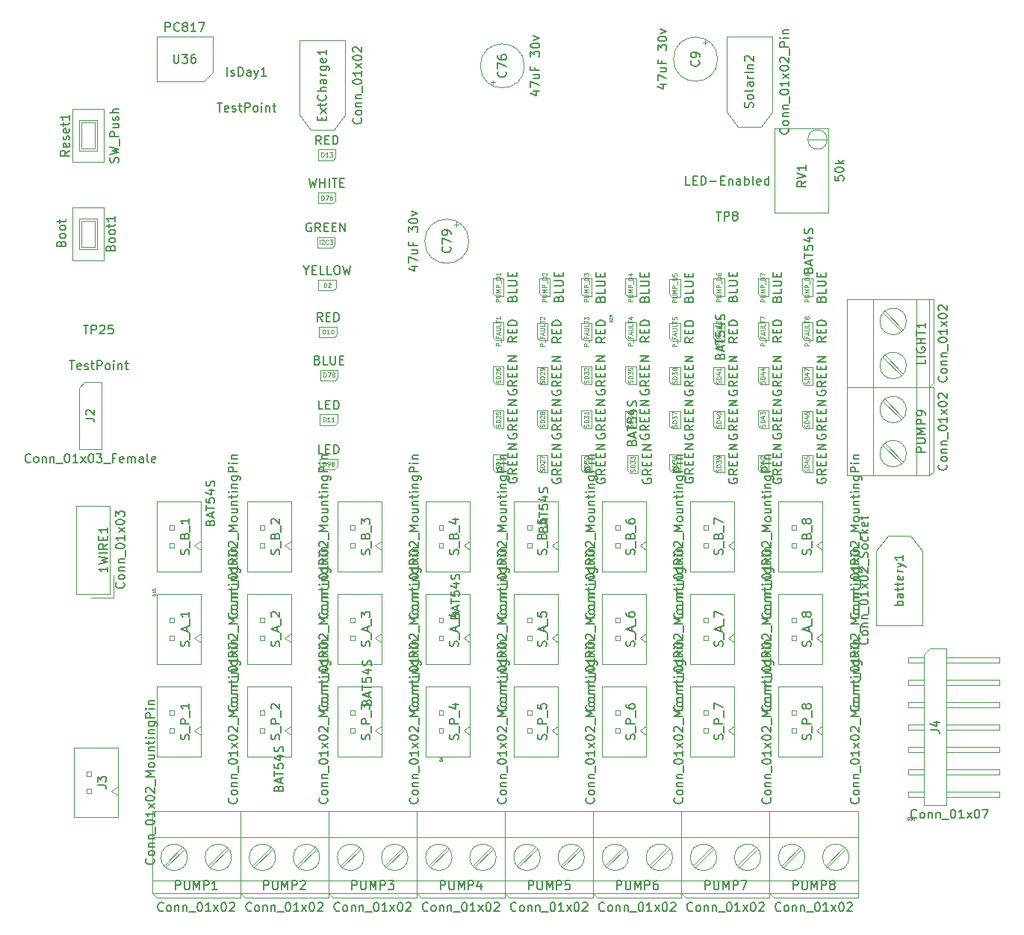
<source format=gbr>
G04 #@! TF.GenerationSoftware,KiCad,Pcbnew,7.0.8*
G04 #@! TF.CreationDate,2023-10-26T23:06:54+02:00*
G04 #@! TF.ProjectId,PlantCtrlESP32,506c616e-7443-4747-926c-45535033322e,rev?*
G04 #@! TF.SameCoordinates,Original*
G04 #@! TF.FileFunction,AssemblyDrawing,Top*
%FSLAX46Y46*%
G04 Gerber Fmt 4.6, Leading zero omitted, Abs format (unit mm)*
G04 Created by KiCad (PCBNEW 7.0.8) date 2023-10-26 23:06:54*
%MOMM*%
%LPD*%
G01*
G04 APERTURE LIST*
%ADD10C,0.150000*%
%ADD11C,0.080000*%
%ADD12C,0.050000*%
%ADD13C,0.100000*%
G04 APERTURE END LIST*
D10*
X175737200Y-55717618D02*
X175784819Y-55574761D01*
X175784819Y-55574761D02*
X175784819Y-55336666D01*
X175784819Y-55336666D02*
X175737200Y-55241428D01*
X175737200Y-55241428D02*
X175689580Y-55193809D01*
X175689580Y-55193809D02*
X175594342Y-55146190D01*
X175594342Y-55146190D02*
X175499104Y-55146190D01*
X175499104Y-55146190D02*
X175403866Y-55193809D01*
X175403866Y-55193809D02*
X175356247Y-55241428D01*
X175356247Y-55241428D02*
X175308628Y-55336666D01*
X175308628Y-55336666D02*
X175261009Y-55527142D01*
X175261009Y-55527142D02*
X175213390Y-55622380D01*
X175213390Y-55622380D02*
X175165771Y-55669999D01*
X175165771Y-55669999D02*
X175070533Y-55717618D01*
X175070533Y-55717618D02*
X174975295Y-55717618D01*
X174975295Y-55717618D02*
X174880057Y-55669999D01*
X174880057Y-55669999D02*
X174832438Y-55622380D01*
X174832438Y-55622380D02*
X174784819Y-55527142D01*
X174784819Y-55527142D02*
X174784819Y-55289047D01*
X174784819Y-55289047D02*
X174832438Y-55146190D01*
X174784819Y-54812856D02*
X175784819Y-54574761D01*
X175784819Y-54574761D02*
X175070533Y-54384285D01*
X175070533Y-54384285D02*
X175784819Y-54193809D01*
X175784819Y-54193809D02*
X174784819Y-53955714D01*
X175880057Y-53812857D02*
X175880057Y-53050952D01*
X175784819Y-52812856D02*
X174784819Y-52812856D01*
X174784819Y-52812856D02*
X174784819Y-52431904D01*
X174784819Y-52431904D02*
X174832438Y-52336666D01*
X174832438Y-52336666D02*
X174880057Y-52289047D01*
X174880057Y-52289047D02*
X174975295Y-52241428D01*
X174975295Y-52241428D02*
X175118152Y-52241428D01*
X175118152Y-52241428D02*
X175213390Y-52289047D01*
X175213390Y-52289047D02*
X175261009Y-52336666D01*
X175261009Y-52336666D02*
X175308628Y-52431904D01*
X175308628Y-52431904D02*
X175308628Y-52812856D01*
X175118152Y-51384285D02*
X175784819Y-51384285D01*
X175118152Y-51812856D02*
X175641961Y-51812856D01*
X175641961Y-51812856D02*
X175737200Y-51765237D01*
X175737200Y-51765237D02*
X175784819Y-51669999D01*
X175784819Y-51669999D02*
X175784819Y-51527142D01*
X175784819Y-51527142D02*
X175737200Y-51431904D01*
X175737200Y-51431904D02*
X175689580Y-51384285D01*
X175737200Y-50955713D02*
X175784819Y-50860475D01*
X175784819Y-50860475D02*
X175784819Y-50669999D01*
X175784819Y-50669999D02*
X175737200Y-50574761D01*
X175737200Y-50574761D02*
X175641961Y-50527142D01*
X175641961Y-50527142D02*
X175594342Y-50527142D01*
X175594342Y-50527142D02*
X175499104Y-50574761D01*
X175499104Y-50574761D02*
X175451485Y-50669999D01*
X175451485Y-50669999D02*
X175451485Y-50812856D01*
X175451485Y-50812856D02*
X175403866Y-50908094D01*
X175403866Y-50908094D02*
X175308628Y-50955713D01*
X175308628Y-50955713D02*
X175261009Y-50955713D01*
X175261009Y-50955713D02*
X175165771Y-50908094D01*
X175165771Y-50908094D02*
X175118152Y-50812856D01*
X175118152Y-50812856D02*
X175118152Y-50669999D01*
X175118152Y-50669999D02*
X175165771Y-50574761D01*
X175784819Y-50098570D02*
X174784819Y-50098570D01*
X175784819Y-49669999D02*
X175261009Y-49669999D01*
X175261009Y-49669999D02*
X175165771Y-49717618D01*
X175165771Y-49717618D02*
X175118152Y-49812856D01*
X175118152Y-49812856D02*
X175118152Y-49955713D01*
X175118152Y-49955713D02*
X175165771Y-50050951D01*
X175165771Y-50050951D02*
X175213390Y-50098570D01*
X170184819Y-54384286D02*
X169708628Y-54717619D01*
X170184819Y-54955714D02*
X169184819Y-54955714D01*
X169184819Y-54955714D02*
X169184819Y-54574762D01*
X169184819Y-54574762D02*
X169232438Y-54479524D01*
X169232438Y-54479524D02*
X169280057Y-54431905D01*
X169280057Y-54431905D02*
X169375295Y-54384286D01*
X169375295Y-54384286D02*
X169518152Y-54384286D01*
X169518152Y-54384286D02*
X169613390Y-54431905D01*
X169613390Y-54431905D02*
X169661009Y-54479524D01*
X169661009Y-54479524D02*
X169708628Y-54574762D01*
X169708628Y-54574762D02*
X169708628Y-54955714D01*
X170137200Y-53574762D02*
X170184819Y-53670000D01*
X170184819Y-53670000D02*
X170184819Y-53860476D01*
X170184819Y-53860476D02*
X170137200Y-53955714D01*
X170137200Y-53955714D02*
X170041961Y-54003333D01*
X170041961Y-54003333D02*
X169661009Y-54003333D01*
X169661009Y-54003333D02*
X169565771Y-53955714D01*
X169565771Y-53955714D02*
X169518152Y-53860476D01*
X169518152Y-53860476D02*
X169518152Y-53670000D01*
X169518152Y-53670000D02*
X169565771Y-53574762D01*
X169565771Y-53574762D02*
X169661009Y-53527143D01*
X169661009Y-53527143D02*
X169756247Y-53527143D01*
X169756247Y-53527143D02*
X169851485Y-54003333D01*
X170137200Y-53146190D02*
X170184819Y-53050952D01*
X170184819Y-53050952D02*
X170184819Y-52860476D01*
X170184819Y-52860476D02*
X170137200Y-52765238D01*
X170137200Y-52765238D02*
X170041961Y-52717619D01*
X170041961Y-52717619D02*
X169994342Y-52717619D01*
X169994342Y-52717619D02*
X169899104Y-52765238D01*
X169899104Y-52765238D02*
X169851485Y-52860476D01*
X169851485Y-52860476D02*
X169851485Y-53003333D01*
X169851485Y-53003333D02*
X169803866Y-53098571D01*
X169803866Y-53098571D02*
X169708628Y-53146190D01*
X169708628Y-53146190D02*
X169661009Y-53146190D01*
X169661009Y-53146190D02*
X169565771Y-53098571D01*
X169565771Y-53098571D02*
X169518152Y-53003333D01*
X169518152Y-53003333D02*
X169518152Y-52860476D01*
X169518152Y-52860476D02*
X169565771Y-52765238D01*
X170137200Y-51908095D02*
X170184819Y-52003333D01*
X170184819Y-52003333D02*
X170184819Y-52193809D01*
X170184819Y-52193809D02*
X170137200Y-52289047D01*
X170137200Y-52289047D02*
X170041961Y-52336666D01*
X170041961Y-52336666D02*
X169661009Y-52336666D01*
X169661009Y-52336666D02*
X169565771Y-52289047D01*
X169565771Y-52289047D02*
X169518152Y-52193809D01*
X169518152Y-52193809D02*
X169518152Y-52003333D01*
X169518152Y-52003333D02*
X169565771Y-51908095D01*
X169565771Y-51908095D02*
X169661009Y-51860476D01*
X169661009Y-51860476D02*
X169756247Y-51860476D01*
X169756247Y-51860476D02*
X169851485Y-52336666D01*
X169518152Y-51574761D02*
X169518152Y-51193809D01*
X169184819Y-51431904D02*
X170041961Y-51431904D01*
X170041961Y-51431904D02*
X170137200Y-51384285D01*
X170137200Y-51384285D02*
X170184819Y-51289047D01*
X170184819Y-51289047D02*
X170184819Y-51193809D01*
X170184819Y-50336666D02*
X170184819Y-50908094D01*
X170184819Y-50622380D02*
X169184819Y-50622380D01*
X169184819Y-50622380D02*
X169327676Y-50717618D01*
X169327676Y-50717618D02*
X169422914Y-50812856D01*
X169422914Y-50812856D02*
X169470533Y-50908094D01*
X229982438Y-86549166D02*
X229934819Y-86644404D01*
X229934819Y-86644404D02*
X229934819Y-86787261D01*
X229934819Y-86787261D02*
X229982438Y-86930118D01*
X229982438Y-86930118D02*
X230077676Y-87025356D01*
X230077676Y-87025356D02*
X230172914Y-87072975D01*
X230172914Y-87072975D02*
X230363390Y-87120594D01*
X230363390Y-87120594D02*
X230506247Y-87120594D01*
X230506247Y-87120594D02*
X230696723Y-87072975D01*
X230696723Y-87072975D02*
X230791961Y-87025356D01*
X230791961Y-87025356D02*
X230887200Y-86930118D01*
X230887200Y-86930118D02*
X230934819Y-86787261D01*
X230934819Y-86787261D02*
X230934819Y-86692023D01*
X230934819Y-86692023D02*
X230887200Y-86549166D01*
X230887200Y-86549166D02*
X230839580Y-86501547D01*
X230839580Y-86501547D02*
X230506247Y-86501547D01*
X230506247Y-86501547D02*
X230506247Y-86692023D01*
X230934819Y-85501547D02*
X230458628Y-85834880D01*
X230934819Y-86072975D02*
X229934819Y-86072975D01*
X229934819Y-86072975D02*
X229934819Y-85692023D01*
X229934819Y-85692023D02*
X229982438Y-85596785D01*
X229982438Y-85596785D02*
X230030057Y-85549166D01*
X230030057Y-85549166D02*
X230125295Y-85501547D01*
X230125295Y-85501547D02*
X230268152Y-85501547D01*
X230268152Y-85501547D02*
X230363390Y-85549166D01*
X230363390Y-85549166D02*
X230411009Y-85596785D01*
X230411009Y-85596785D02*
X230458628Y-85692023D01*
X230458628Y-85692023D02*
X230458628Y-86072975D01*
X230411009Y-85072975D02*
X230411009Y-84739642D01*
X230934819Y-84596785D02*
X230934819Y-85072975D01*
X230934819Y-85072975D02*
X229934819Y-85072975D01*
X229934819Y-85072975D02*
X229934819Y-84596785D01*
X230411009Y-84168213D02*
X230411009Y-83834880D01*
X230934819Y-83692023D02*
X230934819Y-84168213D01*
X230934819Y-84168213D02*
X229934819Y-84168213D01*
X229934819Y-84168213D02*
X229934819Y-83692023D01*
X230934819Y-83263451D02*
X229934819Y-83263451D01*
X229934819Y-83263451D02*
X230934819Y-82692023D01*
X230934819Y-82692023D02*
X229934819Y-82692023D01*
D11*
X229033340Y-85751546D02*
X229057149Y-85680118D01*
X229057149Y-85680118D02*
X229057149Y-85561070D01*
X229057149Y-85561070D02*
X229033340Y-85513451D01*
X229033340Y-85513451D02*
X229009530Y-85489642D01*
X229009530Y-85489642D02*
X228961911Y-85465832D01*
X228961911Y-85465832D02*
X228914292Y-85465832D01*
X228914292Y-85465832D02*
X228866673Y-85489642D01*
X228866673Y-85489642D02*
X228842863Y-85513451D01*
X228842863Y-85513451D02*
X228819054Y-85561070D01*
X228819054Y-85561070D02*
X228795244Y-85656308D01*
X228795244Y-85656308D02*
X228771435Y-85703927D01*
X228771435Y-85703927D02*
X228747625Y-85727737D01*
X228747625Y-85727737D02*
X228700006Y-85751546D01*
X228700006Y-85751546D02*
X228652387Y-85751546D01*
X228652387Y-85751546D02*
X228604768Y-85727737D01*
X228604768Y-85727737D02*
X228580959Y-85703927D01*
X228580959Y-85703927D02*
X228557149Y-85656308D01*
X228557149Y-85656308D02*
X228557149Y-85537261D01*
X228557149Y-85537261D02*
X228580959Y-85465832D01*
X229057149Y-85251547D02*
X228557149Y-85251547D01*
X228557149Y-85251547D02*
X228557149Y-85132499D01*
X228557149Y-85132499D02*
X228580959Y-85061071D01*
X228580959Y-85061071D02*
X228628578Y-85013452D01*
X228628578Y-85013452D02*
X228676197Y-84989642D01*
X228676197Y-84989642D02*
X228771435Y-84965833D01*
X228771435Y-84965833D02*
X228842863Y-84965833D01*
X228842863Y-84965833D02*
X228938101Y-84989642D01*
X228938101Y-84989642D02*
X228985720Y-85013452D01*
X228985720Y-85013452D02*
X229033340Y-85061071D01*
X229033340Y-85061071D02*
X229057149Y-85132499D01*
X229057149Y-85132499D02*
X229057149Y-85251547D01*
X228557149Y-84799166D02*
X228557149Y-84489642D01*
X228557149Y-84489642D02*
X228747625Y-84656309D01*
X228747625Y-84656309D02*
X228747625Y-84584880D01*
X228747625Y-84584880D02*
X228771435Y-84537261D01*
X228771435Y-84537261D02*
X228795244Y-84513452D01*
X228795244Y-84513452D02*
X228842863Y-84489642D01*
X228842863Y-84489642D02*
X228961911Y-84489642D01*
X228961911Y-84489642D02*
X229009530Y-84513452D01*
X229009530Y-84513452D02*
X229033340Y-84537261D01*
X229033340Y-84537261D02*
X229057149Y-84584880D01*
X229057149Y-84584880D02*
X229057149Y-84727737D01*
X229057149Y-84727737D02*
X229033340Y-84775356D01*
X229033340Y-84775356D02*
X229009530Y-84799166D01*
X229057149Y-84013452D02*
X229057149Y-84299166D01*
X229057149Y-84156309D02*
X228557149Y-84156309D01*
X228557149Y-84156309D02*
X228628578Y-84203928D01*
X228628578Y-84203928D02*
X228676197Y-84251547D01*
X228676197Y-84251547D02*
X228700006Y-84299166D01*
D10*
X234982438Y-81549166D02*
X234934819Y-81644404D01*
X234934819Y-81644404D02*
X234934819Y-81787261D01*
X234934819Y-81787261D02*
X234982438Y-81930118D01*
X234982438Y-81930118D02*
X235077676Y-82025356D01*
X235077676Y-82025356D02*
X235172914Y-82072975D01*
X235172914Y-82072975D02*
X235363390Y-82120594D01*
X235363390Y-82120594D02*
X235506247Y-82120594D01*
X235506247Y-82120594D02*
X235696723Y-82072975D01*
X235696723Y-82072975D02*
X235791961Y-82025356D01*
X235791961Y-82025356D02*
X235887200Y-81930118D01*
X235887200Y-81930118D02*
X235934819Y-81787261D01*
X235934819Y-81787261D02*
X235934819Y-81692023D01*
X235934819Y-81692023D02*
X235887200Y-81549166D01*
X235887200Y-81549166D02*
X235839580Y-81501547D01*
X235839580Y-81501547D02*
X235506247Y-81501547D01*
X235506247Y-81501547D02*
X235506247Y-81692023D01*
X235934819Y-80501547D02*
X235458628Y-80834880D01*
X235934819Y-81072975D02*
X234934819Y-81072975D01*
X234934819Y-81072975D02*
X234934819Y-80692023D01*
X234934819Y-80692023D02*
X234982438Y-80596785D01*
X234982438Y-80596785D02*
X235030057Y-80549166D01*
X235030057Y-80549166D02*
X235125295Y-80501547D01*
X235125295Y-80501547D02*
X235268152Y-80501547D01*
X235268152Y-80501547D02*
X235363390Y-80549166D01*
X235363390Y-80549166D02*
X235411009Y-80596785D01*
X235411009Y-80596785D02*
X235458628Y-80692023D01*
X235458628Y-80692023D02*
X235458628Y-81072975D01*
X235411009Y-80072975D02*
X235411009Y-79739642D01*
X235934819Y-79596785D02*
X235934819Y-80072975D01*
X235934819Y-80072975D02*
X234934819Y-80072975D01*
X234934819Y-80072975D02*
X234934819Y-79596785D01*
X235411009Y-79168213D02*
X235411009Y-78834880D01*
X235934819Y-78692023D02*
X235934819Y-79168213D01*
X235934819Y-79168213D02*
X234934819Y-79168213D01*
X234934819Y-79168213D02*
X234934819Y-78692023D01*
X235934819Y-78263451D02*
X234934819Y-78263451D01*
X234934819Y-78263451D02*
X235934819Y-77692023D01*
X235934819Y-77692023D02*
X234934819Y-77692023D01*
D11*
X234033340Y-80751546D02*
X234057149Y-80680118D01*
X234057149Y-80680118D02*
X234057149Y-80561070D01*
X234057149Y-80561070D02*
X234033340Y-80513451D01*
X234033340Y-80513451D02*
X234009530Y-80489642D01*
X234009530Y-80489642D02*
X233961911Y-80465832D01*
X233961911Y-80465832D02*
X233914292Y-80465832D01*
X233914292Y-80465832D02*
X233866673Y-80489642D01*
X233866673Y-80489642D02*
X233842863Y-80513451D01*
X233842863Y-80513451D02*
X233819054Y-80561070D01*
X233819054Y-80561070D02*
X233795244Y-80656308D01*
X233795244Y-80656308D02*
X233771435Y-80703927D01*
X233771435Y-80703927D02*
X233747625Y-80727737D01*
X233747625Y-80727737D02*
X233700006Y-80751546D01*
X233700006Y-80751546D02*
X233652387Y-80751546D01*
X233652387Y-80751546D02*
X233604768Y-80727737D01*
X233604768Y-80727737D02*
X233580959Y-80703927D01*
X233580959Y-80703927D02*
X233557149Y-80656308D01*
X233557149Y-80656308D02*
X233557149Y-80537261D01*
X233557149Y-80537261D02*
X233580959Y-80465832D01*
X234057149Y-80251547D02*
X233557149Y-80251547D01*
X233557149Y-80251547D02*
X233557149Y-80132499D01*
X233557149Y-80132499D02*
X233580959Y-80061071D01*
X233580959Y-80061071D02*
X233628578Y-80013452D01*
X233628578Y-80013452D02*
X233676197Y-79989642D01*
X233676197Y-79989642D02*
X233771435Y-79965833D01*
X233771435Y-79965833D02*
X233842863Y-79965833D01*
X233842863Y-79965833D02*
X233938101Y-79989642D01*
X233938101Y-79989642D02*
X233985720Y-80013452D01*
X233985720Y-80013452D02*
X234033340Y-80061071D01*
X234033340Y-80061071D02*
X234057149Y-80132499D01*
X234057149Y-80132499D02*
X234057149Y-80251547D01*
X233557149Y-79799166D02*
X233557149Y-79489642D01*
X233557149Y-79489642D02*
X233747625Y-79656309D01*
X233747625Y-79656309D02*
X233747625Y-79584880D01*
X233747625Y-79584880D02*
X233771435Y-79537261D01*
X233771435Y-79537261D02*
X233795244Y-79513452D01*
X233795244Y-79513452D02*
X233842863Y-79489642D01*
X233842863Y-79489642D02*
X233961911Y-79489642D01*
X233961911Y-79489642D02*
X234009530Y-79513452D01*
X234009530Y-79513452D02*
X234033340Y-79537261D01*
X234033340Y-79537261D02*
X234057149Y-79584880D01*
X234057149Y-79584880D02*
X234057149Y-79727737D01*
X234057149Y-79727737D02*
X234033340Y-79775356D01*
X234033340Y-79775356D02*
X234009530Y-79799166D01*
X233557149Y-79037262D02*
X233557149Y-79275357D01*
X233557149Y-79275357D02*
X233795244Y-79299166D01*
X233795244Y-79299166D02*
X233771435Y-79275357D01*
X233771435Y-79275357D02*
X233747625Y-79227738D01*
X233747625Y-79227738D02*
X233747625Y-79108690D01*
X233747625Y-79108690D02*
X233771435Y-79061071D01*
X233771435Y-79061071D02*
X233795244Y-79037262D01*
X233795244Y-79037262D02*
X233842863Y-79013452D01*
X233842863Y-79013452D02*
X233961911Y-79013452D01*
X233961911Y-79013452D02*
X234009530Y-79037262D01*
X234009530Y-79037262D02*
X234033340Y-79061071D01*
X234033340Y-79061071D02*
X234057149Y-79108690D01*
X234057149Y-79108690D02*
X234057149Y-79227738D01*
X234057149Y-79227738D02*
X234033340Y-79275357D01*
X234033340Y-79275357D02*
X234009530Y-79299166D01*
D10*
X251639580Y-51879524D02*
X251687200Y-51927143D01*
X251687200Y-51927143D02*
X251734819Y-52070000D01*
X251734819Y-52070000D02*
X251734819Y-52165238D01*
X251734819Y-52165238D02*
X251687200Y-52308095D01*
X251687200Y-52308095D02*
X251591961Y-52403333D01*
X251591961Y-52403333D02*
X251496723Y-52450952D01*
X251496723Y-52450952D02*
X251306247Y-52498571D01*
X251306247Y-52498571D02*
X251163390Y-52498571D01*
X251163390Y-52498571D02*
X250972914Y-52450952D01*
X250972914Y-52450952D02*
X250877676Y-52403333D01*
X250877676Y-52403333D02*
X250782438Y-52308095D01*
X250782438Y-52308095D02*
X250734819Y-52165238D01*
X250734819Y-52165238D02*
X250734819Y-52070000D01*
X250734819Y-52070000D02*
X250782438Y-51927143D01*
X250782438Y-51927143D02*
X250830057Y-51879524D01*
X251734819Y-51308095D02*
X251687200Y-51403333D01*
X251687200Y-51403333D02*
X251639580Y-51450952D01*
X251639580Y-51450952D02*
X251544342Y-51498571D01*
X251544342Y-51498571D02*
X251258628Y-51498571D01*
X251258628Y-51498571D02*
X251163390Y-51450952D01*
X251163390Y-51450952D02*
X251115771Y-51403333D01*
X251115771Y-51403333D02*
X251068152Y-51308095D01*
X251068152Y-51308095D02*
X251068152Y-51165238D01*
X251068152Y-51165238D02*
X251115771Y-51070000D01*
X251115771Y-51070000D02*
X251163390Y-51022381D01*
X251163390Y-51022381D02*
X251258628Y-50974762D01*
X251258628Y-50974762D02*
X251544342Y-50974762D01*
X251544342Y-50974762D02*
X251639580Y-51022381D01*
X251639580Y-51022381D02*
X251687200Y-51070000D01*
X251687200Y-51070000D02*
X251734819Y-51165238D01*
X251734819Y-51165238D02*
X251734819Y-51308095D01*
X251068152Y-50546190D02*
X251734819Y-50546190D01*
X251163390Y-50546190D02*
X251115771Y-50498571D01*
X251115771Y-50498571D02*
X251068152Y-50403333D01*
X251068152Y-50403333D02*
X251068152Y-50260476D01*
X251068152Y-50260476D02*
X251115771Y-50165238D01*
X251115771Y-50165238D02*
X251211009Y-50117619D01*
X251211009Y-50117619D02*
X251734819Y-50117619D01*
X251068152Y-49641428D02*
X251734819Y-49641428D01*
X251163390Y-49641428D02*
X251115771Y-49593809D01*
X251115771Y-49593809D02*
X251068152Y-49498571D01*
X251068152Y-49498571D02*
X251068152Y-49355714D01*
X251068152Y-49355714D02*
X251115771Y-49260476D01*
X251115771Y-49260476D02*
X251211009Y-49212857D01*
X251211009Y-49212857D02*
X251734819Y-49212857D01*
X251830057Y-48974762D02*
X251830057Y-48212857D01*
X250734819Y-47784285D02*
X250734819Y-47689047D01*
X250734819Y-47689047D02*
X250782438Y-47593809D01*
X250782438Y-47593809D02*
X250830057Y-47546190D01*
X250830057Y-47546190D02*
X250925295Y-47498571D01*
X250925295Y-47498571D02*
X251115771Y-47450952D01*
X251115771Y-47450952D02*
X251353866Y-47450952D01*
X251353866Y-47450952D02*
X251544342Y-47498571D01*
X251544342Y-47498571D02*
X251639580Y-47546190D01*
X251639580Y-47546190D02*
X251687200Y-47593809D01*
X251687200Y-47593809D02*
X251734819Y-47689047D01*
X251734819Y-47689047D02*
X251734819Y-47784285D01*
X251734819Y-47784285D02*
X251687200Y-47879523D01*
X251687200Y-47879523D02*
X251639580Y-47927142D01*
X251639580Y-47927142D02*
X251544342Y-47974761D01*
X251544342Y-47974761D02*
X251353866Y-48022380D01*
X251353866Y-48022380D02*
X251115771Y-48022380D01*
X251115771Y-48022380D02*
X250925295Y-47974761D01*
X250925295Y-47974761D02*
X250830057Y-47927142D01*
X250830057Y-47927142D02*
X250782438Y-47879523D01*
X250782438Y-47879523D02*
X250734819Y-47784285D01*
X251734819Y-46498571D02*
X251734819Y-47069999D01*
X251734819Y-46784285D02*
X250734819Y-46784285D01*
X250734819Y-46784285D02*
X250877676Y-46879523D01*
X250877676Y-46879523D02*
X250972914Y-46974761D01*
X250972914Y-46974761D02*
X251020533Y-47069999D01*
X251734819Y-46165237D02*
X251068152Y-45641428D01*
X251068152Y-46165237D02*
X251734819Y-45641428D01*
X250734819Y-45069999D02*
X250734819Y-44974761D01*
X250734819Y-44974761D02*
X250782438Y-44879523D01*
X250782438Y-44879523D02*
X250830057Y-44831904D01*
X250830057Y-44831904D02*
X250925295Y-44784285D01*
X250925295Y-44784285D02*
X251115771Y-44736666D01*
X251115771Y-44736666D02*
X251353866Y-44736666D01*
X251353866Y-44736666D02*
X251544342Y-44784285D01*
X251544342Y-44784285D02*
X251639580Y-44831904D01*
X251639580Y-44831904D02*
X251687200Y-44879523D01*
X251687200Y-44879523D02*
X251734819Y-44974761D01*
X251734819Y-44974761D02*
X251734819Y-45069999D01*
X251734819Y-45069999D02*
X251687200Y-45165237D01*
X251687200Y-45165237D02*
X251639580Y-45212856D01*
X251639580Y-45212856D02*
X251544342Y-45260475D01*
X251544342Y-45260475D02*
X251353866Y-45308094D01*
X251353866Y-45308094D02*
X251115771Y-45308094D01*
X251115771Y-45308094D02*
X250925295Y-45260475D01*
X250925295Y-45260475D02*
X250830057Y-45212856D01*
X250830057Y-45212856D02*
X250782438Y-45165237D01*
X250782438Y-45165237D02*
X250734819Y-45069999D01*
X250830057Y-44355713D02*
X250782438Y-44308094D01*
X250782438Y-44308094D02*
X250734819Y-44212856D01*
X250734819Y-44212856D02*
X250734819Y-43974761D01*
X250734819Y-43974761D02*
X250782438Y-43879523D01*
X250782438Y-43879523D02*
X250830057Y-43831904D01*
X250830057Y-43831904D02*
X250925295Y-43784285D01*
X250925295Y-43784285D02*
X251020533Y-43784285D01*
X251020533Y-43784285D02*
X251163390Y-43831904D01*
X251163390Y-43831904D02*
X251734819Y-44403332D01*
X251734819Y-44403332D02*
X251734819Y-43784285D01*
X251830057Y-43593809D02*
X251830057Y-42831904D01*
X251734819Y-42593808D02*
X250734819Y-42593808D01*
X250734819Y-42593808D02*
X250734819Y-42212856D01*
X250734819Y-42212856D02*
X250782438Y-42117618D01*
X250782438Y-42117618D02*
X250830057Y-42069999D01*
X250830057Y-42069999D02*
X250925295Y-42022380D01*
X250925295Y-42022380D02*
X251068152Y-42022380D01*
X251068152Y-42022380D02*
X251163390Y-42069999D01*
X251163390Y-42069999D02*
X251211009Y-42117618D01*
X251211009Y-42117618D02*
X251258628Y-42212856D01*
X251258628Y-42212856D02*
X251258628Y-42593808D01*
X251734819Y-41593808D02*
X251068152Y-41593808D01*
X250734819Y-41593808D02*
X250782438Y-41641427D01*
X250782438Y-41641427D02*
X250830057Y-41593808D01*
X250830057Y-41593808D02*
X250782438Y-41546189D01*
X250782438Y-41546189D02*
X250734819Y-41593808D01*
X250734819Y-41593808D02*
X250830057Y-41593808D01*
X251068152Y-41117618D02*
X251734819Y-41117618D01*
X251163390Y-41117618D02*
X251115771Y-41069999D01*
X251115771Y-41069999D02*
X251068152Y-40974761D01*
X251068152Y-40974761D02*
X251068152Y-40831904D01*
X251068152Y-40831904D02*
X251115771Y-40736666D01*
X251115771Y-40736666D02*
X251211009Y-40689047D01*
X251211009Y-40689047D02*
X251734819Y-40689047D01*
X247687200Y-49498571D02*
X247734819Y-49355714D01*
X247734819Y-49355714D02*
X247734819Y-49117619D01*
X247734819Y-49117619D02*
X247687200Y-49022381D01*
X247687200Y-49022381D02*
X247639580Y-48974762D01*
X247639580Y-48974762D02*
X247544342Y-48927143D01*
X247544342Y-48927143D02*
X247449104Y-48927143D01*
X247449104Y-48927143D02*
X247353866Y-48974762D01*
X247353866Y-48974762D02*
X247306247Y-49022381D01*
X247306247Y-49022381D02*
X247258628Y-49117619D01*
X247258628Y-49117619D02*
X247211009Y-49308095D01*
X247211009Y-49308095D02*
X247163390Y-49403333D01*
X247163390Y-49403333D02*
X247115771Y-49450952D01*
X247115771Y-49450952D02*
X247020533Y-49498571D01*
X247020533Y-49498571D02*
X246925295Y-49498571D01*
X246925295Y-49498571D02*
X246830057Y-49450952D01*
X246830057Y-49450952D02*
X246782438Y-49403333D01*
X246782438Y-49403333D02*
X246734819Y-49308095D01*
X246734819Y-49308095D02*
X246734819Y-49070000D01*
X246734819Y-49070000D02*
X246782438Y-48927143D01*
X247734819Y-48355714D02*
X247687200Y-48450952D01*
X247687200Y-48450952D02*
X247639580Y-48498571D01*
X247639580Y-48498571D02*
X247544342Y-48546190D01*
X247544342Y-48546190D02*
X247258628Y-48546190D01*
X247258628Y-48546190D02*
X247163390Y-48498571D01*
X247163390Y-48498571D02*
X247115771Y-48450952D01*
X247115771Y-48450952D02*
X247068152Y-48355714D01*
X247068152Y-48355714D02*
X247068152Y-48212857D01*
X247068152Y-48212857D02*
X247115771Y-48117619D01*
X247115771Y-48117619D02*
X247163390Y-48070000D01*
X247163390Y-48070000D02*
X247258628Y-48022381D01*
X247258628Y-48022381D02*
X247544342Y-48022381D01*
X247544342Y-48022381D02*
X247639580Y-48070000D01*
X247639580Y-48070000D02*
X247687200Y-48117619D01*
X247687200Y-48117619D02*
X247734819Y-48212857D01*
X247734819Y-48212857D02*
X247734819Y-48355714D01*
X247734819Y-47450952D02*
X247687200Y-47546190D01*
X247687200Y-47546190D02*
X247591961Y-47593809D01*
X247591961Y-47593809D02*
X246734819Y-47593809D01*
X247734819Y-46641428D02*
X247211009Y-46641428D01*
X247211009Y-46641428D02*
X247115771Y-46689047D01*
X247115771Y-46689047D02*
X247068152Y-46784285D01*
X247068152Y-46784285D02*
X247068152Y-46974761D01*
X247068152Y-46974761D02*
X247115771Y-47069999D01*
X247687200Y-46641428D02*
X247734819Y-46736666D01*
X247734819Y-46736666D02*
X247734819Y-46974761D01*
X247734819Y-46974761D02*
X247687200Y-47069999D01*
X247687200Y-47069999D02*
X247591961Y-47117618D01*
X247591961Y-47117618D02*
X247496723Y-47117618D01*
X247496723Y-47117618D02*
X247401485Y-47069999D01*
X247401485Y-47069999D02*
X247353866Y-46974761D01*
X247353866Y-46974761D02*
X247353866Y-46736666D01*
X247353866Y-46736666D02*
X247306247Y-46641428D01*
X247734819Y-46165237D02*
X247068152Y-46165237D01*
X247258628Y-46165237D02*
X247163390Y-46117618D01*
X247163390Y-46117618D02*
X247115771Y-46069999D01*
X247115771Y-46069999D02*
X247068152Y-45974761D01*
X247068152Y-45974761D02*
X247068152Y-45879523D01*
X247734819Y-45546189D02*
X246734819Y-45546189D01*
X247068152Y-45069999D02*
X247734819Y-45069999D01*
X247163390Y-45069999D02*
X247115771Y-45022380D01*
X247115771Y-45022380D02*
X247068152Y-44927142D01*
X247068152Y-44927142D02*
X247068152Y-44784285D01*
X247068152Y-44784285D02*
X247115771Y-44689047D01*
X247115771Y-44689047D02*
X247211009Y-44641428D01*
X247211009Y-44641428D02*
X247734819Y-44641428D01*
X246830057Y-44212856D02*
X246782438Y-44165237D01*
X246782438Y-44165237D02*
X246734819Y-44069999D01*
X246734819Y-44069999D02*
X246734819Y-43831904D01*
X246734819Y-43831904D02*
X246782438Y-43736666D01*
X246782438Y-43736666D02*
X246830057Y-43689047D01*
X246830057Y-43689047D02*
X246925295Y-43641428D01*
X246925295Y-43641428D02*
X247020533Y-43641428D01*
X247020533Y-43641428D02*
X247163390Y-43689047D01*
X247163390Y-43689047D02*
X247734819Y-44260475D01*
X247734819Y-44260475D02*
X247734819Y-43641428D01*
X198887142Y-73762319D02*
X198553809Y-73286128D01*
X198315714Y-73762319D02*
X198315714Y-72762319D01*
X198315714Y-72762319D02*
X198696666Y-72762319D01*
X198696666Y-72762319D02*
X198791904Y-72809938D01*
X198791904Y-72809938D02*
X198839523Y-72857557D01*
X198839523Y-72857557D02*
X198887142Y-72952795D01*
X198887142Y-72952795D02*
X198887142Y-73095652D01*
X198887142Y-73095652D02*
X198839523Y-73190890D01*
X198839523Y-73190890D02*
X198791904Y-73238509D01*
X198791904Y-73238509D02*
X198696666Y-73286128D01*
X198696666Y-73286128D02*
X198315714Y-73286128D01*
X199315714Y-73238509D02*
X199649047Y-73238509D01*
X199791904Y-73762319D02*
X199315714Y-73762319D01*
X199315714Y-73762319D02*
X199315714Y-72762319D01*
X199315714Y-72762319D02*
X199791904Y-72762319D01*
X200220476Y-73762319D02*
X200220476Y-72762319D01*
X200220476Y-72762319D02*
X200458571Y-72762319D01*
X200458571Y-72762319D02*
X200601428Y-72809938D01*
X200601428Y-72809938D02*
X200696666Y-72905176D01*
X200696666Y-72905176D02*
X200744285Y-73000414D01*
X200744285Y-73000414D02*
X200791904Y-73190890D01*
X200791904Y-73190890D02*
X200791904Y-73333747D01*
X200791904Y-73333747D02*
X200744285Y-73524223D01*
X200744285Y-73524223D02*
X200696666Y-73619461D01*
X200696666Y-73619461D02*
X200601428Y-73714700D01*
X200601428Y-73714700D02*
X200458571Y-73762319D01*
X200458571Y-73762319D02*
X200220476Y-73762319D01*
D11*
X198922857Y-75184649D02*
X198922857Y-74684649D01*
X198922857Y-74684649D02*
X199041905Y-74684649D01*
X199041905Y-74684649D02*
X199113333Y-74708459D01*
X199113333Y-74708459D02*
X199160952Y-74756078D01*
X199160952Y-74756078D02*
X199184762Y-74803697D01*
X199184762Y-74803697D02*
X199208571Y-74898935D01*
X199208571Y-74898935D02*
X199208571Y-74970363D01*
X199208571Y-74970363D02*
X199184762Y-75065601D01*
X199184762Y-75065601D02*
X199160952Y-75113220D01*
X199160952Y-75113220D02*
X199113333Y-75160840D01*
X199113333Y-75160840D02*
X199041905Y-75184649D01*
X199041905Y-75184649D02*
X198922857Y-75184649D01*
X199684762Y-75184649D02*
X199399048Y-75184649D01*
X199541905Y-75184649D02*
X199541905Y-74684649D01*
X199541905Y-74684649D02*
X199494286Y-74756078D01*
X199494286Y-74756078D02*
X199446667Y-74803697D01*
X199446667Y-74803697D02*
X199399048Y-74827506D01*
X199994285Y-74684649D02*
X200041904Y-74684649D01*
X200041904Y-74684649D02*
X200089523Y-74708459D01*
X200089523Y-74708459D02*
X200113333Y-74732268D01*
X200113333Y-74732268D02*
X200137142Y-74779887D01*
X200137142Y-74779887D02*
X200160952Y-74875125D01*
X200160952Y-74875125D02*
X200160952Y-74994173D01*
X200160952Y-74994173D02*
X200137142Y-75089411D01*
X200137142Y-75089411D02*
X200113333Y-75137030D01*
X200113333Y-75137030D02*
X200089523Y-75160840D01*
X200089523Y-75160840D02*
X200041904Y-75184649D01*
X200041904Y-75184649D02*
X199994285Y-75184649D01*
X199994285Y-75184649D02*
X199946666Y-75160840D01*
X199946666Y-75160840D02*
X199922857Y-75137030D01*
X199922857Y-75137030D02*
X199899047Y-75089411D01*
X199899047Y-75089411D02*
X199875238Y-74994173D01*
X199875238Y-74994173D02*
X199875238Y-74875125D01*
X199875238Y-74875125D02*
X199899047Y-74779887D01*
X199899047Y-74779887D02*
X199922857Y-74732268D01*
X199922857Y-74732268D02*
X199946666Y-74708459D01*
X199946666Y-74708459D02*
X199994285Y-74684649D01*
D10*
X169261009Y-64939047D02*
X169308628Y-64796190D01*
X169308628Y-64796190D02*
X169356247Y-64748571D01*
X169356247Y-64748571D02*
X169451485Y-64700952D01*
X169451485Y-64700952D02*
X169594342Y-64700952D01*
X169594342Y-64700952D02*
X169689580Y-64748571D01*
X169689580Y-64748571D02*
X169737200Y-64796190D01*
X169737200Y-64796190D02*
X169784819Y-64891428D01*
X169784819Y-64891428D02*
X169784819Y-65272380D01*
X169784819Y-65272380D02*
X168784819Y-65272380D01*
X168784819Y-65272380D02*
X168784819Y-64939047D01*
X168784819Y-64939047D02*
X168832438Y-64843809D01*
X168832438Y-64843809D02*
X168880057Y-64796190D01*
X168880057Y-64796190D02*
X168975295Y-64748571D01*
X168975295Y-64748571D02*
X169070533Y-64748571D01*
X169070533Y-64748571D02*
X169165771Y-64796190D01*
X169165771Y-64796190D02*
X169213390Y-64843809D01*
X169213390Y-64843809D02*
X169261009Y-64939047D01*
X169261009Y-64939047D02*
X169261009Y-65272380D01*
X169784819Y-64129523D02*
X169737200Y-64224761D01*
X169737200Y-64224761D02*
X169689580Y-64272380D01*
X169689580Y-64272380D02*
X169594342Y-64319999D01*
X169594342Y-64319999D02*
X169308628Y-64319999D01*
X169308628Y-64319999D02*
X169213390Y-64272380D01*
X169213390Y-64272380D02*
X169165771Y-64224761D01*
X169165771Y-64224761D02*
X169118152Y-64129523D01*
X169118152Y-64129523D02*
X169118152Y-63986666D01*
X169118152Y-63986666D02*
X169165771Y-63891428D01*
X169165771Y-63891428D02*
X169213390Y-63843809D01*
X169213390Y-63843809D02*
X169308628Y-63796190D01*
X169308628Y-63796190D02*
X169594342Y-63796190D01*
X169594342Y-63796190D02*
X169689580Y-63843809D01*
X169689580Y-63843809D02*
X169737200Y-63891428D01*
X169737200Y-63891428D02*
X169784819Y-63986666D01*
X169784819Y-63986666D02*
X169784819Y-64129523D01*
X169784819Y-63224761D02*
X169737200Y-63319999D01*
X169737200Y-63319999D02*
X169689580Y-63367618D01*
X169689580Y-63367618D02*
X169594342Y-63415237D01*
X169594342Y-63415237D02*
X169308628Y-63415237D01*
X169308628Y-63415237D02*
X169213390Y-63367618D01*
X169213390Y-63367618D02*
X169165771Y-63319999D01*
X169165771Y-63319999D02*
X169118152Y-63224761D01*
X169118152Y-63224761D02*
X169118152Y-63081904D01*
X169118152Y-63081904D02*
X169165771Y-62986666D01*
X169165771Y-62986666D02*
X169213390Y-62939047D01*
X169213390Y-62939047D02*
X169308628Y-62891428D01*
X169308628Y-62891428D02*
X169594342Y-62891428D01*
X169594342Y-62891428D02*
X169689580Y-62939047D01*
X169689580Y-62939047D02*
X169737200Y-62986666D01*
X169737200Y-62986666D02*
X169784819Y-63081904D01*
X169784819Y-63081904D02*
X169784819Y-63224761D01*
X169118152Y-62605713D02*
X169118152Y-62224761D01*
X168784819Y-62462856D02*
X169641961Y-62462856D01*
X169641961Y-62462856D02*
X169737200Y-62415237D01*
X169737200Y-62415237D02*
X169784819Y-62319999D01*
X169784819Y-62319999D02*
X169784819Y-62224761D01*
X174861009Y-65415238D02*
X174908628Y-65272381D01*
X174908628Y-65272381D02*
X174956247Y-65224762D01*
X174956247Y-65224762D02*
X175051485Y-65177143D01*
X175051485Y-65177143D02*
X175194342Y-65177143D01*
X175194342Y-65177143D02*
X175289580Y-65224762D01*
X175289580Y-65224762D02*
X175337200Y-65272381D01*
X175337200Y-65272381D02*
X175384819Y-65367619D01*
X175384819Y-65367619D02*
X175384819Y-65748571D01*
X175384819Y-65748571D02*
X174384819Y-65748571D01*
X174384819Y-65748571D02*
X174384819Y-65415238D01*
X174384819Y-65415238D02*
X174432438Y-65320000D01*
X174432438Y-65320000D02*
X174480057Y-65272381D01*
X174480057Y-65272381D02*
X174575295Y-65224762D01*
X174575295Y-65224762D02*
X174670533Y-65224762D01*
X174670533Y-65224762D02*
X174765771Y-65272381D01*
X174765771Y-65272381D02*
X174813390Y-65320000D01*
X174813390Y-65320000D02*
X174861009Y-65415238D01*
X174861009Y-65415238D02*
X174861009Y-65748571D01*
X175384819Y-64605714D02*
X175337200Y-64700952D01*
X175337200Y-64700952D02*
X175289580Y-64748571D01*
X175289580Y-64748571D02*
X175194342Y-64796190D01*
X175194342Y-64796190D02*
X174908628Y-64796190D01*
X174908628Y-64796190D02*
X174813390Y-64748571D01*
X174813390Y-64748571D02*
X174765771Y-64700952D01*
X174765771Y-64700952D02*
X174718152Y-64605714D01*
X174718152Y-64605714D02*
X174718152Y-64462857D01*
X174718152Y-64462857D02*
X174765771Y-64367619D01*
X174765771Y-64367619D02*
X174813390Y-64320000D01*
X174813390Y-64320000D02*
X174908628Y-64272381D01*
X174908628Y-64272381D02*
X175194342Y-64272381D01*
X175194342Y-64272381D02*
X175289580Y-64320000D01*
X175289580Y-64320000D02*
X175337200Y-64367619D01*
X175337200Y-64367619D02*
X175384819Y-64462857D01*
X175384819Y-64462857D02*
X175384819Y-64605714D01*
X175384819Y-63700952D02*
X175337200Y-63796190D01*
X175337200Y-63796190D02*
X175289580Y-63843809D01*
X175289580Y-63843809D02*
X175194342Y-63891428D01*
X175194342Y-63891428D02*
X174908628Y-63891428D01*
X174908628Y-63891428D02*
X174813390Y-63843809D01*
X174813390Y-63843809D02*
X174765771Y-63796190D01*
X174765771Y-63796190D02*
X174718152Y-63700952D01*
X174718152Y-63700952D02*
X174718152Y-63558095D01*
X174718152Y-63558095D02*
X174765771Y-63462857D01*
X174765771Y-63462857D02*
X174813390Y-63415238D01*
X174813390Y-63415238D02*
X174908628Y-63367619D01*
X174908628Y-63367619D02*
X175194342Y-63367619D01*
X175194342Y-63367619D02*
X175289580Y-63415238D01*
X175289580Y-63415238D02*
X175337200Y-63462857D01*
X175337200Y-63462857D02*
X175384819Y-63558095D01*
X175384819Y-63558095D02*
X175384819Y-63700952D01*
X174718152Y-63081904D02*
X174718152Y-62700952D01*
X174384819Y-62939047D02*
X175241961Y-62939047D01*
X175241961Y-62939047D02*
X175337200Y-62891428D01*
X175337200Y-62891428D02*
X175384819Y-62796190D01*
X175384819Y-62796190D02*
X175384819Y-62700952D01*
X175384819Y-61843809D02*
X175384819Y-62415237D01*
X175384819Y-62129523D02*
X174384819Y-62129523D01*
X174384819Y-62129523D02*
X174527676Y-62224761D01*
X174527676Y-62224761D02*
X174622914Y-62319999D01*
X174622914Y-62319999D02*
X174670533Y-62415237D01*
X220934819Y-75525357D02*
X220458628Y-75858690D01*
X220934819Y-76096785D02*
X219934819Y-76096785D01*
X219934819Y-76096785D02*
X219934819Y-75715833D01*
X219934819Y-75715833D02*
X219982438Y-75620595D01*
X219982438Y-75620595D02*
X220030057Y-75572976D01*
X220030057Y-75572976D02*
X220125295Y-75525357D01*
X220125295Y-75525357D02*
X220268152Y-75525357D01*
X220268152Y-75525357D02*
X220363390Y-75572976D01*
X220363390Y-75572976D02*
X220411009Y-75620595D01*
X220411009Y-75620595D02*
X220458628Y-75715833D01*
X220458628Y-75715833D02*
X220458628Y-76096785D01*
X220411009Y-75096785D02*
X220411009Y-74763452D01*
X220934819Y-74620595D02*
X220934819Y-75096785D01*
X220934819Y-75096785D02*
X219934819Y-75096785D01*
X219934819Y-75096785D02*
X219934819Y-74620595D01*
X220934819Y-74192023D02*
X219934819Y-74192023D01*
X219934819Y-74192023D02*
X219934819Y-73953928D01*
X219934819Y-73953928D02*
X219982438Y-73811071D01*
X219982438Y-73811071D02*
X220077676Y-73715833D01*
X220077676Y-73715833D02*
X220172914Y-73668214D01*
X220172914Y-73668214D02*
X220363390Y-73620595D01*
X220363390Y-73620595D02*
X220506247Y-73620595D01*
X220506247Y-73620595D02*
X220696723Y-73668214D01*
X220696723Y-73668214D02*
X220791961Y-73715833D01*
X220791961Y-73715833D02*
X220887200Y-73811071D01*
X220887200Y-73811071D02*
X220934819Y-73953928D01*
X220934819Y-73953928D02*
X220934819Y-74192023D01*
D11*
X219057149Y-76525356D02*
X218557149Y-76525356D01*
X218557149Y-76525356D02*
X218557149Y-76334880D01*
X218557149Y-76334880D02*
X218580959Y-76287261D01*
X218580959Y-76287261D02*
X218604768Y-76263451D01*
X218604768Y-76263451D02*
X218652387Y-76239642D01*
X218652387Y-76239642D02*
X218723816Y-76239642D01*
X218723816Y-76239642D02*
X218771435Y-76263451D01*
X218771435Y-76263451D02*
X218795244Y-76287261D01*
X218795244Y-76287261D02*
X218819054Y-76334880D01*
X218819054Y-76334880D02*
X218819054Y-76525356D01*
X219104768Y-76144404D02*
X219104768Y-75763451D01*
X218795244Y-75477737D02*
X218795244Y-75644404D01*
X219057149Y-75644404D02*
X218557149Y-75644404D01*
X218557149Y-75644404D02*
X218557149Y-75406309D01*
X218914292Y-75239642D02*
X218914292Y-75001547D01*
X219057149Y-75287261D02*
X218557149Y-75120595D01*
X218557149Y-75120595D02*
X219057149Y-74953928D01*
X218557149Y-74787262D02*
X218961911Y-74787262D01*
X218961911Y-74787262D02*
X219009530Y-74763452D01*
X219009530Y-74763452D02*
X219033340Y-74739643D01*
X219033340Y-74739643D02*
X219057149Y-74692024D01*
X219057149Y-74692024D02*
X219057149Y-74596786D01*
X219057149Y-74596786D02*
X219033340Y-74549167D01*
X219033340Y-74549167D02*
X219009530Y-74525357D01*
X219009530Y-74525357D02*
X218961911Y-74501548D01*
X218961911Y-74501548D02*
X218557149Y-74501548D01*
X219057149Y-74025357D02*
X219057149Y-74263452D01*
X219057149Y-74263452D02*
X218557149Y-74263452D01*
X218557149Y-73930118D02*
X218557149Y-73644404D01*
X219057149Y-73787261D02*
X218557149Y-73787261D01*
X219057149Y-73215833D02*
X219057149Y-73501547D01*
X219057149Y-73358690D02*
X218557149Y-73358690D01*
X218557149Y-73358690D02*
X218628578Y-73406309D01*
X218628578Y-73406309D02*
X218676197Y-73453928D01*
X218676197Y-73453928D02*
X218700006Y-73501547D01*
D10*
X229639580Y-127836667D02*
X229687200Y-127884286D01*
X229687200Y-127884286D02*
X229734819Y-128027143D01*
X229734819Y-128027143D02*
X229734819Y-128122381D01*
X229734819Y-128122381D02*
X229687200Y-128265238D01*
X229687200Y-128265238D02*
X229591961Y-128360476D01*
X229591961Y-128360476D02*
X229496723Y-128408095D01*
X229496723Y-128408095D02*
X229306247Y-128455714D01*
X229306247Y-128455714D02*
X229163390Y-128455714D01*
X229163390Y-128455714D02*
X228972914Y-128408095D01*
X228972914Y-128408095D02*
X228877676Y-128360476D01*
X228877676Y-128360476D02*
X228782438Y-128265238D01*
X228782438Y-128265238D02*
X228734819Y-128122381D01*
X228734819Y-128122381D02*
X228734819Y-128027143D01*
X228734819Y-128027143D02*
X228782438Y-127884286D01*
X228782438Y-127884286D02*
X228830057Y-127836667D01*
X229734819Y-127265238D02*
X229687200Y-127360476D01*
X229687200Y-127360476D02*
X229639580Y-127408095D01*
X229639580Y-127408095D02*
X229544342Y-127455714D01*
X229544342Y-127455714D02*
X229258628Y-127455714D01*
X229258628Y-127455714D02*
X229163390Y-127408095D01*
X229163390Y-127408095D02*
X229115771Y-127360476D01*
X229115771Y-127360476D02*
X229068152Y-127265238D01*
X229068152Y-127265238D02*
X229068152Y-127122381D01*
X229068152Y-127122381D02*
X229115771Y-127027143D01*
X229115771Y-127027143D02*
X229163390Y-126979524D01*
X229163390Y-126979524D02*
X229258628Y-126931905D01*
X229258628Y-126931905D02*
X229544342Y-126931905D01*
X229544342Y-126931905D02*
X229639580Y-126979524D01*
X229639580Y-126979524D02*
X229687200Y-127027143D01*
X229687200Y-127027143D02*
X229734819Y-127122381D01*
X229734819Y-127122381D02*
X229734819Y-127265238D01*
X229068152Y-126503333D02*
X229734819Y-126503333D01*
X229163390Y-126503333D02*
X229115771Y-126455714D01*
X229115771Y-126455714D02*
X229068152Y-126360476D01*
X229068152Y-126360476D02*
X229068152Y-126217619D01*
X229068152Y-126217619D02*
X229115771Y-126122381D01*
X229115771Y-126122381D02*
X229211009Y-126074762D01*
X229211009Y-126074762D02*
X229734819Y-126074762D01*
X229068152Y-125598571D02*
X229734819Y-125598571D01*
X229163390Y-125598571D02*
X229115771Y-125550952D01*
X229115771Y-125550952D02*
X229068152Y-125455714D01*
X229068152Y-125455714D02*
X229068152Y-125312857D01*
X229068152Y-125312857D02*
X229115771Y-125217619D01*
X229115771Y-125217619D02*
X229211009Y-125170000D01*
X229211009Y-125170000D02*
X229734819Y-125170000D01*
X229830057Y-124931905D02*
X229830057Y-124170000D01*
X228734819Y-123741428D02*
X228734819Y-123646190D01*
X228734819Y-123646190D02*
X228782438Y-123550952D01*
X228782438Y-123550952D02*
X228830057Y-123503333D01*
X228830057Y-123503333D02*
X228925295Y-123455714D01*
X228925295Y-123455714D02*
X229115771Y-123408095D01*
X229115771Y-123408095D02*
X229353866Y-123408095D01*
X229353866Y-123408095D02*
X229544342Y-123455714D01*
X229544342Y-123455714D02*
X229639580Y-123503333D01*
X229639580Y-123503333D02*
X229687200Y-123550952D01*
X229687200Y-123550952D02*
X229734819Y-123646190D01*
X229734819Y-123646190D02*
X229734819Y-123741428D01*
X229734819Y-123741428D02*
X229687200Y-123836666D01*
X229687200Y-123836666D02*
X229639580Y-123884285D01*
X229639580Y-123884285D02*
X229544342Y-123931904D01*
X229544342Y-123931904D02*
X229353866Y-123979523D01*
X229353866Y-123979523D02*
X229115771Y-123979523D01*
X229115771Y-123979523D02*
X228925295Y-123931904D01*
X228925295Y-123931904D02*
X228830057Y-123884285D01*
X228830057Y-123884285D02*
X228782438Y-123836666D01*
X228782438Y-123836666D02*
X228734819Y-123741428D01*
X229734819Y-122455714D02*
X229734819Y-123027142D01*
X229734819Y-122741428D02*
X228734819Y-122741428D01*
X228734819Y-122741428D02*
X228877676Y-122836666D01*
X228877676Y-122836666D02*
X228972914Y-122931904D01*
X228972914Y-122931904D02*
X229020533Y-123027142D01*
X229734819Y-122122380D02*
X229068152Y-121598571D01*
X229068152Y-122122380D02*
X229734819Y-121598571D01*
X228734819Y-121027142D02*
X228734819Y-120931904D01*
X228734819Y-120931904D02*
X228782438Y-120836666D01*
X228782438Y-120836666D02*
X228830057Y-120789047D01*
X228830057Y-120789047D02*
X228925295Y-120741428D01*
X228925295Y-120741428D02*
X229115771Y-120693809D01*
X229115771Y-120693809D02*
X229353866Y-120693809D01*
X229353866Y-120693809D02*
X229544342Y-120741428D01*
X229544342Y-120741428D02*
X229639580Y-120789047D01*
X229639580Y-120789047D02*
X229687200Y-120836666D01*
X229687200Y-120836666D02*
X229734819Y-120931904D01*
X229734819Y-120931904D02*
X229734819Y-121027142D01*
X229734819Y-121027142D02*
X229687200Y-121122380D01*
X229687200Y-121122380D02*
X229639580Y-121169999D01*
X229639580Y-121169999D02*
X229544342Y-121217618D01*
X229544342Y-121217618D02*
X229353866Y-121265237D01*
X229353866Y-121265237D02*
X229115771Y-121265237D01*
X229115771Y-121265237D02*
X228925295Y-121217618D01*
X228925295Y-121217618D02*
X228830057Y-121169999D01*
X228830057Y-121169999D02*
X228782438Y-121122380D01*
X228782438Y-121122380D02*
X228734819Y-121027142D01*
X228830057Y-120312856D02*
X228782438Y-120265237D01*
X228782438Y-120265237D02*
X228734819Y-120169999D01*
X228734819Y-120169999D02*
X228734819Y-119931904D01*
X228734819Y-119931904D02*
X228782438Y-119836666D01*
X228782438Y-119836666D02*
X228830057Y-119789047D01*
X228830057Y-119789047D02*
X228925295Y-119741428D01*
X228925295Y-119741428D02*
X229020533Y-119741428D01*
X229020533Y-119741428D02*
X229163390Y-119789047D01*
X229163390Y-119789047D02*
X229734819Y-120360475D01*
X229734819Y-120360475D02*
X229734819Y-119741428D01*
X229830057Y-119550952D02*
X229830057Y-118789047D01*
X229734819Y-118550951D02*
X228734819Y-118550951D01*
X228734819Y-118550951D02*
X229449104Y-118217618D01*
X229449104Y-118217618D02*
X228734819Y-117884285D01*
X228734819Y-117884285D02*
X229734819Y-117884285D01*
X229734819Y-117265237D02*
X229687200Y-117360475D01*
X229687200Y-117360475D02*
X229639580Y-117408094D01*
X229639580Y-117408094D02*
X229544342Y-117455713D01*
X229544342Y-117455713D02*
X229258628Y-117455713D01*
X229258628Y-117455713D02*
X229163390Y-117408094D01*
X229163390Y-117408094D02*
X229115771Y-117360475D01*
X229115771Y-117360475D02*
X229068152Y-117265237D01*
X229068152Y-117265237D02*
X229068152Y-117122380D01*
X229068152Y-117122380D02*
X229115771Y-117027142D01*
X229115771Y-117027142D02*
X229163390Y-116979523D01*
X229163390Y-116979523D02*
X229258628Y-116931904D01*
X229258628Y-116931904D02*
X229544342Y-116931904D01*
X229544342Y-116931904D02*
X229639580Y-116979523D01*
X229639580Y-116979523D02*
X229687200Y-117027142D01*
X229687200Y-117027142D02*
X229734819Y-117122380D01*
X229734819Y-117122380D02*
X229734819Y-117265237D01*
X229068152Y-116074761D02*
X229734819Y-116074761D01*
X229068152Y-116503332D02*
X229591961Y-116503332D01*
X229591961Y-116503332D02*
X229687200Y-116455713D01*
X229687200Y-116455713D02*
X229734819Y-116360475D01*
X229734819Y-116360475D02*
X229734819Y-116217618D01*
X229734819Y-116217618D02*
X229687200Y-116122380D01*
X229687200Y-116122380D02*
X229639580Y-116074761D01*
X229068152Y-115598570D02*
X229734819Y-115598570D01*
X229163390Y-115598570D02*
X229115771Y-115550951D01*
X229115771Y-115550951D02*
X229068152Y-115455713D01*
X229068152Y-115455713D02*
X229068152Y-115312856D01*
X229068152Y-115312856D02*
X229115771Y-115217618D01*
X229115771Y-115217618D02*
X229211009Y-115169999D01*
X229211009Y-115169999D02*
X229734819Y-115169999D01*
X229068152Y-114836665D02*
X229068152Y-114455713D01*
X228734819Y-114693808D02*
X229591961Y-114693808D01*
X229591961Y-114693808D02*
X229687200Y-114646189D01*
X229687200Y-114646189D02*
X229734819Y-114550951D01*
X229734819Y-114550951D02*
X229734819Y-114455713D01*
X229734819Y-114122379D02*
X229068152Y-114122379D01*
X228734819Y-114122379D02*
X228782438Y-114169998D01*
X228782438Y-114169998D02*
X228830057Y-114122379D01*
X228830057Y-114122379D02*
X228782438Y-114074760D01*
X228782438Y-114074760D02*
X228734819Y-114122379D01*
X228734819Y-114122379D02*
X228830057Y-114122379D01*
X229068152Y-113646189D02*
X229734819Y-113646189D01*
X229163390Y-113646189D02*
X229115771Y-113598570D01*
X229115771Y-113598570D02*
X229068152Y-113503332D01*
X229068152Y-113503332D02*
X229068152Y-113360475D01*
X229068152Y-113360475D02*
X229115771Y-113265237D01*
X229115771Y-113265237D02*
X229211009Y-113217618D01*
X229211009Y-113217618D02*
X229734819Y-113217618D01*
X229068152Y-112312856D02*
X229877676Y-112312856D01*
X229877676Y-112312856D02*
X229972914Y-112360475D01*
X229972914Y-112360475D02*
X230020533Y-112408094D01*
X230020533Y-112408094D02*
X230068152Y-112503332D01*
X230068152Y-112503332D02*
X230068152Y-112646189D01*
X230068152Y-112646189D02*
X230020533Y-112741427D01*
X229687200Y-112312856D02*
X229734819Y-112408094D01*
X229734819Y-112408094D02*
X229734819Y-112598570D01*
X229734819Y-112598570D02*
X229687200Y-112693808D01*
X229687200Y-112693808D02*
X229639580Y-112741427D01*
X229639580Y-112741427D02*
X229544342Y-112789046D01*
X229544342Y-112789046D02*
X229258628Y-112789046D01*
X229258628Y-112789046D02*
X229163390Y-112741427D01*
X229163390Y-112741427D02*
X229115771Y-112693808D01*
X229115771Y-112693808D02*
X229068152Y-112598570D01*
X229068152Y-112598570D02*
X229068152Y-112408094D01*
X229068152Y-112408094D02*
X229115771Y-112312856D01*
X229734819Y-111836665D02*
X228734819Y-111836665D01*
X228734819Y-111836665D02*
X228734819Y-111455713D01*
X228734819Y-111455713D02*
X228782438Y-111360475D01*
X228782438Y-111360475D02*
X228830057Y-111312856D01*
X228830057Y-111312856D02*
X228925295Y-111265237D01*
X228925295Y-111265237D02*
X229068152Y-111265237D01*
X229068152Y-111265237D02*
X229163390Y-111312856D01*
X229163390Y-111312856D02*
X229211009Y-111360475D01*
X229211009Y-111360475D02*
X229258628Y-111455713D01*
X229258628Y-111455713D02*
X229258628Y-111836665D01*
X229734819Y-110836665D02*
X229068152Y-110836665D01*
X228734819Y-110836665D02*
X228782438Y-110884284D01*
X228782438Y-110884284D02*
X228830057Y-110836665D01*
X228830057Y-110836665D02*
X228782438Y-110789046D01*
X228782438Y-110789046D02*
X228734819Y-110836665D01*
X228734819Y-110836665D02*
X228830057Y-110836665D01*
X229068152Y-110360475D02*
X229734819Y-110360475D01*
X229163390Y-110360475D02*
X229115771Y-110312856D01*
X229115771Y-110312856D02*
X229068152Y-110217618D01*
X229068152Y-110217618D02*
X229068152Y-110074761D01*
X229068152Y-110074761D02*
X229115771Y-109979523D01*
X229115771Y-109979523D02*
X229211009Y-109931904D01*
X229211009Y-109931904D02*
X229734819Y-109931904D01*
X224237200Y-121193809D02*
X224284819Y-121050952D01*
X224284819Y-121050952D02*
X224284819Y-120812857D01*
X224284819Y-120812857D02*
X224237200Y-120717619D01*
X224237200Y-120717619D02*
X224189580Y-120670000D01*
X224189580Y-120670000D02*
X224094342Y-120622381D01*
X224094342Y-120622381D02*
X223999104Y-120622381D01*
X223999104Y-120622381D02*
X223903866Y-120670000D01*
X223903866Y-120670000D02*
X223856247Y-120717619D01*
X223856247Y-120717619D02*
X223808628Y-120812857D01*
X223808628Y-120812857D02*
X223761009Y-121003333D01*
X223761009Y-121003333D02*
X223713390Y-121098571D01*
X223713390Y-121098571D02*
X223665771Y-121146190D01*
X223665771Y-121146190D02*
X223570533Y-121193809D01*
X223570533Y-121193809D02*
X223475295Y-121193809D01*
X223475295Y-121193809D02*
X223380057Y-121146190D01*
X223380057Y-121146190D02*
X223332438Y-121098571D01*
X223332438Y-121098571D02*
X223284819Y-121003333D01*
X223284819Y-121003333D02*
X223284819Y-120765238D01*
X223284819Y-120765238D02*
X223332438Y-120622381D01*
X224380057Y-120431905D02*
X224380057Y-119670000D01*
X224284819Y-119431904D02*
X223284819Y-119431904D01*
X223284819Y-119431904D02*
X223284819Y-119050952D01*
X223284819Y-119050952D02*
X223332438Y-118955714D01*
X223332438Y-118955714D02*
X223380057Y-118908095D01*
X223380057Y-118908095D02*
X223475295Y-118860476D01*
X223475295Y-118860476D02*
X223618152Y-118860476D01*
X223618152Y-118860476D02*
X223713390Y-118908095D01*
X223713390Y-118908095D02*
X223761009Y-118955714D01*
X223761009Y-118955714D02*
X223808628Y-119050952D01*
X223808628Y-119050952D02*
X223808628Y-119431904D01*
X224380057Y-118670000D02*
X224380057Y-117908095D01*
X223284819Y-117193809D02*
X223284819Y-117669999D01*
X223284819Y-117669999D02*
X223761009Y-117717618D01*
X223761009Y-117717618D02*
X223713390Y-117669999D01*
X223713390Y-117669999D02*
X223665771Y-117574761D01*
X223665771Y-117574761D02*
X223665771Y-117336666D01*
X223665771Y-117336666D02*
X223713390Y-117241428D01*
X223713390Y-117241428D02*
X223761009Y-117193809D01*
X223761009Y-117193809D02*
X223856247Y-117146190D01*
X223856247Y-117146190D02*
X224094342Y-117146190D01*
X224094342Y-117146190D02*
X224189580Y-117193809D01*
X224189580Y-117193809D02*
X224237200Y-117241428D01*
X224237200Y-117241428D02*
X224284819Y-117336666D01*
X224284819Y-117336666D02*
X224284819Y-117574761D01*
X224284819Y-117574761D02*
X224237200Y-117669999D01*
X224237200Y-117669999D02*
X224189580Y-117717618D01*
X230934819Y-75562857D02*
X230458628Y-75896190D01*
X230934819Y-76134285D02*
X229934819Y-76134285D01*
X229934819Y-76134285D02*
X229934819Y-75753333D01*
X229934819Y-75753333D02*
X229982438Y-75658095D01*
X229982438Y-75658095D02*
X230030057Y-75610476D01*
X230030057Y-75610476D02*
X230125295Y-75562857D01*
X230125295Y-75562857D02*
X230268152Y-75562857D01*
X230268152Y-75562857D02*
X230363390Y-75610476D01*
X230363390Y-75610476D02*
X230411009Y-75658095D01*
X230411009Y-75658095D02*
X230458628Y-75753333D01*
X230458628Y-75753333D02*
X230458628Y-76134285D01*
X230411009Y-75134285D02*
X230411009Y-74800952D01*
X230934819Y-74658095D02*
X230934819Y-75134285D01*
X230934819Y-75134285D02*
X229934819Y-75134285D01*
X229934819Y-75134285D02*
X229934819Y-74658095D01*
X230934819Y-74229523D02*
X229934819Y-74229523D01*
X229934819Y-74229523D02*
X229934819Y-73991428D01*
X229934819Y-73991428D02*
X229982438Y-73848571D01*
X229982438Y-73848571D02*
X230077676Y-73753333D01*
X230077676Y-73753333D02*
X230172914Y-73705714D01*
X230172914Y-73705714D02*
X230363390Y-73658095D01*
X230363390Y-73658095D02*
X230506247Y-73658095D01*
X230506247Y-73658095D02*
X230696723Y-73705714D01*
X230696723Y-73705714D02*
X230791961Y-73753333D01*
X230791961Y-73753333D02*
X230887200Y-73848571D01*
X230887200Y-73848571D02*
X230934819Y-73991428D01*
X230934819Y-73991428D02*
X230934819Y-74229523D01*
D11*
X229057149Y-76562856D02*
X228557149Y-76562856D01*
X228557149Y-76562856D02*
X228557149Y-76372380D01*
X228557149Y-76372380D02*
X228580959Y-76324761D01*
X228580959Y-76324761D02*
X228604768Y-76300951D01*
X228604768Y-76300951D02*
X228652387Y-76277142D01*
X228652387Y-76277142D02*
X228723816Y-76277142D01*
X228723816Y-76277142D02*
X228771435Y-76300951D01*
X228771435Y-76300951D02*
X228795244Y-76324761D01*
X228795244Y-76324761D02*
X228819054Y-76372380D01*
X228819054Y-76372380D02*
X228819054Y-76562856D01*
X229104768Y-76181904D02*
X229104768Y-75800951D01*
X228795244Y-75515237D02*
X228795244Y-75681904D01*
X229057149Y-75681904D02*
X228557149Y-75681904D01*
X228557149Y-75681904D02*
X228557149Y-75443809D01*
X228914292Y-75277142D02*
X228914292Y-75039047D01*
X229057149Y-75324761D02*
X228557149Y-75158095D01*
X228557149Y-75158095D02*
X229057149Y-74991428D01*
X228557149Y-74824762D02*
X228961911Y-74824762D01*
X228961911Y-74824762D02*
X229009530Y-74800952D01*
X229009530Y-74800952D02*
X229033340Y-74777143D01*
X229033340Y-74777143D02*
X229057149Y-74729524D01*
X229057149Y-74729524D02*
X229057149Y-74634286D01*
X229057149Y-74634286D02*
X229033340Y-74586667D01*
X229033340Y-74586667D02*
X229009530Y-74562857D01*
X229009530Y-74562857D02*
X228961911Y-74539048D01*
X228961911Y-74539048D02*
X228557149Y-74539048D01*
X229057149Y-74062857D02*
X229057149Y-74300952D01*
X229057149Y-74300952D02*
X228557149Y-74300952D01*
X228557149Y-73967618D02*
X228557149Y-73681904D01*
X229057149Y-73824761D02*
X228557149Y-73824761D01*
X228557149Y-73562857D02*
X228557149Y-73253333D01*
X228557149Y-73253333D02*
X228747625Y-73420000D01*
X228747625Y-73420000D02*
X228747625Y-73348571D01*
X228747625Y-73348571D02*
X228771435Y-73300952D01*
X228771435Y-73300952D02*
X228795244Y-73277143D01*
X228795244Y-73277143D02*
X228842863Y-73253333D01*
X228842863Y-73253333D02*
X228961911Y-73253333D01*
X228961911Y-73253333D02*
X229009530Y-73277143D01*
X229009530Y-73277143D02*
X229033340Y-73300952D01*
X229033340Y-73300952D02*
X229057149Y-73348571D01*
X229057149Y-73348571D02*
X229057149Y-73491428D01*
X229057149Y-73491428D02*
X229033340Y-73539047D01*
X229033340Y-73539047D02*
X229009530Y-73562857D01*
D10*
X249639580Y-106836667D02*
X249687200Y-106884286D01*
X249687200Y-106884286D02*
X249734819Y-107027143D01*
X249734819Y-107027143D02*
X249734819Y-107122381D01*
X249734819Y-107122381D02*
X249687200Y-107265238D01*
X249687200Y-107265238D02*
X249591961Y-107360476D01*
X249591961Y-107360476D02*
X249496723Y-107408095D01*
X249496723Y-107408095D02*
X249306247Y-107455714D01*
X249306247Y-107455714D02*
X249163390Y-107455714D01*
X249163390Y-107455714D02*
X248972914Y-107408095D01*
X248972914Y-107408095D02*
X248877676Y-107360476D01*
X248877676Y-107360476D02*
X248782438Y-107265238D01*
X248782438Y-107265238D02*
X248734819Y-107122381D01*
X248734819Y-107122381D02*
X248734819Y-107027143D01*
X248734819Y-107027143D02*
X248782438Y-106884286D01*
X248782438Y-106884286D02*
X248830057Y-106836667D01*
X249734819Y-106265238D02*
X249687200Y-106360476D01*
X249687200Y-106360476D02*
X249639580Y-106408095D01*
X249639580Y-106408095D02*
X249544342Y-106455714D01*
X249544342Y-106455714D02*
X249258628Y-106455714D01*
X249258628Y-106455714D02*
X249163390Y-106408095D01*
X249163390Y-106408095D02*
X249115771Y-106360476D01*
X249115771Y-106360476D02*
X249068152Y-106265238D01*
X249068152Y-106265238D02*
X249068152Y-106122381D01*
X249068152Y-106122381D02*
X249115771Y-106027143D01*
X249115771Y-106027143D02*
X249163390Y-105979524D01*
X249163390Y-105979524D02*
X249258628Y-105931905D01*
X249258628Y-105931905D02*
X249544342Y-105931905D01*
X249544342Y-105931905D02*
X249639580Y-105979524D01*
X249639580Y-105979524D02*
X249687200Y-106027143D01*
X249687200Y-106027143D02*
X249734819Y-106122381D01*
X249734819Y-106122381D02*
X249734819Y-106265238D01*
X249068152Y-105503333D02*
X249734819Y-105503333D01*
X249163390Y-105503333D02*
X249115771Y-105455714D01*
X249115771Y-105455714D02*
X249068152Y-105360476D01*
X249068152Y-105360476D02*
X249068152Y-105217619D01*
X249068152Y-105217619D02*
X249115771Y-105122381D01*
X249115771Y-105122381D02*
X249211009Y-105074762D01*
X249211009Y-105074762D02*
X249734819Y-105074762D01*
X249068152Y-104598571D02*
X249734819Y-104598571D01*
X249163390Y-104598571D02*
X249115771Y-104550952D01*
X249115771Y-104550952D02*
X249068152Y-104455714D01*
X249068152Y-104455714D02*
X249068152Y-104312857D01*
X249068152Y-104312857D02*
X249115771Y-104217619D01*
X249115771Y-104217619D02*
X249211009Y-104170000D01*
X249211009Y-104170000D02*
X249734819Y-104170000D01*
X249830057Y-103931905D02*
X249830057Y-103170000D01*
X248734819Y-102741428D02*
X248734819Y-102646190D01*
X248734819Y-102646190D02*
X248782438Y-102550952D01*
X248782438Y-102550952D02*
X248830057Y-102503333D01*
X248830057Y-102503333D02*
X248925295Y-102455714D01*
X248925295Y-102455714D02*
X249115771Y-102408095D01*
X249115771Y-102408095D02*
X249353866Y-102408095D01*
X249353866Y-102408095D02*
X249544342Y-102455714D01*
X249544342Y-102455714D02*
X249639580Y-102503333D01*
X249639580Y-102503333D02*
X249687200Y-102550952D01*
X249687200Y-102550952D02*
X249734819Y-102646190D01*
X249734819Y-102646190D02*
X249734819Y-102741428D01*
X249734819Y-102741428D02*
X249687200Y-102836666D01*
X249687200Y-102836666D02*
X249639580Y-102884285D01*
X249639580Y-102884285D02*
X249544342Y-102931904D01*
X249544342Y-102931904D02*
X249353866Y-102979523D01*
X249353866Y-102979523D02*
X249115771Y-102979523D01*
X249115771Y-102979523D02*
X248925295Y-102931904D01*
X248925295Y-102931904D02*
X248830057Y-102884285D01*
X248830057Y-102884285D02*
X248782438Y-102836666D01*
X248782438Y-102836666D02*
X248734819Y-102741428D01*
X249734819Y-101455714D02*
X249734819Y-102027142D01*
X249734819Y-101741428D02*
X248734819Y-101741428D01*
X248734819Y-101741428D02*
X248877676Y-101836666D01*
X248877676Y-101836666D02*
X248972914Y-101931904D01*
X248972914Y-101931904D02*
X249020533Y-102027142D01*
X249734819Y-101122380D02*
X249068152Y-100598571D01*
X249068152Y-101122380D02*
X249734819Y-100598571D01*
X248734819Y-100027142D02*
X248734819Y-99931904D01*
X248734819Y-99931904D02*
X248782438Y-99836666D01*
X248782438Y-99836666D02*
X248830057Y-99789047D01*
X248830057Y-99789047D02*
X248925295Y-99741428D01*
X248925295Y-99741428D02*
X249115771Y-99693809D01*
X249115771Y-99693809D02*
X249353866Y-99693809D01*
X249353866Y-99693809D02*
X249544342Y-99741428D01*
X249544342Y-99741428D02*
X249639580Y-99789047D01*
X249639580Y-99789047D02*
X249687200Y-99836666D01*
X249687200Y-99836666D02*
X249734819Y-99931904D01*
X249734819Y-99931904D02*
X249734819Y-100027142D01*
X249734819Y-100027142D02*
X249687200Y-100122380D01*
X249687200Y-100122380D02*
X249639580Y-100169999D01*
X249639580Y-100169999D02*
X249544342Y-100217618D01*
X249544342Y-100217618D02*
X249353866Y-100265237D01*
X249353866Y-100265237D02*
X249115771Y-100265237D01*
X249115771Y-100265237D02*
X248925295Y-100217618D01*
X248925295Y-100217618D02*
X248830057Y-100169999D01*
X248830057Y-100169999D02*
X248782438Y-100122380D01*
X248782438Y-100122380D02*
X248734819Y-100027142D01*
X248830057Y-99312856D02*
X248782438Y-99265237D01*
X248782438Y-99265237D02*
X248734819Y-99169999D01*
X248734819Y-99169999D02*
X248734819Y-98931904D01*
X248734819Y-98931904D02*
X248782438Y-98836666D01*
X248782438Y-98836666D02*
X248830057Y-98789047D01*
X248830057Y-98789047D02*
X248925295Y-98741428D01*
X248925295Y-98741428D02*
X249020533Y-98741428D01*
X249020533Y-98741428D02*
X249163390Y-98789047D01*
X249163390Y-98789047D02*
X249734819Y-99360475D01*
X249734819Y-99360475D02*
X249734819Y-98741428D01*
X249830057Y-98550952D02*
X249830057Y-97789047D01*
X249734819Y-97550951D02*
X248734819Y-97550951D01*
X248734819Y-97550951D02*
X249449104Y-97217618D01*
X249449104Y-97217618D02*
X248734819Y-96884285D01*
X248734819Y-96884285D02*
X249734819Y-96884285D01*
X249734819Y-96265237D02*
X249687200Y-96360475D01*
X249687200Y-96360475D02*
X249639580Y-96408094D01*
X249639580Y-96408094D02*
X249544342Y-96455713D01*
X249544342Y-96455713D02*
X249258628Y-96455713D01*
X249258628Y-96455713D02*
X249163390Y-96408094D01*
X249163390Y-96408094D02*
X249115771Y-96360475D01*
X249115771Y-96360475D02*
X249068152Y-96265237D01*
X249068152Y-96265237D02*
X249068152Y-96122380D01*
X249068152Y-96122380D02*
X249115771Y-96027142D01*
X249115771Y-96027142D02*
X249163390Y-95979523D01*
X249163390Y-95979523D02*
X249258628Y-95931904D01*
X249258628Y-95931904D02*
X249544342Y-95931904D01*
X249544342Y-95931904D02*
X249639580Y-95979523D01*
X249639580Y-95979523D02*
X249687200Y-96027142D01*
X249687200Y-96027142D02*
X249734819Y-96122380D01*
X249734819Y-96122380D02*
X249734819Y-96265237D01*
X249068152Y-95074761D02*
X249734819Y-95074761D01*
X249068152Y-95503332D02*
X249591961Y-95503332D01*
X249591961Y-95503332D02*
X249687200Y-95455713D01*
X249687200Y-95455713D02*
X249734819Y-95360475D01*
X249734819Y-95360475D02*
X249734819Y-95217618D01*
X249734819Y-95217618D02*
X249687200Y-95122380D01*
X249687200Y-95122380D02*
X249639580Y-95074761D01*
X249068152Y-94598570D02*
X249734819Y-94598570D01*
X249163390Y-94598570D02*
X249115771Y-94550951D01*
X249115771Y-94550951D02*
X249068152Y-94455713D01*
X249068152Y-94455713D02*
X249068152Y-94312856D01*
X249068152Y-94312856D02*
X249115771Y-94217618D01*
X249115771Y-94217618D02*
X249211009Y-94169999D01*
X249211009Y-94169999D02*
X249734819Y-94169999D01*
X249068152Y-93836665D02*
X249068152Y-93455713D01*
X248734819Y-93693808D02*
X249591961Y-93693808D01*
X249591961Y-93693808D02*
X249687200Y-93646189D01*
X249687200Y-93646189D02*
X249734819Y-93550951D01*
X249734819Y-93550951D02*
X249734819Y-93455713D01*
X249734819Y-93122379D02*
X249068152Y-93122379D01*
X248734819Y-93122379D02*
X248782438Y-93169998D01*
X248782438Y-93169998D02*
X248830057Y-93122379D01*
X248830057Y-93122379D02*
X248782438Y-93074760D01*
X248782438Y-93074760D02*
X248734819Y-93122379D01*
X248734819Y-93122379D02*
X248830057Y-93122379D01*
X249068152Y-92646189D02*
X249734819Y-92646189D01*
X249163390Y-92646189D02*
X249115771Y-92598570D01*
X249115771Y-92598570D02*
X249068152Y-92503332D01*
X249068152Y-92503332D02*
X249068152Y-92360475D01*
X249068152Y-92360475D02*
X249115771Y-92265237D01*
X249115771Y-92265237D02*
X249211009Y-92217618D01*
X249211009Y-92217618D02*
X249734819Y-92217618D01*
X249068152Y-91312856D02*
X249877676Y-91312856D01*
X249877676Y-91312856D02*
X249972914Y-91360475D01*
X249972914Y-91360475D02*
X250020533Y-91408094D01*
X250020533Y-91408094D02*
X250068152Y-91503332D01*
X250068152Y-91503332D02*
X250068152Y-91646189D01*
X250068152Y-91646189D02*
X250020533Y-91741427D01*
X249687200Y-91312856D02*
X249734819Y-91408094D01*
X249734819Y-91408094D02*
X249734819Y-91598570D01*
X249734819Y-91598570D02*
X249687200Y-91693808D01*
X249687200Y-91693808D02*
X249639580Y-91741427D01*
X249639580Y-91741427D02*
X249544342Y-91789046D01*
X249544342Y-91789046D02*
X249258628Y-91789046D01*
X249258628Y-91789046D02*
X249163390Y-91741427D01*
X249163390Y-91741427D02*
X249115771Y-91693808D01*
X249115771Y-91693808D02*
X249068152Y-91598570D01*
X249068152Y-91598570D02*
X249068152Y-91408094D01*
X249068152Y-91408094D02*
X249115771Y-91312856D01*
X249734819Y-90836665D02*
X248734819Y-90836665D01*
X248734819Y-90836665D02*
X248734819Y-90455713D01*
X248734819Y-90455713D02*
X248782438Y-90360475D01*
X248782438Y-90360475D02*
X248830057Y-90312856D01*
X248830057Y-90312856D02*
X248925295Y-90265237D01*
X248925295Y-90265237D02*
X249068152Y-90265237D01*
X249068152Y-90265237D02*
X249163390Y-90312856D01*
X249163390Y-90312856D02*
X249211009Y-90360475D01*
X249211009Y-90360475D02*
X249258628Y-90455713D01*
X249258628Y-90455713D02*
X249258628Y-90836665D01*
X249734819Y-89836665D02*
X249068152Y-89836665D01*
X248734819Y-89836665D02*
X248782438Y-89884284D01*
X248782438Y-89884284D02*
X248830057Y-89836665D01*
X248830057Y-89836665D02*
X248782438Y-89789046D01*
X248782438Y-89789046D02*
X248734819Y-89836665D01*
X248734819Y-89836665D02*
X248830057Y-89836665D01*
X249068152Y-89360475D02*
X249734819Y-89360475D01*
X249163390Y-89360475D02*
X249115771Y-89312856D01*
X249115771Y-89312856D02*
X249068152Y-89217618D01*
X249068152Y-89217618D02*
X249068152Y-89074761D01*
X249068152Y-89074761D02*
X249115771Y-88979523D01*
X249115771Y-88979523D02*
X249211009Y-88931904D01*
X249211009Y-88931904D02*
X249734819Y-88931904D01*
X244237200Y-100193809D02*
X244284819Y-100050952D01*
X244284819Y-100050952D02*
X244284819Y-99812857D01*
X244284819Y-99812857D02*
X244237200Y-99717619D01*
X244237200Y-99717619D02*
X244189580Y-99670000D01*
X244189580Y-99670000D02*
X244094342Y-99622381D01*
X244094342Y-99622381D02*
X243999104Y-99622381D01*
X243999104Y-99622381D02*
X243903866Y-99670000D01*
X243903866Y-99670000D02*
X243856247Y-99717619D01*
X243856247Y-99717619D02*
X243808628Y-99812857D01*
X243808628Y-99812857D02*
X243761009Y-100003333D01*
X243761009Y-100003333D02*
X243713390Y-100098571D01*
X243713390Y-100098571D02*
X243665771Y-100146190D01*
X243665771Y-100146190D02*
X243570533Y-100193809D01*
X243570533Y-100193809D02*
X243475295Y-100193809D01*
X243475295Y-100193809D02*
X243380057Y-100146190D01*
X243380057Y-100146190D02*
X243332438Y-100098571D01*
X243332438Y-100098571D02*
X243284819Y-100003333D01*
X243284819Y-100003333D02*
X243284819Y-99765238D01*
X243284819Y-99765238D02*
X243332438Y-99622381D01*
X244380057Y-99431905D02*
X244380057Y-98670000D01*
X243761009Y-98098571D02*
X243808628Y-97955714D01*
X243808628Y-97955714D02*
X243856247Y-97908095D01*
X243856247Y-97908095D02*
X243951485Y-97860476D01*
X243951485Y-97860476D02*
X244094342Y-97860476D01*
X244094342Y-97860476D02*
X244189580Y-97908095D01*
X244189580Y-97908095D02*
X244237200Y-97955714D01*
X244237200Y-97955714D02*
X244284819Y-98050952D01*
X244284819Y-98050952D02*
X244284819Y-98431904D01*
X244284819Y-98431904D02*
X243284819Y-98431904D01*
X243284819Y-98431904D02*
X243284819Y-98098571D01*
X243284819Y-98098571D02*
X243332438Y-98003333D01*
X243332438Y-98003333D02*
X243380057Y-97955714D01*
X243380057Y-97955714D02*
X243475295Y-97908095D01*
X243475295Y-97908095D02*
X243570533Y-97908095D01*
X243570533Y-97908095D02*
X243665771Y-97955714D01*
X243665771Y-97955714D02*
X243713390Y-98003333D01*
X243713390Y-98003333D02*
X243761009Y-98098571D01*
X243761009Y-98098571D02*
X243761009Y-98431904D01*
X244380057Y-97670000D02*
X244380057Y-96908095D01*
X243284819Y-96765237D02*
X243284819Y-96098571D01*
X243284819Y-96098571D02*
X244284819Y-96527142D01*
X219982438Y-81549166D02*
X219934819Y-81644404D01*
X219934819Y-81644404D02*
X219934819Y-81787261D01*
X219934819Y-81787261D02*
X219982438Y-81930118D01*
X219982438Y-81930118D02*
X220077676Y-82025356D01*
X220077676Y-82025356D02*
X220172914Y-82072975D01*
X220172914Y-82072975D02*
X220363390Y-82120594D01*
X220363390Y-82120594D02*
X220506247Y-82120594D01*
X220506247Y-82120594D02*
X220696723Y-82072975D01*
X220696723Y-82072975D02*
X220791961Y-82025356D01*
X220791961Y-82025356D02*
X220887200Y-81930118D01*
X220887200Y-81930118D02*
X220934819Y-81787261D01*
X220934819Y-81787261D02*
X220934819Y-81692023D01*
X220934819Y-81692023D02*
X220887200Y-81549166D01*
X220887200Y-81549166D02*
X220839580Y-81501547D01*
X220839580Y-81501547D02*
X220506247Y-81501547D01*
X220506247Y-81501547D02*
X220506247Y-81692023D01*
X220934819Y-80501547D02*
X220458628Y-80834880D01*
X220934819Y-81072975D02*
X219934819Y-81072975D01*
X219934819Y-81072975D02*
X219934819Y-80692023D01*
X219934819Y-80692023D02*
X219982438Y-80596785D01*
X219982438Y-80596785D02*
X220030057Y-80549166D01*
X220030057Y-80549166D02*
X220125295Y-80501547D01*
X220125295Y-80501547D02*
X220268152Y-80501547D01*
X220268152Y-80501547D02*
X220363390Y-80549166D01*
X220363390Y-80549166D02*
X220411009Y-80596785D01*
X220411009Y-80596785D02*
X220458628Y-80692023D01*
X220458628Y-80692023D02*
X220458628Y-81072975D01*
X220411009Y-80072975D02*
X220411009Y-79739642D01*
X220934819Y-79596785D02*
X220934819Y-80072975D01*
X220934819Y-80072975D02*
X219934819Y-80072975D01*
X219934819Y-80072975D02*
X219934819Y-79596785D01*
X220411009Y-79168213D02*
X220411009Y-78834880D01*
X220934819Y-78692023D02*
X220934819Y-79168213D01*
X220934819Y-79168213D02*
X219934819Y-79168213D01*
X219934819Y-79168213D02*
X219934819Y-78692023D01*
X220934819Y-78263451D02*
X219934819Y-78263451D01*
X219934819Y-78263451D02*
X220934819Y-77692023D01*
X220934819Y-77692023D02*
X219934819Y-77692023D01*
D11*
X219033340Y-80751546D02*
X219057149Y-80680118D01*
X219057149Y-80680118D02*
X219057149Y-80561070D01*
X219057149Y-80561070D02*
X219033340Y-80513451D01*
X219033340Y-80513451D02*
X219009530Y-80489642D01*
X219009530Y-80489642D02*
X218961911Y-80465832D01*
X218961911Y-80465832D02*
X218914292Y-80465832D01*
X218914292Y-80465832D02*
X218866673Y-80489642D01*
X218866673Y-80489642D02*
X218842863Y-80513451D01*
X218842863Y-80513451D02*
X218819054Y-80561070D01*
X218819054Y-80561070D02*
X218795244Y-80656308D01*
X218795244Y-80656308D02*
X218771435Y-80703927D01*
X218771435Y-80703927D02*
X218747625Y-80727737D01*
X218747625Y-80727737D02*
X218700006Y-80751546D01*
X218700006Y-80751546D02*
X218652387Y-80751546D01*
X218652387Y-80751546D02*
X218604768Y-80727737D01*
X218604768Y-80727737D02*
X218580959Y-80703927D01*
X218580959Y-80703927D02*
X218557149Y-80656308D01*
X218557149Y-80656308D02*
X218557149Y-80537261D01*
X218557149Y-80537261D02*
X218580959Y-80465832D01*
X219057149Y-80251547D02*
X218557149Y-80251547D01*
X218557149Y-80251547D02*
X218557149Y-80132499D01*
X218557149Y-80132499D02*
X218580959Y-80061071D01*
X218580959Y-80061071D02*
X218628578Y-80013452D01*
X218628578Y-80013452D02*
X218676197Y-79989642D01*
X218676197Y-79989642D02*
X218771435Y-79965833D01*
X218771435Y-79965833D02*
X218842863Y-79965833D01*
X218842863Y-79965833D02*
X218938101Y-79989642D01*
X218938101Y-79989642D02*
X218985720Y-80013452D01*
X218985720Y-80013452D02*
X219033340Y-80061071D01*
X219033340Y-80061071D02*
X219057149Y-80132499D01*
X219057149Y-80132499D02*
X219057149Y-80251547D01*
X218604768Y-79775356D02*
X218580959Y-79751547D01*
X218580959Y-79751547D02*
X218557149Y-79703928D01*
X218557149Y-79703928D02*
X218557149Y-79584880D01*
X218557149Y-79584880D02*
X218580959Y-79537261D01*
X218580959Y-79537261D02*
X218604768Y-79513452D01*
X218604768Y-79513452D02*
X218652387Y-79489642D01*
X218652387Y-79489642D02*
X218700006Y-79489642D01*
X218700006Y-79489642D02*
X218771435Y-79513452D01*
X218771435Y-79513452D02*
X219057149Y-79799166D01*
X219057149Y-79799166D02*
X219057149Y-79489642D01*
X218557149Y-79061071D02*
X218557149Y-79156309D01*
X218557149Y-79156309D02*
X218580959Y-79203928D01*
X218580959Y-79203928D02*
X218604768Y-79227738D01*
X218604768Y-79227738D02*
X218676197Y-79275357D01*
X218676197Y-79275357D02*
X218771435Y-79299166D01*
X218771435Y-79299166D02*
X218961911Y-79299166D01*
X218961911Y-79299166D02*
X219009530Y-79275357D01*
X219009530Y-79275357D02*
X219033340Y-79251547D01*
X219033340Y-79251547D02*
X219057149Y-79203928D01*
X219057149Y-79203928D02*
X219057149Y-79108690D01*
X219057149Y-79108690D02*
X219033340Y-79061071D01*
X219033340Y-79061071D02*
X219009530Y-79037262D01*
X219009530Y-79037262D02*
X218961911Y-79013452D01*
X218961911Y-79013452D02*
X218842863Y-79013452D01*
X218842863Y-79013452D02*
X218795244Y-79037262D01*
X218795244Y-79037262D02*
X218771435Y-79061071D01*
X218771435Y-79061071D02*
X218747625Y-79108690D01*
X218747625Y-79108690D02*
X218747625Y-79203928D01*
X218747625Y-79203928D02*
X218771435Y-79251547D01*
X218771435Y-79251547D02*
X218795244Y-79275357D01*
X218795244Y-79275357D02*
X218842863Y-79299166D01*
D10*
X260639580Y-109765239D02*
X260687200Y-109812858D01*
X260687200Y-109812858D02*
X260734819Y-109955715D01*
X260734819Y-109955715D02*
X260734819Y-110050953D01*
X260734819Y-110050953D02*
X260687200Y-110193810D01*
X260687200Y-110193810D02*
X260591961Y-110289048D01*
X260591961Y-110289048D02*
X260496723Y-110336667D01*
X260496723Y-110336667D02*
X260306247Y-110384286D01*
X260306247Y-110384286D02*
X260163390Y-110384286D01*
X260163390Y-110384286D02*
X259972914Y-110336667D01*
X259972914Y-110336667D02*
X259877676Y-110289048D01*
X259877676Y-110289048D02*
X259782438Y-110193810D01*
X259782438Y-110193810D02*
X259734819Y-110050953D01*
X259734819Y-110050953D02*
X259734819Y-109955715D01*
X259734819Y-109955715D02*
X259782438Y-109812858D01*
X259782438Y-109812858D02*
X259830057Y-109765239D01*
X260734819Y-109193810D02*
X260687200Y-109289048D01*
X260687200Y-109289048D02*
X260639580Y-109336667D01*
X260639580Y-109336667D02*
X260544342Y-109384286D01*
X260544342Y-109384286D02*
X260258628Y-109384286D01*
X260258628Y-109384286D02*
X260163390Y-109336667D01*
X260163390Y-109336667D02*
X260115771Y-109289048D01*
X260115771Y-109289048D02*
X260068152Y-109193810D01*
X260068152Y-109193810D02*
X260068152Y-109050953D01*
X260068152Y-109050953D02*
X260115771Y-108955715D01*
X260115771Y-108955715D02*
X260163390Y-108908096D01*
X260163390Y-108908096D02*
X260258628Y-108860477D01*
X260258628Y-108860477D02*
X260544342Y-108860477D01*
X260544342Y-108860477D02*
X260639580Y-108908096D01*
X260639580Y-108908096D02*
X260687200Y-108955715D01*
X260687200Y-108955715D02*
X260734819Y-109050953D01*
X260734819Y-109050953D02*
X260734819Y-109193810D01*
X260068152Y-108431905D02*
X260734819Y-108431905D01*
X260163390Y-108431905D02*
X260115771Y-108384286D01*
X260115771Y-108384286D02*
X260068152Y-108289048D01*
X260068152Y-108289048D02*
X260068152Y-108146191D01*
X260068152Y-108146191D02*
X260115771Y-108050953D01*
X260115771Y-108050953D02*
X260211009Y-108003334D01*
X260211009Y-108003334D02*
X260734819Y-108003334D01*
X260068152Y-107527143D02*
X260734819Y-107527143D01*
X260163390Y-107527143D02*
X260115771Y-107479524D01*
X260115771Y-107479524D02*
X260068152Y-107384286D01*
X260068152Y-107384286D02*
X260068152Y-107241429D01*
X260068152Y-107241429D02*
X260115771Y-107146191D01*
X260115771Y-107146191D02*
X260211009Y-107098572D01*
X260211009Y-107098572D02*
X260734819Y-107098572D01*
X260830057Y-106860477D02*
X260830057Y-106098572D01*
X259734819Y-105670000D02*
X259734819Y-105574762D01*
X259734819Y-105574762D02*
X259782438Y-105479524D01*
X259782438Y-105479524D02*
X259830057Y-105431905D01*
X259830057Y-105431905D02*
X259925295Y-105384286D01*
X259925295Y-105384286D02*
X260115771Y-105336667D01*
X260115771Y-105336667D02*
X260353866Y-105336667D01*
X260353866Y-105336667D02*
X260544342Y-105384286D01*
X260544342Y-105384286D02*
X260639580Y-105431905D01*
X260639580Y-105431905D02*
X260687200Y-105479524D01*
X260687200Y-105479524D02*
X260734819Y-105574762D01*
X260734819Y-105574762D02*
X260734819Y-105670000D01*
X260734819Y-105670000D02*
X260687200Y-105765238D01*
X260687200Y-105765238D02*
X260639580Y-105812857D01*
X260639580Y-105812857D02*
X260544342Y-105860476D01*
X260544342Y-105860476D02*
X260353866Y-105908095D01*
X260353866Y-105908095D02*
X260115771Y-105908095D01*
X260115771Y-105908095D02*
X259925295Y-105860476D01*
X259925295Y-105860476D02*
X259830057Y-105812857D01*
X259830057Y-105812857D02*
X259782438Y-105765238D01*
X259782438Y-105765238D02*
X259734819Y-105670000D01*
X260734819Y-104384286D02*
X260734819Y-104955714D01*
X260734819Y-104670000D02*
X259734819Y-104670000D01*
X259734819Y-104670000D02*
X259877676Y-104765238D01*
X259877676Y-104765238D02*
X259972914Y-104860476D01*
X259972914Y-104860476D02*
X260020533Y-104955714D01*
X260734819Y-104050952D02*
X260068152Y-103527143D01*
X260068152Y-104050952D02*
X260734819Y-103527143D01*
X259734819Y-102955714D02*
X259734819Y-102860476D01*
X259734819Y-102860476D02*
X259782438Y-102765238D01*
X259782438Y-102765238D02*
X259830057Y-102717619D01*
X259830057Y-102717619D02*
X259925295Y-102670000D01*
X259925295Y-102670000D02*
X260115771Y-102622381D01*
X260115771Y-102622381D02*
X260353866Y-102622381D01*
X260353866Y-102622381D02*
X260544342Y-102670000D01*
X260544342Y-102670000D02*
X260639580Y-102717619D01*
X260639580Y-102717619D02*
X260687200Y-102765238D01*
X260687200Y-102765238D02*
X260734819Y-102860476D01*
X260734819Y-102860476D02*
X260734819Y-102955714D01*
X260734819Y-102955714D02*
X260687200Y-103050952D01*
X260687200Y-103050952D02*
X260639580Y-103098571D01*
X260639580Y-103098571D02*
X260544342Y-103146190D01*
X260544342Y-103146190D02*
X260353866Y-103193809D01*
X260353866Y-103193809D02*
X260115771Y-103193809D01*
X260115771Y-103193809D02*
X259925295Y-103146190D01*
X259925295Y-103146190D02*
X259830057Y-103098571D01*
X259830057Y-103098571D02*
X259782438Y-103050952D01*
X259782438Y-103050952D02*
X259734819Y-102955714D01*
X259830057Y-102241428D02*
X259782438Y-102193809D01*
X259782438Y-102193809D02*
X259734819Y-102098571D01*
X259734819Y-102098571D02*
X259734819Y-101860476D01*
X259734819Y-101860476D02*
X259782438Y-101765238D01*
X259782438Y-101765238D02*
X259830057Y-101717619D01*
X259830057Y-101717619D02*
X259925295Y-101670000D01*
X259925295Y-101670000D02*
X260020533Y-101670000D01*
X260020533Y-101670000D02*
X260163390Y-101717619D01*
X260163390Y-101717619D02*
X260734819Y-102289047D01*
X260734819Y-102289047D02*
X260734819Y-101670000D01*
X260830057Y-101479524D02*
X260830057Y-100717619D01*
X260687200Y-100527142D02*
X260734819Y-100384285D01*
X260734819Y-100384285D02*
X260734819Y-100146190D01*
X260734819Y-100146190D02*
X260687200Y-100050952D01*
X260687200Y-100050952D02*
X260639580Y-100003333D01*
X260639580Y-100003333D02*
X260544342Y-99955714D01*
X260544342Y-99955714D02*
X260449104Y-99955714D01*
X260449104Y-99955714D02*
X260353866Y-100003333D01*
X260353866Y-100003333D02*
X260306247Y-100050952D01*
X260306247Y-100050952D02*
X260258628Y-100146190D01*
X260258628Y-100146190D02*
X260211009Y-100336666D01*
X260211009Y-100336666D02*
X260163390Y-100431904D01*
X260163390Y-100431904D02*
X260115771Y-100479523D01*
X260115771Y-100479523D02*
X260020533Y-100527142D01*
X260020533Y-100527142D02*
X259925295Y-100527142D01*
X259925295Y-100527142D02*
X259830057Y-100479523D01*
X259830057Y-100479523D02*
X259782438Y-100431904D01*
X259782438Y-100431904D02*
X259734819Y-100336666D01*
X259734819Y-100336666D02*
X259734819Y-100098571D01*
X259734819Y-100098571D02*
X259782438Y-99955714D01*
X260734819Y-99384285D02*
X260687200Y-99479523D01*
X260687200Y-99479523D02*
X260639580Y-99527142D01*
X260639580Y-99527142D02*
X260544342Y-99574761D01*
X260544342Y-99574761D02*
X260258628Y-99574761D01*
X260258628Y-99574761D02*
X260163390Y-99527142D01*
X260163390Y-99527142D02*
X260115771Y-99479523D01*
X260115771Y-99479523D02*
X260068152Y-99384285D01*
X260068152Y-99384285D02*
X260068152Y-99241428D01*
X260068152Y-99241428D02*
X260115771Y-99146190D01*
X260115771Y-99146190D02*
X260163390Y-99098571D01*
X260163390Y-99098571D02*
X260258628Y-99050952D01*
X260258628Y-99050952D02*
X260544342Y-99050952D01*
X260544342Y-99050952D02*
X260639580Y-99098571D01*
X260639580Y-99098571D02*
X260687200Y-99146190D01*
X260687200Y-99146190D02*
X260734819Y-99241428D01*
X260734819Y-99241428D02*
X260734819Y-99384285D01*
X260687200Y-98193809D02*
X260734819Y-98289047D01*
X260734819Y-98289047D02*
X260734819Y-98479523D01*
X260734819Y-98479523D02*
X260687200Y-98574761D01*
X260687200Y-98574761D02*
X260639580Y-98622380D01*
X260639580Y-98622380D02*
X260544342Y-98669999D01*
X260544342Y-98669999D02*
X260258628Y-98669999D01*
X260258628Y-98669999D02*
X260163390Y-98622380D01*
X260163390Y-98622380D02*
X260115771Y-98574761D01*
X260115771Y-98574761D02*
X260068152Y-98479523D01*
X260068152Y-98479523D02*
X260068152Y-98289047D01*
X260068152Y-98289047D02*
X260115771Y-98193809D01*
X260734819Y-97765237D02*
X259734819Y-97765237D01*
X260353866Y-97669999D02*
X260734819Y-97384285D01*
X260068152Y-97384285D02*
X260449104Y-97765237D01*
X260687200Y-96574761D02*
X260734819Y-96669999D01*
X260734819Y-96669999D02*
X260734819Y-96860475D01*
X260734819Y-96860475D02*
X260687200Y-96955713D01*
X260687200Y-96955713D02*
X260591961Y-97003332D01*
X260591961Y-97003332D02*
X260211009Y-97003332D01*
X260211009Y-97003332D02*
X260115771Y-96955713D01*
X260115771Y-96955713D02*
X260068152Y-96860475D01*
X260068152Y-96860475D02*
X260068152Y-96669999D01*
X260068152Y-96669999D02*
X260115771Y-96574761D01*
X260115771Y-96574761D02*
X260211009Y-96527142D01*
X260211009Y-96527142D02*
X260306247Y-96527142D01*
X260306247Y-96527142D02*
X260401485Y-97003332D01*
X260068152Y-96241427D02*
X260068152Y-95860475D01*
X259734819Y-96098570D02*
X260591961Y-96098570D01*
X260591961Y-96098570D02*
X260687200Y-96050951D01*
X260687200Y-96050951D02*
X260734819Y-95955713D01*
X260734819Y-95955713D02*
X260734819Y-95860475D01*
X264734819Y-106003333D02*
X263734819Y-106003333D01*
X264115771Y-106003333D02*
X264068152Y-105908095D01*
X264068152Y-105908095D02*
X264068152Y-105717619D01*
X264068152Y-105717619D02*
X264115771Y-105622381D01*
X264115771Y-105622381D02*
X264163390Y-105574762D01*
X264163390Y-105574762D02*
X264258628Y-105527143D01*
X264258628Y-105527143D02*
X264544342Y-105527143D01*
X264544342Y-105527143D02*
X264639580Y-105574762D01*
X264639580Y-105574762D02*
X264687200Y-105622381D01*
X264687200Y-105622381D02*
X264734819Y-105717619D01*
X264734819Y-105717619D02*
X264734819Y-105908095D01*
X264734819Y-105908095D02*
X264687200Y-106003333D01*
X264734819Y-104670000D02*
X264211009Y-104670000D01*
X264211009Y-104670000D02*
X264115771Y-104717619D01*
X264115771Y-104717619D02*
X264068152Y-104812857D01*
X264068152Y-104812857D02*
X264068152Y-105003333D01*
X264068152Y-105003333D02*
X264115771Y-105098571D01*
X264687200Y-104670000D02*
X264734819Y-104765238D01*
X264734819Y-104765238D02*
X264734819Y-105003333D01*
X264734819Y-105003333D02*
X264687200Y-105098571D01*
X264687200Y-105098571D02*
X264591961Y-105146190D01*
X264591961Y-105146190D02*
X264496723Y-105146190D01*
X264496723Y-105146190D02*
X264401485Y-105098571D01*
X264401485Y-105098571D02*
X264353866Y-105003333D01*
X264353866Y-105003333D02*
X264353866Y-104765238D01*
X264353866Y-104765238D02*
X264306247Y-104670000D01*
X264068152Y-104336666D02*
X264068152Y-103955714D01*
X263734819Y-104193809D02*
X264591961Y-104193809D01*
X264591961Y-104193809D02*
X264687200Y-104146190D01*
X264687200Y-104146190D02*
X264734819Y-104050952D01*
X264734819Y-104050952D02*
X264734819Y-103955714D01*
X264068152Y-103765237D02*
X264068152Y-103384285D01*
X263734819Y-103622380D02*
X264591961Y-103622380D01*
X264591961Y-103622380D02*
X264687200Y-103574761D01*
X264687200Y-103574761D02*
X264734819Y-103479523D01*
X264734819Y-103479523D02*
X264734819Y-103384285D01*
X264687200Y-102669999D02*
X264734819Y-102765237D01*
X264734819Y-102765237D02*
X264734819Y-102955713D01*
X264734819Y-102955713D02*
X264687200Y-103050951D01*
X264687200Y-103050951D02*
X264591961Y-103098570D01*
X264591961Y-103098570D02*
X264211009Y-103098570D01*
X264211009Y-103098570D02*
X264115771Y-103050951D01*
X264115771Y-103050951D02*
X264068152Y-102955713D01*
X264068152Y-102955713D02*
X264068152Y-102765237D01*
X264068152Y-102765237D02*
X264115771Y-102669999D01*
X264115771Y-102669999D02*
X264211009Y-102622380D01*
X264211009Y-102622380D02*
X264306247Y-102622380D01*
X264306247Y-102622380D02*
X264401485Y-103098570D01*
X264734819Y-102193808D02*
X264068152Y-102193808D01*
X264258628Y-102193808D02*
X264163390Y-102146189D01*
X264163390Y-102146189D02*
X264115771Y-102098570D01*
X264115771Y-102098570D02*
X264068152Y-102003332D01*
X264068152Y-102003332D02*
X264068152Y-101908094D01*
X264068152Y-101669998D02*
X264734819Y-101431903D01*
X264068152Y-101193808D02*
X264734819Y-101431903D01*
X264734819Y-101431903D02*
X264972914Y-101527141D01*
X264972914Y-101527141D02*
X265020533Y-101574760D01*
X265020533Y-101574760D02*
X265068152Y-101669998D01*
X264734819Y-100289046D02*
X264734819Y-100860474D01*
X264734819Y-100574760D02*
X263734819Y-100574760D01*
X263734819Y-100574760D02*
X263877676Y-100669998D01*
X263877676Y-100669998D02*
X263972914Y-100765236D01*
X263972914Y-100765236D02*
X264020533Y-100860474D01*
X224982438Y-81586666D02*
X224934819Y-81681904D01*
X224934819Y-81681904D02*
X224934819Y-81824761D01*
X224934819Y-81824761D02*
X224982438Y-81967618D01*
X224982438Y-81967618D02*
X225077676Y-82062856D01*
X225077676Y-82062856D02*
X225172914Y-82110475D01*
X225172914Y-82110475D02*
X225363390Y-82158094D01*
X225363390Y-82158094D02*
X225506247Y-82158094D01*
X225506247Y-82158094D02*
X225696723Y-82110475D01*
X225696723Y-82110475D02*
X225791961Y-82062856D01*
X225791961Y-82062856D02*
X225887200Y-81967618D01*
X225887200Y-81967618D02*
X225934819Y-81824761D01*
X225934819Y-81824761D02*
X225934819Y-81729523D01*
X225934819Y-81729523D02*
X225887200Y-81586666D01*
X225887200Y-81586666D02*
X225839580Y-81539047D01*
X225839580Y-81539047D02*
X225506247Y-81539047D01*
X225506247Y-81539047D02*
X225506247Y-81729523D01*
X225934819Y-80539047D02*
X225458628Y-80872380D01*
X225934819Y-81110475D02*
X224934819Y-81110475D01*
X224934819Y-81110475D02*
X224934819Y-80729523D01*
X224934819Y-80729523D02*
X224982438Y-80634285D01*
X224982438Y-80634285D02*
X225030057Y-80586666D01*
X225030057Y-80586666D02*
X225125295Y-80539047D01*
X225125295Y-80539047D02*
X225268152Y-80539047D01*
X225268152Y-80539047D02*
X225363390Y-80586666D01*
X225363390Y-80586666D02*
X225411009Y-80634285D01*
X225411009Y-80634285D02*
X225458628Y-80729523D01*
X225458628Y-80729523D02*
X225458628Y-81110475D01*
X225411009Y-80110475D02*
X225411009Y-79777142D01*
X225934819Y-79634285D02*
X225934819Y-80110475D01*
X225934819Y-80110475D02*
X224934819Y-80110475D01*
X224934819Y-80110475D02*
X224934819Y-79634285D01*
X225411009Y-79205713D02*
X225411009Y-78872380D01*
X225934819Y-78729523D02*
X225934819Y-79205713D01*
X225934819Y-79205713D02*
X224934819Y-79205713D01*
X224934819Y-79205713D02*
X224934819Y-78729523D01*
X225934819Y-78300951D02*
X224934819Y-78300951D01*
X224934819Y-78300951D02*
X225934819Y-77729523D01*
X225934819Y-77729523D02*
X224934819Y-77729523D01*
D11*
X224033340Y-80789046D02*
X224057149Y-80717618D01*
X224057149Y-80717618D02*
X224057149Y-80598570D01*
X224057149Y-80598570D02*
X224033340Y-80550951D01*
X224033340Y-80550951D02*
X224009530Y-80527142D01*
X224009530Y-80527142D02*
X223961911Y-80503332D01*
X223961911Y-80503332D02*
X223914292Y-80503332D01*
X223914292Y-80503332D02*
X223866673Y-80527142D01*
X223866673Y-80527142D02*
X223842863Y-80550951D01*
X223842863Y-80550951D02*
X223819054Y-80598570D01*
X223819054Y-80598570D02*
X223795244Y-80693808D01*
X223795244Y-80693808D02*
X223771435Y-80741427D01*
X223771435Y-80741427D02*
X223747625Y-80765237D01*
X223747625Y-80765237D02*
X223700006Y-80789046D01*
X223700006Y-80789046D02*
X223652387Y-80789046D01*
X223652387Y-80789046D02*
X223604768Y-80765237D01*
X223604768Y-80765237D02*
X223580959Y-80741427D01*
X223580959Y-80741427D02*
X223557149Y-80693808D01*
X223557149Y-80693808D02*
X223557149Y-80574761D01*
X223557149Y-80574761D02*
X223580959Y-80503332D01*
X224057149Y-80289047D02*
X223557149Y-80289047D01*
X223557149Y-80289047D02*
X223557149Y-80169999D01*
X223557149Y-80169999D02*
X223580959Y-80098571D01*
X223580959Y-80098571D02*
X223628578Y-80050952D01*
X223628578Y-80050952D02*
X223676197Y-80027142D01*
X223676197Y-80027142D02*
X223771435Y-80003333D01*
X223771435Y-80003333D02*
X223842863Y-80003333D01*
X223842863Y-80003333D02*
X223938101Y-80027142D01*
X223938101Y-80027142D02*
X223985720Y-80050952D01*
X223985720Y-80050952D02*
X224033340Y-80098571D01*
X224033340Y-80098571D02*
X224057149Y-80169999D01*
X224057149Y-80169999D02*
X224057149Y-80289047D01*
X223604768Y-79812856D02*
X223580959Y-79789047D01*
X223580959Y-79789047D02*
X223557149Y-79741428D01*
X223557149Y-79741428D02*
X223557149Y-79622380D01*
X223557149Y-79622380D02*
X223580959Y-79574761D01*
X223580959Y-79574761D02*
X223604768Y-79550952D01*
X223604768Y-79550952D02*
X223652387Y-79527142D01*
X223652387Y-79527142D02*
X223700006Y-79527142D01*
X223700006Y-79527142D02*
X223771435Y-79550952D01*
X223771435Y-79550952D02*
X224057149Y-79836666D01*
X224057149Y-79836666D02*
X224057149Y-79527142D01*
X224057149Y-79289047D02*
X224057149Y-79193809D01*
X224057149Y-79193809D02*
X224033340Y-79146190D01*
X224033340Y-79146190D02*
X224009530Y-79122381D01*
X224009530Y-79122381D02*
X223938101Y-79074762D01*
X223938101Y-79074762D02*
X223842863Y-79050952D01*
X223842863Y-79050952D02*
X223652387Y-79050952D01*
X223652387Y-79050952D02*
X223604768Y-79074762D01*
X223604768Y-79074762D02*
X223580959Y-79098571D01*
X223580959Y-79098571D02*
X223557149Y-79146190D01*
X223557149Y-79146190D02*
X223557149Y-79241428D01*
X223557149Y-79241428D02*
X223580959Y-79289047D01*
X223580959Y-79289047D02*
X223604768Y-79312857D01*
X223604768Y-79312857D02*
X223652387Y-79336666D01*
X223652387Y-79336666D02*
X223771435Y-79336666D01*
X223771435Y-79336666D02*
X223819054Y-79312857D01*
X223819054Y-79312857D02*
X223842863Y-79289047D01*
X223842863Y-79289047D02*
X223866673Y-79241428D01*
X223866673Y-79241428D02*
X223866673Y-79146190D01*
X223866673Y-79146190D02*
X223842863Y-79098571D01*
X223842863Y-79098571D02*
X223819054Y-79074762D01*
X223819054Y-79074762D02*
X223771435Y-79050952D01*
D10*
X259639580Y-117336667D02*
X259687200Y-117384286D01*
X259687200Y-117384286D02*
X259734819Y-117527143D01*
X259734819Y-117527143D02*
X259734819Y-117622381D01*
X259734819Y-117622381D02*
X259687200Y-117765238D01*
X259687200Y-117765238D02*
X259591961Y-117860476D01*
X259591961Y-117860476D02*
X259496723Y-117908095D01*
X259496723Y-117908095D02*
X259306247Y-117955714D01*
X259306247Y-117955714D02*
X259163390Y-117955714D01*
X259163390Y-117955714D02*
X258972914Y-117908095D01*
X258972914Y-117908095D02*
X258877676Y-117860476D01*
X258877676Y-117860476D02*
X258782438Y-117765238D01*
X258782438Y-117765238D02*
X258734819Y-117622381D01*
X258734819Y-117622381D02*
X258734819Y-117527143D01*
X258734819Y-117527143D02*
X258782438Y-117384286D01*
X258782438Y-117384286D02*
X258830057Y-117336667D01*
X259734819Y-116765238D02*
X259687200Y-116860476D01*
X259687200Y-116860476D02*
X259639580Y-116908095D01*
X259639580Y-116908095D02*
X259544342Y-116955714D01*
X259544342Y-116955714D02*
X259258628Y-116955714D01*
X259258628Y-116955714D02*
X259163390Y-116908095D01*
X259163390Y-116908095D02*
X259115771Y-116860476D01*
X259115771Y-116860476D02*
X259068152Y-116765238D01*
X259068152Y-116765238D02*
X259068152Y-116622381D01*
X259068152Y-116622381D02*
X259115771Y-116527143D01*
X259115771Y-116527143D02*
X259163390Y-116479524D01*
X259163390Y-116479524D02*
X259258628Y-116431905D01*
X259258628Y-116431905D02*
X259544342Y-116431905D01*
X259544342Y-116431905D02*
X259639580Y-116479524D01*
X259639580Y-116479524D02*
X259687200Y-116527143D01*
X259687200Y-116527143D02*
X259734819Y-116622381D01*
X259734819Y-116622381D02*
X259734819Y-116765238D01*
X259068152Y-116003333D02*
X259734819Y-116003333D01*
X259163390Y-116003333D02*
X259115771Y-115955714D01*
X259115771Y-115955714D02*
X259068152Y-115860476D01*
X259068152Y-115860476D02*
X259068152Y-115717619D01*
X259068152Y-115717619D02*
X259115771Y-115622381D01*
X259115771Y-115622381D02*
X259211009Y-115574762D01*
X259211009Y-115574762D02*
X259734819Y-115574762D01*
X259068152Y-115098571D02*
X259734819Y-115098571D01*
X259163390Y-115098571D02*
X259115771Y-115050952D01*
X259115771Y-115050952D02*
X259068152Y-114955714D01*
X259068152Y-114955714D02*
X259068152Y-114812857D01*
X259068152Y-114812857D02*
X259115771Y-114717619D01*
X259115771Y-114717619D02*
X259211009Y-114670000D01*
X259211009Y-114670000D02*
X259734819Y-114670000D01*
X259830057Y-114431905D02*
X259830057Y-113670000D01*
X258734819Y-113241428D02*
X258734819Y-113146190D01*
X258734819Y-113146190D02*
X258782438Y-113050952D01*
X258782438Y-113050952D02*
X258830057Y-113003333D01*
X258830057Y-113003333D02*
X258925295Y-112955714D01*
X258925295Y-112955714D02*
X259115771Y-112908095D01*
X259115771Y-112908095D02*
X259353866Y-112908095D01*
X259353866Y-112908095D02*
X259544342Y-112955714D01*
X259544342Y-112955714D02*
X259639580Y-113003333D01*
X259639580Y-113003333D02*
X259687200Y-113050952D01*
X259687200Y-113050952D02*
X259734819Y-113146190D01*
X259734819Y-113146190D02*
X259734819Y-113241428D01*
X259734819Y-113241428D02*
X259687200Y-113336666D01*
X259687200Y-113336666D02*
X259639580Y-113384285D01*
X259639580Y-113384285D02*
X259544342Y-113431904D01*
X259544342Y-113431904D02*
X259353866Y-113479523D01*
X259353866Y-113479523D02*
X259115771Y-113479523D01*
X259115771Y-113479523D02*
X258925295Y-113431904D01*
X258925295Y-113431904D02*
X258830057Y-113384285D01*
X258830057Y-113384285D02*
X258782438Y-113336666D01*
X258782438Y-113336666D02*
X258734819Y-113241428D01*
X259734819Y-111955714D02*
X259734819Y-112527142D01*
X259734819Y-112241428D02*
X258734819Y-112241428D01*
X258734819Y-112241428D02*
X258877676Y-112336666D01*
X258877676Y-112336666D02*
X258972914Y-112431904D01*
X258972914Y-112431904D02*
X259020533Y-112527142D01*
X259734819Y-111622380D02*
X259068152Y-111098571D01*
X259068152Y-111622380D02*
X259734819Y-111098571D01*
X258734819Y-110527142D02*
X258734819Y-110431904D01*
X258734819Y-110431904D02*
X258782438Y-110336666D01*
X258782438Y-110336666D02*
X258830057Y-110289047D01*
X258830057Y-110289047D02*
X258925295Y-110241428D01*
X258925295Y-110241428D02*
X259115771Y-110193809D01*
X259115771Y-110193809D02*
X259353866Y-110193809D01*
X259353866Y-110193809D02*
X259544342Y-110241428D01*
X259544342Y-110241428D02*
X259639580Y-110289047D01*
X259639580Y-110289047D02*
X259687200Y-110336666D01*
X259687200Y-110336666D02*
X259734819Y-110431904D01*
X259734819Y-110431904D02*
X259734819Y-110527142D01*
X259734819Y-110527142D02*
X259687200Y-110622380D01*
X259687200Y-110622380D02*
X259639580Y-110669999D01*
X259639580Y-110669999D02*
X259544342Y-110717618D01*
X259544342Y-110717618D02*
X259353866Y-110765237D01*
X259353866Y-110765237D02*
X259115771Y-110765237D01*
X259115771Y-110765237D02*
X258925295Y-110717618D01*
X258925295Y-110717618D02*
X258830057Y-110669999D01*
X258830057Y-110669999D02*
X258782438Y-110622380D01*
X258782438Y-110622380D02*
X258734819Y-110527142D01*
X258830057Y-109812856D02*
X258782438Y-109765237D01*
X258782438Y-109765237D02*
X258734819Y-109669999D01*
X258734819Y-109669999D02*
X258734819Y-109431904D01*
X258734819Y-109431904D02*
X258782438Y-109336666D01*
X258782438Y-109336666D02*
X258830057Y-109289047D01*
X258830057Y-109289047D02*
X258925295Y-109241428D01*
X258925295Y-109241428D02*
X259020533Y-109241428D01*
X259020533Y-109241428D02*
X259163390Y-109289047D01*
X259163390Y-109289047D02*
X259734819Y-109860475D01*
X259734819Y-109860475D02*
X259734819Y-109241428D01*
X259830057Y-109050952D02*
X259830057Y-108289047D01*
X259734819Y-108050951D02*
X258734819Y-108050951D01*
X258734819Y-108050951D02*
X259449104Y-107717618D01*
X259449104Y-107717618D02*
X258734819Y-107384285D01*
X258734819Y-107384285D02*
X259734819Y-107384285D01*
X259734819Y-106765237D02*
X259687200Y-106860475D01*
X259687200Y-106860475D02*
X259639580Y-106908094D01*
X259639580Y-106908094D02*
X259544342Y-106955713D01*
X259544342Y-106955713D02*
X259258628Y-106955713D01*
X259258628Y-106955713D02*
X259163390Y-106908094D01*
X259163390Y-106908094D02*
X259115771Y-106860475D01*
X259115771Y-106860475D02*
X259068152Y-106765237D01*
X259068152Y-106765237D02*
X259068152Y-106622380D01*
X259068152Y-106622380D02*
X259115771Y-106527142D01*
X259115771Y-106527142D02*
X259163390Y-106479523D01*
X259163390Y-106479523D02*
X259258628Y-106431904D01*
X259258628Y-106431904D02*
X259544342Y-106431904D01*
X259544342Y-106431904D02*
X259639580Y-106479523D01*
X259639580Y-106479523D02*
X259687200Y-106527142D01*
X259687200Y-106527142D02*
X259734819Y-106622380D01*
X259734819Y-106622380D02*
X259734819Y-106765237D01*
X259068152Y-105574761D02*
X259734819Y-105574761D01*
X259068152Y-106003332D02*
X259591961Y-106003332D01*
X259591961Y-106003332D02*
X259687200Y-105955713D01*
X259687200Y-105955713D02*
X259734819Y-105860475D01*
X259734819Y-105860475D02*
X259734819Y-105717618D01*
X259734819Y-105717618D02*
X259687200Y-105622380D01*
X259687200Y-105622380D02*
X259639580Y-105574761D01*
X259068152Y-105098570D02*
X259734819Y-105098570D01*
X259163390Y-105098570D02*
X259115771Y-105050951D01*
X259115771Y-105050951D02*
X259068152Y-104955713D01*
X259068152Y-104955713D02*
X259068152Y-104812856D01*
X259068152Y-104812856D02*
X259115771Y-104717618D01*
X259115771Y-104717618D02*
X259211009Y-104669999D01*
X259211009Y-104669999D02*
X259734819Y-104669999D01*
X259068152Y-104336665D02*
X259068152Y-103955713D01*
X258734819Y-104193808D02*
X259591961Y-104193808D01*
X259591961Y-104193808D02*
X259687200Y-104146189D01*
X259687200Y-104146189D02*
X259734819Y-104050951D01*
X259734819Y-104050951D02*
X259734819Y-103955713D01*
X259734819Y-103622379D02*
X259068152Y-103622379D01*
X258734819Y-103622379D02*
X258782438Y-103669998D01*
X258782438Y-103669998D02*
X258830057Y-103622379D01*
X258830057Y-103622379D02*
X258782438Y-103574760D01*
X258782438Y-103574760D02*
X258734819Y-103622379D01*
X258734819Y-103622379D02*
X258830057Y-103622379D01*
X259068152Y-103146189D02*
X259734819Y-103146189D01*
X259163390Y-103146189D02*
X259115771Y-103098570D01*
X259115771Y-103098570D02*
X259068152Y-103003332D01*
X259068152Y-103003332D02*
X259068152Y-102860475D01*
X259068152Y-102860475D02*
X259115771Y-102765237D01*
X259115771Y-102765237D02*
X259211009Y-102717618D01*
X259211009Y-102717618D02*
X259734819Y-102717618D01*
X259068152Y-101812856D02*
X259877676Y-101812856D01*
X259877676Y-101812856D02*
X259972914Y-101860475D01*
X259972914Y-101860475D02*
X260020533Y-101908094D01*
X260020533Y-101908094D02*
X260068152Y-102003332D01*
X260068152Y-102003332D02*
X260068152Y-102146189D01*
X260068152Y-102146189D02*
X260020533Y-102241427D01*
X259687200Y-101812856D02*
X259734819Y-101908094D01*
X259734819Y-101908094D02*
X259734819Y-102098570D01*
X259734819Y-102098570D02*
X259687200Y-102193808D01*
X259687200Y-102193808D02*
X259639580Y-102241427D01*
X259639580Y-102241427D02*
X259544342Y-102289046D01*
X259544342Y-102289046D02*
X259258628Y-102289046D01*
X259258628Y-102289046D02*
X259163390Y-102241427D01*
X259163390Y-102241427D02*
X259115771Y-102193808D01*
X259115771Y-102193808D02*
X259068152Y-102098570D01*
X259068152Y-102098570D02*
X259068152Y-101908094D01*
X259068152Y-101908094D02*
X259115771Y-101812856D01*
X259734819Y-101336665D02*
X258734819Y-101336665D01*
X258734819Y-101336665D02*
X258734819Y-100955713D01*
X258734819Y-100955713D02*
X258782438Y-100860475D01*
X258782438Y-100860475D02*
X258830057Y-100812856D01*
X258830057Y-100812856D02*
X258925295Y-100765237D01*
X258925295Y-100765237D02*
X259068152Y-100765237D01*
X259068152Y-100765237D02*
X259163390Y-100812856D01*
X259163390Y-100812856D02*
X259211009Y-100860475D01*
X259211009Y-100860475D02*
X259258628Y-100955713D01*
X259258628Y-100955713D02*
X259258628Y-101336665D01*
X259734819Y-100336665D02*
X259068152Y-100336665D01*
X258734819Y-100336665D02*
X258782438Y-100384284D01*
X258782438Y-100384284D02*
X258830057Y-100336665D01*
X258830057Y-100336665D02*
X258782438Y-100289046D01*
X258782438Y-100289046D02*
X258734819Y-100336665D01*
X258734819Y-100336665D02*
X258830057Y-100336665D01*
X259068152Y-99860475D02*
X259734819Y-99860475D01*
X259163390Y-99860475D02*
X259115771Y-99812856D01*
X259115771Y-99812856D02*
X259068152Y-99717618D01*
X259068152Y-99717618D02*
X259068152Y-99574761D01*
X259068152Y-99574761D02*
X259115771Y-99479523D01*
X259115771Y-99479523D02*
X259211009Y-99431904D01*
X259211009Y-99431904D02*
X259734819Y-99431904D01*
X254237200Y-110622380D02*
X254284819Y-110479523D01*
X254284819Y-110479523D02*
X254284819Y-110241428D01*
X254284819Y-110241428D02*
X254237200Y-110146190D01*
X254237200Y-110146190D02*
X254189580Y-110098571D01*
X254189580Y-110098571D02*
X254094342Y-110050952D01*
X254094342Y-110050952D02*
X253999104Y-110050952D01*
X253999104Y-110050952D02*
X253903866Y-110098571D01*
X253903866Y-110098571D02*
X253856247Y-110146190D01*
X253856247Y-110146190D02*
X253808628Y-110241428D01*
X253808628Y-110241428D02*
X253761009Y-110431904D01*
X253761009Y-110431904D02*
X253713390Y-110527142D01*
X253713390Y-110527142D02*
X253665771Y-110574761D01*
X253665771Y-110574761D02*
X253570533Y-110622380D01*
X253570533Y-110622380D02*
X253475295Y-110622380D01*
X253475295Y-110622380D02*
X253380057Y-110574761D01*
X253380057Y-110574761D02*
X253332438Y-110527142D01*
X253332438Y-110527142D02*
X253284819Y-110431904D01*
X253284819Y-110431904D02*
X253284819Y-110193809D01*
X253284819Y-110193809D02*
X253332438Y-110050952D01*
X254380057Y-109860476D02*
X254380057Y-109098571D01*
X253999104Y-108908094D02*
X253999104Y-108431904D01*
X254284819Y-109003332D02*
X253284819Y-108669999D01*
X253284819Y-108669999D02*
X254284819Y-108336666D01*
X254380057Y-108241428D02*
X254380057Y-107479523D01*
X253713390Y-107098570D02*
X253665771Y-107193808D01*
X253665771Y-107193808D02*
X253618152Y-107241427D01*
X253618152Y-107241427D02*
X253522914Y-107289046D01*
X253522914Y-107289046D02*
X253475295Y-107289046D01*
X253475295Y-107289046D02*
X253380057Y-107241427D01*
X253380057Y-107241427D02*
X253332438Y-107193808D01*
X253332438Y-107193808D02*
X253284819Y-107098570D01*
X253284819Y-107098570D02*
X253284819Y-106908094D01*
X253284819Y-106908094D02*
X253332438Y-106812856D01*
X253332438Y-106812856D02*
X253380057Y-106765237D01*
X253380057Y-106765237D02*
X253475295Y-106717618D01*
X253475295Y-106717618D02*
X253522914Y-106717618D01*
X253522914Y-106717618D02*
X253618152Y-106765237D01*
X253618152Y-106765237D02*
X253665771Y-106812856D01*
X253665771Y-106812856D02*
X253713390Y-106908094D01*
X253713390Y-106908094D02*
X253713390Y-107098570D01*
X253713390Y-107098570D02*
X253761009Y-107193808D01*
X253761009Y-107193808D02*
X253808628Y-107241427D01*
X253808628Y-107241427D02*
X253903866Y-107289046D01*
X253903866Y-107289046D02*
X254094342Y-107289046D01*
X254094342Y-107289046D02*
X254189580Y-107241427D01*
X254189580Y-107241427D02*
X254237200Y-107193808D01*
X254237200Y-107193808D02*
X254284819Y-107098570D01*
X254284819Y-107098570D02*
X254284819Y-106908094D01*
X254284819Y-106908094D02*
X254237200Y-106812856D01*
X254237200Y-106812856D02*
X254189580Y-106765237D01*
X254189580Y-106765237D02*
X254094342Y-106717618D01*
X254094342Y-106717618D02*
X253903866Y-106717618D01*
X253903866Y-106717618D02*
X253808628Y-106765237D01*
X253808628Y-106765237D02*
X253761009Y-106812856D01*
X253761009Y-106812856D02*
X253713390Y-106908094D01*
X230841904Y-140594580D02*
X230794285Y-140642200D01*
X230794285Y-140642200D02*
X230651428Y-140689819D01*
X230651428Y-140689819D02*
X230556190Y-140689819D01*
X230556190Y-140689819D02*
X230413333Y-140642200D01*
X230413333Y-140642200D02*
X230318095Y-140546961D01*
X230318095Y-140546961D02*
X230270476Y-140451723D01*
X230270476Y-140451723D02*
X230222857Y-140261247D01*
X230222857Y-140261247D02*
X230222857Y-140118390D01*
X230222857Y-140118390D02*
X230270476Y-139927914D01*
X230270476Y-139927914D02*
X230318095Y-139832676D01*
X230318095Y-139832676D02*
X230413333Y-139737438D01*
X230413333Y-139737438D02*
X230556190Y-139689819D01*
X230556190Y-139689819D02*
X230651428Y-139689819D01*
X230651428Y-139689819D02*
X230794285Y-139737438D01*
X230794285Y-139737438D02*
X230841904Y-139785057D01*
X231413333Y-140689819D02*
X231318095Y-140642200D01*
X231318095Y-140642200D02*
X231270476Y-140594580D01*
X231270476Y-140594580D02*
X231222857Y-140499342D01*
X231222857Y-140499342D02*
X231222857Y-140213628D01*
X231222857Y-140213628D02*
X231270476Y-140118390D01*
X231270476Y-140118390D02*
X231318095Y-140070771D01*
X231318095Y-140070771D02*
X231413333Y-140023152D01*
X231413333Y-140023152D02*
X231556190Y-140023152D01*
X231556190Y-140023152D02*
X231651428Y-140070771D01*
X231651428Y-140070771D02*
X231699047Y-140118390D01*
X231699047Y-140118390D02*
X231746666Y-140213628D01*
X231746666Y-140213628D02*
X231746666Y-140499342D01*
X231746666Y-140499342D02*
X231699047Y-140594580D01*
X231699047Y-140594580D02*
X231651428Y-140642200D01*
X231651428Y-140642200D02*
X231556190Y-140689819D01*
X231556190Y-140689819D02*
X231413333Y-140689819D01*
X232175238Y-140023152D02*
X232175238Y-140689819D01*
X232175238Y-140118390D02*
X232222857Y-140070771D01*
X232222857Y-140070771D02*
X232318095Y-140023152D01*
X232318095Y-140023152D02*
X232460952Y-140023152D01*
X232460952Y-140023152D02*
X232556190Y-140070771D01*
X232556190Y-140070771D02*
X232603809Y-140166009D01*
X232603809Y-140166009D02*
X232603809Y-140689819D01*
X233080000Y-140023152D02*
X233080000Y-140689819D01*
X233080000Y-140118390D02*
X233127619Y-140070771D01*
X233127619Y-140070771D02*
X233222857Y-140023152D01*
X233222857Y-140023152D02*
X233365714Y-140023152D01*
X233365714Y-140023152D02*
X233460952Y-140070771D01*
X233460952Y-140070771D02*
X233508571Y-140166009D01*
X233508571Y-140166009D02*
X233508571Y-140689819D01*
X233746667Y-140785057D02*
X234508571Y-140785057D01*
X234937143Y-139689819D02*
X235032381Y-139689819D01*
X235032381Y-139689819D02*
X235127619Y-139737438D01*
X235127619Y-139737438D02*
X235175238Y-139785057D01*
X235175238Y-139785057D02*
X235222857Y-139880295D01*
X235222857Y-139880295D02*
X235270476Y-140070771D01*
X235270476Y-140070771D02*
X235270476Y-140308866D01*
X235270476Y-140308866D02*
X235222857Y-140499342D01*
X235222857Y-140499342D02*
X235175238Y-140594580D01*
X235175238Y-140594580D02*
X235127619Y-140642200D01*
X235127619Y-140642200D02*
X235032381Y-140689819D01*
X235032381Y-140689819D02*
X234937143Y-140689819D01*
X234937143Y-140689819D02*
X234841905Y-140642200D01*
X234841905Y-140642200D02*
X234794286Y-140594580D01*
X234794286Y-140594580D02*
X234746667Y-140499342D01*
X234746667Y-140499342D02*
X234699048Y-140308866D01*
X234699048Y-140308866D02*
X234699048Y-140070771D01*
X234699048Y-140070771D02*
X234746667Y-139880295D01*
X234746667Y-139880295D02*
X234794286Y-139785057D01*
X234794286Y-139785057D02*
X234841905Y-139737438D01*
X234841905Y-139737438D02*
X234937143Y-139689819D01*
X236222857Y-140689819D02*
X235651429Y-140689819D01*
X235937143Y-140689819D02*
X235937143Y-139689819D01*
X235937143Y-139689819D02*
X235841905Y-139832676D01*
X235841905Y-139832676D02*
X235746667Y-139927914D01*
X235746667Y-139927914D02*
X235651429Y-139975533D01*
X236556191Y-140689819D02*
X237080000Y-140023152D01*
X236556191Y-140023152D02*
X237080000Y-140689819D01*
X237651429Y-139689819D02*
X237746667Y-139689819D01*
X237746667Y-139689819D02*
X237841905Y-139737438D01*
X237841905Y-139737438D02*
X237889524Y-139785057D01*
X237889524Y-139785057D02*
X237937143Y-139880295D01*
X237937143Y-139880295D02*
X237984762Y-140070771D01*
X237984762Y-140070771D02*
X237984762Y-140308866D01*
X237984762Y-140308866D02*
X237937143Y-140499342D01*
X237937143Y-140499342D02*
X237889524Y-140594580D01*
X237889524Y-140594580D02*
X237841905Y-140642200D01*
X237841905Y-140642200D02*
X237746667Y-140689819D01*
X237746667Y-140689819D02*
X237651429Y-140689819D01*
X237651429Y-140689819D02*
X237556191Y-140642200D01*
X237556191Y-140642200D02*
X237508572Y-140594580D01*
X237508572Y-140594580D02*
X237460953Y-140499342D01*
X237460953Y-140499342D02*
X237413334Y-140308866D01*
X237413334Y-140308866D02*
X237413334Y-140070771D01*
X237413334Y-140070771D02*
X237460953Y-139880295D01*
X237460953Y-139880295D02*
X237508572Y-139785057D01*
X237508572Y-139785057D02*
X237556191Y-139737438D01*
X237556191Y-139737438D02*
X237651429Y-139689819D01*
X238365715Y-139785057D02*
X238413334Y-139737438D01*
X238413334Y-139737438D02*
X238508572Y-139689819D01*
X238508572Y-139689819D02*
X238746667Y-139689819D01*
X238746667Y-139689819D02*
X238841905Y-139737438D01*
X238841905Y-139737438D02*
X238889524Y-139785057D01*
X238889524Y-139785057D02*
X238937143Y-139880295D01*
X238937143Y-139880295D02*
X238937143Y-139975533D01*
X238937143Y-139975533D02*
X238889524Y-140118390D01*
X238889524Y-140118390D02*
X238318096Y-140689819D01*
X238318096Y-140689819D02*
X238937143Y-140689819D01*
X232246667Y-138229819D02*
X232246667Y-137229819D01*
X232246667Y-137229819D02*
X232627619Y-137229819D01*
X232627619Y-137229819D02*
X232722857Y-137277438D01*
X232722857Y-137277438D02*
X232770476Y-137325057D01*
X232770476Y-137325057D02*
X232818095Y-137420295D01*
X232818095Y-137420295D02*
X232818095Y-137563152D01*
X232818095Y-137563152D02*
X232770476Y-137658390D01*
X232770476Y-137658390D02*
X232722857Y-137706009D01*
X232722857Y-137706009D02*
X232627619Y-137753628D01*
X232627619Y-137753628D02*
X232246667Y-137753628D01*
X233246667Y-137229819D02*
X233246667Y-138039342D01*
X233246667Y-138039342D02*
X233294286Y-138134580D01*
X233294286Y-138134580D02*
X233341905Y-138182200D01*
X233341905Y-138182200D02*
X233437143Y-138229819D01*
X233437143Y-138229819D02*
X233627619Y-138229819D01*
X233627619Y-138229819D02*
X233722857Y-138182200D01*
X233722857Y-138182200D02*
X233770476Y-138134580D01*
X233770476Y-138134580D02*
X233818095Y-138039342D01*
X233818095Y-138039342D02*
X233818095Y-137229819D01*
X234294286Y-138229819D02*
X234294286Y-137229819D01*
X234294286Y-137229819D02*
X234627619Y-137944104D01*
X234627619Y-137944104D02*
X234960952Y-137229819D01*
X234960952Y-137229819D02*
X234960952Y-138229819D01*
X235437143Y-138229819D02*
X235437143Y-137229819D01*
X235437143Y-137229819D02*
X235818095Y-137229819D01*
X235818095Y-137229819D02*
X235913333Y-137277438D01*
X235913333Y-137277438D02*
X235960952Y-137325057D01*
X235960952Y-137325057D02*
X236008571Y-137420295D01*
X236008571Y-137420295D02*
X236008571Y-137563152D01*
X236008571Y-137563152D02*
X235960952Y-137658390D01*
X235960952Y-137658390D02*
X235913333Y-137706009D01*
X235913333Y-137706009D02*
X235818095Y-137753628D01*
X235818095Y-137753628D02*
X235437143Y-137753628D01*
X236865714Y-137229819D02*
X236675238Y-137229819D01*
X236675238Y-137229819D02*
X236580000Y-137277438D01*
X236580000Y-137277438D02*
X236532381Y-137325057D01*
X236532381Y-137325057D02*
X236437143Y-137467914D01*
X236437143Y-137467914D02*
X236389524Y-137658390D01*
X236389524Y-137658390D02*
X236389524Y-138039342D01*
X236389524Y-138039342D02*
X236437143Y-138134580D01*
X236437143Y-138134580D02*
X236484762Y-138182200D01*
X236484762Y-138182200D02*
X236580000Y-138229819D01*
X236580000Y-138229819D02*
X236770476Y-138229819D01*
X236770476Y-138229819D02*
X236865714Y-138182200D01*
X236865714Y-138182200D02*
X236913333Y-138134580D01*
X236913333Y-138134580D02*
X236960952Y-138039342D01*
X236960952Y-138039342D02*
X236960952Y-137801247D01*
X236960952Y-137801247D02*
X236913333Y-137706009D01*
X236913333Y-137706009D02*
X236865714Y-137658390D01*
X236865714Y-137658390D02*
X236770476Y-137610771D01*
X236770476Y-137610771D02*
X236580000Y-137610771D01*
X236580000Y-137610771D02*
X236484762Y-137658390D01*
X236484762Y-137658390D02*
X236437143Y-137706009D01*
X236437143Y-137706009D02*
X236389524Y-137801247D01*
X240841904Y-140594580D02*
X240794285Y-140642200D01*
X240794285Y-140642200D02*
X240651428Y-140689819D01*
X240651428Y-140689819D02*
X240556190Y-140689819D01*
X240556190Y-140689819D02*
X240413333Y-140642200D01*
X240413333Y-140642200D02*
X240318095Y-140546961D01*
X240318095Y-140546961D02*
X240270476Y-140451723D01*
X240270476Y-140451723D02*
X240222857Y-140261247D01*
X240222857Y-140261247D02*
X240222857Y-140118390D01*
X240222857Y-140118390D02*
X240270476Y-139927914D01*
X240270476Y-139927914D02*
X240318095Y-139832676D01*
X240318095Y-139832676D02*
X240413333Y-139737438D01*
X240413333Y-139737438D02*
X240556190Y-139689819D01*
X240556190Y-139689819D02*
X240651428Y-139689819D01*
X240651428Y-139689819D02*
X240794285Y-139737438D01*
X240794285Y-139737438D02*
X240841904Y-139785057D01*
X241413333Y-140689819D02*
X241318095Y-140642200D01*
X241318095Y-140642200D02*
X241270476Y-140594580D01*
X241270476Y-140594580D02*
X241222857Y-140499342D01*
X241222857Y-140499342D02*
X241222857Y-140213628D01*
X241222857Y-140213628D02*
X241270476Y-140118390D01*
X241270476Y-140118390D02*
X241318095Y-140070771D01*
X241318095Y-140070771D02*
X241413333Y-140023152D01*
X241413333Y-140023152D02*
X241556190Y-140023152D01*
X241556190Y-140023152D02*
X241651428Y-140070771D01*
X241651428Y-140070771D02*
X241699047Y-140118390D01*
X241699047Y-140118390D02*
X241746666Y-140213628D01*
X241746666Y-140213628D02*
X241746666Y-140499342D01*
X241746666Y-140499342D02*
X241699047Y-140594580D01*
X241699047Y-140594580D02*
X241651428Y-140642200D01*
X241651428Y-140642200D02*
X241556190Y-140689819D01*
X241556190Y-140689819D02*
X241413333Y-140689819D01*
X242175238Y-140023152D02*
X242175238Y-140689819D01*
X242175238Y-140118390D02*
X242222857Y-140070771D01*
X242222857Y-140070771D02*
X242318095Y-140023152D01*
X242318095Y-140023152D02*
X242460952Y-140023152D01*
X242460952Y-140023152D02*
X242556190Y-140070771D01*
X242556190Y-140070771D02*
X242603809Y-140166009D01*
X242603809Y-140166009D02*
X242603809Y-140689819D01*
X243080000Y-140023152D02*
X243080000Y-140689819D01*
X243080000Y-140118390D02*
X243127619Y-140070771D01*
X243127619Y-140070771D02*
X243222857Y-140023152D01*
X243222857Y-140023152D02*
X243365714Y-140023152D01*
X243365714Y-140023152D02*
X243460952Y-140070771D01*
X243460952Y-140070771D02*
X243508571Y-140166009D01*
X243508571Y-140166009D02*
X243508571Y-140689819D01*
X243746667Y-140785057D02*
X244508571Y-140785057D01*
X244937143Y-139689819D02*
X245032381Y-139689819D01*
X245032381Y-139689819D02*
X245127619Y-139737438D01*
X245127619Y-139737438D02*
X245175238Y-139785057D01*
X245175238Y-139785057D02*
X245222857Y-139880295D01*
X245222857Y-139880295D02*
X245270476Y-140070771D01*
X245270476Y-140070771D02*
X245270476Y-140308866D01*
X245270476Y-140308866D02*
X245222857Y-140499342D01*
X245222857Y-140499342D02*
X245175238Y-140594580D01*
X245175238Y-140594580D02*
X245127619Y-140642200D01*
X245127619Y-140642200D02*
X245032381Y-140689819D01*
X245032381Y-140689819D02*
X244937143Y-140689819D01*
X244937143Y-140689819D02*
X244841905Y-140642200D01*
X244841905Y-140642200D02*
X244794286Y-140594580D01*
X244794286Y-140594580D02*
X244746667Y-140499342D01*
X244746667Y-140499342D02*
X244699048Y-140308866D01*
X244699048Y-140308866D02*
X244699048Y-140070771D01*
X244699048Y-140070771D02*
X244746667Y-139880295D01*
X244746667Y-139880295D02*
X244794286Y-139785057D01*
X244794286Y-139785057D02*
X244841905Y-139737438D01*
X244841905Y-139737438D02*
X244937143Y-139689819D01*
X246222857Y-140689819D02*
X245651429Y-140689819D01*
X245937143Y-140689819D02*
X245937143Y-139689819D01*
X245937143Y-139689819D02*
X245841905Y-139832676D01*
X245841905Y-139832676D02*
X245746667Y-139927914D01*
X245746667Y-139927914D02*
X245651429Y-139975533D01*
X246556191Y-140689819D02*
X247080000Y-140023152D01*
X246556191Y-140023152D02*
X247080000Y-140689819D01*
X247651429Y-139689819D02*
X247746667Y-139689819D01*
X247746667Y-139689819D02*
X247841905Y-139737438D01*
X247841905Y-139737438D02*
X247889524Y-139785057D01*
X247889524Y-139785057D02*
X247937143Y-139880295D01*
X247937143Y-139880295D02*
X247984762Y-140070771D01*
X247984762Y-140070771D02*
X247984762Y-140308866D01*
X247984762Y-140308866D02*
X247937143Y-140499342D01*
X247937143Y-140499342D02*
X247889524Y-140594580D01*
X247889524Y-140594580D02*
X247841905Y-140642200D01*
X247841905Y-140642200D02*
X247746667Y-140689819D01*
X247746667Y-140689819D02*
X247651429Y-140689819D01*
X247651429Y-140689819D02*
X247556191Y-140642200D01*
X247556191Y-140642200D02*
X247508572Y-140594580D01*
X247508572Y-140594580D02*
X247460953Y-140499342D01*
X247460953Y-140499342D02*
X247413334Y-140308866D01*
X247413334Y-140308866D02*
X247413334Y-140070771D01*
X247413334Y-140070771D02*
X247460953Y-139880295D01*
X247460953Y-139880295D02*
X247508572Y-139785057D01*
X247508572Y-139785057D02*
X247556191Y-139737438D01*
X247556191Y-139737438D02*
X247651429Y-139689819D01*
X248365715Y-139785057D02*
X248413334Y-139737438D01*
X248413334Y-139737438D02*
X248508572Y-139689819D01*
X248508572Y-139689819D02*
X248746667Y-139689819D01*
X248746667Y-139689819D02*
X248841905Y-139737438D01*
X248841905Y-139737438D02*
X248889524Y-139785057D01*
X248889524Y-139785057D02*
X248937143Y-139880295D01*
X248937143Y-139880295D02*
X248937143Y-139975533D01*
X248937143Y-139975533D02*
X248889524Y-140118390D01*
X248889524Y-140118390D02*
X248318096Y-140689819D01*
X248318096Y-140689819D02*
X248937143Y-140689819D01*
X242246667Y-138229819D02*
X242246667Y-137229819D01*
X242246667Y-137229819D02*
X242627619Y-137229819D01*
X242627619Y-137229819D02*
X242722857Y-137277438D01*
X242722857Y-137277438D02*
X242770476Y-137325057D01*
X242770476Y-137325057D02*
X242818095Y-137420295D01*
X242818095Y-137420295D02*
X242818095Y-137563152D01*
X242818095Y-137563152D02*
X242770476Y-137658390D01*
X242770476Y-137658390D02*
X242722857Y-137706009D01*
X242722857Y-137706009D02*
X242627619Y-137753628D01*
X242627619Y-137753628D02*
X242246667Y-137753628D01*
X243246667Y-137229819D02*
X243246667Y-138039342D01*
X243246667Y-138039342D02*
X243294286Y-138134580D01*
X243294286Y-138134580D02*
X243341905Y-138182200D01*
X243341905Y-138182200D02*
X243437143Y-138229819D01*
X243437143Y-138229819D02*
X243627619Y-138229819D01*
X243627619Y-138229819D02*
X243722857Y-138182200D01*
X243722857Y-138182200D02*
X243770476Y-138134580D01*
X243770476Y-138134580D02*
X243818095Y-138039342D01*
X243818095Y-138039342D02*
X243818095Y-137229819D01*
X244294286Y-138229819D02*
X244294286Y-137229819D01*
X244294286Y-137229819D02*
X244627619Y-137944104D01*
X244627619Y-137944104D02*
X244960952Y-137229819D01*
X244960952Y-137229819D02*
X244960952Y-138229819D01*
X245437143Y-138229819D02*
X245437143Y-137229819D01*
X245437143Y-137229819D02*
X245818095Y-137229819D01*
X245818095Y-137229819D02*
X245913333Y-137277438D01*
X245913333Y-137277438D02*
X245960952Y-137325057D01*
X245960952Y-137325057D02*
X246008571Y-137420295D01*
X246008571Y-137420295D02*
X246008571Y-137563152D01*
X246008571Y-137563152D02*
X245960952Y-137658390D01*
X245960952Y-137658390D02*
X245913333Y-137706009D01*
X245913333Y-137706009D02*
X245818095Y-137753628D01*
X245818095Y-137753628D02*
X245437143Y-137753628D01*
X246341905Y-137229819D02*
X247008571Y-137229819D01*
X247008571Y-137229819D02*
X246580000Y-138229819D01*
X269599580Y-90008095D02*
X269647200Y-90055714D01*
X269647200Y-90055714D02*
X269694819Y-90198571D01*
X269694819Y-90198571D02*
X269694819Y-90293809D01*
X269694819Y-90293809D02*
X269647200Y-90436666D01*
X269647200Y-90436666D02*
X269551961Y-90531904D01*
X269551961Y-90531904D02*
X269456723Y-90579523D01*
X269456723Y-90579523D02*
X269266247Y-90627142D01*
X269266247Y-90627142D02*
X269123390Y-90627142D01*
X269123390Y-90627142D02*
X268932914Y-90579523D01*
X268932914Y-90579523D02*
X268837676Y-90531904D01*
X268837676Y-90531904D02*
X268742438Y-90436666D01*
X268742438Y-90436666D02*
X268694819Y-90293809D01*
X268694819Y-90293809D02*
X268694819Y-90198571D01*
X268694819Y-90198571D02*
X268742438Y-90055714D01*
X268742438Y-90055714D02*
X268790057Y-90008095D01*
X269694819Y-89436666D02*
X269647200Y-89531904D01*
X269647200Y-89531904D02*
X269599580Y-89579523D01*
X269599580Y-89579523D02*
X269504342Y-89627142D01*
X269504342Y-89627142D02*
X269218628Y-89627142D01*
X269218628Y-89627142D02*
X269123390Y-89579523D01*
X269123390Y-89579523D02*
X269075771Y-89531904D01*
X269075771Y-89531904D02*
X269028152Y-89436666D01*
X269028152Y-89436666D02*
X269028152Y-89293809D01*
X269028152Y-89293809D02*
X269075771Y-89198571D01*
X269075771Y-89198571D02*
X269123390Y-89150952D01*
X269123390Y-89150952D02*
X269218628Y-89103333D01*
X269218628Y-89103333D02*
X269504342Y-89103333D01*
X269504342Y-89103333D02*
X269599580Y-89150952D01*
X269599580Y-89150952D02*
X269647200Y-89198571D01*
X269647200Y-89198571D02*
X269694819Y-89293809D01*
X269694819Y-89293809D02*
X269694819Y-89436666D01*
X269028152Y-88674761D02*
X269694819Y-88674761D01*
X269123390Y-88674761D02*
X269075771Y-88627142D01*
X269075771Y-88627142D02*
X269028152Y-88531904D01*
X269028152Y-88531904D02*
X269028152Y-88389047D01*
X269028152Y-88389047D02*
X269075771Y-88293809D01*
X269075771Y-88293809D02*
X269171009Y-88246190D01*
X269171009Y-88246190D02*
X269694819Y-88246190D01*
X269028152Y-87769999D02*
X269694819Y-87769999D01*
X269123390Y-87769999D02*
X269075771Y-87722380D01*
X269075771Y-87722380D02*
X269028152Y-87627142D01*
X269028152Y-87627142D02*
X269028152Y-87484285D01*
X269028152Y-87484285D02*
X269075771Y-87389047D01*
X269075771Y-87389047D02*
X269171009Y-87341428D01*
X269171009Y-87341428D02*
X269694819Y-87341428D01*
X269790057Y-87103333D02*
X269790057Y-86341428D01*
X268694819Y-85912856D02*
X268694819Y-85817618D01*
X268694819Y-85817618D02*
X268742438Y-85722380D01*
X268742438Y-85722380D02*
X268790057Y-85674761D01*
X268790057Y-85674761D02*
X268885295Y-85627142D01*
X268885295Y-85627142D02*
X269075771Y-85579523D01*
X269075771Y-85579523D02*
X269313866Y-85579523D01*
X269313866Y-85579523D02*
X269504342Y-85627142D01*
X269504342Y-85627142D02*
X269599580Y-85674761D01*
X269599580Y-85674761D02*
X269647200Y-85722380D01*
X269647200Y-85722380D02*
X269694819Y-85817618D01*
X269694819Y-85817618D02*
X269694819Y-85912856D01*
X269694819Y-85912856D02*
X269647200Y-86008094D01*
X269647200Y-86008094D02*
X269599580Y-86055713D01*
X269599580Y-86055713D02*
X269504342Y-86103332D01*
X269504342Y-86103332D02*
X269313866Y-86150951D01*
X269313866Y-86150951D02*
X269075771Y-86150951D01*
X269075771Y-86150951D02*
X268885295Y-86103332D01*
X268885295Y-86103332D02*
X268790057Y-86055713D01*
X268790057Y-86055713D02*
X268742438Y-86008094D01*
X268742438Y-86008094D02*
X268694819Y-85912856D01*
X269694819Y-84627142D02*
X269694819Y-85198570D01*
X269694819Y-84912856D02*
X268694819Y-84912856D01*
X268694819Y-84912856D02*
X268837676Y-85008094D01*
X268837676Y-85008094D02*
X268932914Y-85103332D01*
X268932914Y-85103332D02*
X268980533Y-85198570D01*
X269694819Y-84293808D02*
X269028152Y-83769999D01*
X269028152Y-84293808D02*
X269694819Y-83769999D01*
X268694819Y-83198570D02*
X268694819Y-83103332D01*
X268694819Y-83103332D02*
X268742438Y-83008094D01*
X268742438Y-83008094D02*
X268790057Y-82960475D01*
X268790057Y-82960475D02*
X268885295Y-82912856D01*
X268885295Y-82912856D02*
X269075771Y-82865237D01*
X269075771Y-82865237D02*
X269313866Y-82865237D01*
X269313866Y-82865237D02*
X269504342Y-82912856D01*
X269504342Y-82912856D02*
X269599580Y-82960475D01*
X269599580Y-82960475D02*
X269647200Y-83008094D01*
X269647200Y-83008094D02*
X269694819Y-83103332D01*
X269694819Y-83103332D02*
X269694819Y-83198570D01*
X269694819Y-83198570D02*
X269647200Y-83293808D01*
X269647200Y-83293808D02*
X269599580Y-83341427D01*
X269599580Y-83341427D02*
X269504342Y-83389046D01*
X269504342Y-83389046D02*
X269313866Y-83436665D01*
X269313866Y-83436665D02*
X269075771Y-83436665D01*
X269075771Y-83436665D02*
X268885295Y-83389046D01*
X268885295Y-83389046D02*
X268790057Y-83341427D01*
X268790057Y-83341427D02*
X268742438Y-83293808D01*
X268742438Y-83293808D02*
X268694819Y-83198570D01*
X268790057Y-82484284D02*
X268742438Y-82436665D01*
X268742438Y-82436665D02*
X268694819Y-82341427D01*
X268694819Y-82341427D02*
X268694819Y-82103332D01*
X268694819Y-82103332D02*
X268742438Y-82008094D01*
X268742438Y-82008094D02*
X268790057Y-81960475D01*
X268790057Y-81960475D02*
X268885295Y-81912856D01*
X268885295Y-81912856D02*
X268980533Y-81912856D01*
X268980533Y-81912856D02*
X269123390Y-81960475D01*
X269123390Y-81960475D02*
X269694819Y-82531903D01*
X269694819Y-82531903D02*
X269694819Y-81912856D01*
X267234819Y-88603332D02*
X266234819Y-88603332D01*
X266234819Y-88603332D02*
X266234819Y-88222380D01*
X266234819Y-88222380D02*
X266282438Y-88127142D01*
X266282438Y-88127142D02*
X266330057Y-88079523D01*
X266330057Y-88079523D02*
X266425295Y-88031904D01*
X266425295Y-88031904D02*
X266568152Y-88031904D01*
X266568152Y-88031904D02*
X266663390Y-88079523D01*
X266663390Y-88079523D02*
X266711009Y-88127142D01*
X266711009Y-88127142D02*
X266758628Y-88222380D01*
X266758628Y-88222380D02*
X266758628Y-88603332D01*
X266234819Y-87603332D02*
X267044342Y-87603332D01*
X267044342Y-87603332D02*
X267139580Y-87555713D01*
X267139580Y-87555713D02*
X267187200Y-87508094D01*
X267187200Y-87508094D02*
X267234819Y-87412856D01*
X267234819Y-87412856D02*
X267234819Y-87222380D01*
X267234819Y-87222380D02*
X267187200Y-87127142D01*
X267187200Y-87127142D02*
X267139580Y-87079523D01*
X267139580Y-87079523D02*
X267044342Y-87031904D01*
X267044342Y-87031904D02*
X266234819Y-87031904D01*
X267234819Y-86555713D02*
X266234819Y-86555713D01*
X266234819Y-86555713D02*
X266949104Y-86222380D01*
X266949104Y-86222380D02*
X266234819Y-85889047D01*
X266234819Y-85889047D02*
X267234819Y-85889047D01*
X267234819Y-85412856D02*
X266234819Y-85412856D01*
X266234819Y-85412856D02*
X266234819Y-85031904D01*
X266234819Y-85031904D02*
X266282438Y-84936666D01*
X266282438Y-84936666D02*
X266330057Y-84889047D01*
X266330057Y-84889047D02*
X266425295Y-84841428D01*
X266425295Y-84841428D02*
X266568152Y-84841428D01*
X266568152Y-84841428D02*
X266663390Y-84889047D01*
X266663390Y-84889047D02*
X266711009Y-84936666D01*
X266711009Y-84936666D02*
X266758628Y-85031904D01*
X266758628Y-85031904D02*
X266758628Y-85412856D01*
X267234819Y-84365237D02*
X267234819Y-84174761D01*
X267234819Y-84174761D02*
X267187200Y-84079523D01*
X267187200Y-84079523D02*
X267139580Y-84031904D01*
X267139580Y-84031904D02*
X266996723Y-83936666D01*
X266996723Y-83936666D02*
X266806247Y-83889047D01*
X266806247Y-83889047D02*
X266425295Y-83889047D01*
X266425295Y-83889047D02*
X266330057Y-83936666D01*
X266330057Y-83936666D02*
X266282438Y-83984285D01*
X266282438Y-83984285D02*
X266234819Y-84079523D01*
X266234819Y-84079523D02*
X266234819Y-84269999D01*
X266234819Y-84269999D02*
X266282438Y-84365237D01*
X266282438Y-84365237D02*
X266330057Y-84412856D01*
X266330057Y-84412856D02*
X266425295Y-84460475D01*
X266425295Y-84460475D02*
X266663390Y-84460475D01*
X266663390Y-84460475D02*
X266758628Y-84412856D01*
X266758628Y-84412856D02*
X266806247Y-84365237D01*
X266806247Y-84365237D02*
X266853866Y-84269999D01*
X266853866Y-84269999D02*
X266853866Y-84079523D01*
X266853866Y-84079523D02*
X266806247Y-83984285D01*
X266806247Y-83984285D02*
X266758628Y-83936666D01*
X266758628Y-83936666D02*
X266663390Y-83889047D01*
X199389580Y-106836667D02*
X199437200Y-106884286D01*
X199437200Y-106884286D02*
X199484819Y-107027143D01*
X199484819Y-107027143D02*
X199484819Y-107122381D01*
X199484819Y-107122381D02*
X199437200Y-107265238D01*
X199437200Y-107265238D02*
X199341961Y-107360476D01*
X199341961Y-107360476D02*
X199246723Y-107408095D01*
X199246723Y-107408095D02*
X199056247Y-107455714D01*
X199056247Y-107455714D02*
X198913390Y-107455714D01*
X198913390Y-107455714D02*
X198722914Y-107408095D01*
X198722914Y-107408095D02*
X198627676Y-107360476D01*
X198627676Y-107360476D02*
X198532438Y-107265238D01*
X198532438Y-107265238D02*
X198484819Y-107122381D01*
X198484819Y-107122381D02*
X198484819Y-107027143D01*
X198484819Y-107027143D02*
X198532438Y-106884286D01*
X198532438Y-106884286D02*
X198580057Y-106836667D01*
X199484819Y-106265238D02*
X199437200Y-106360476D01*
X199437200Y-106360476D02*
X199389580Y-106408095D01*
X199389580Y-106408095D02*
X199294342Y-106455714D01*
X199294342Y-106455714D02*
X199008628Y-106455714D01*
X199008628Y-106455714D02*
X198913390Y-106408095D01*
X198913390Y-106408095D02*
X198865771Y-106360476D01*
X198865771Y-106360476D02*
X198818152Y-106265238D01*
X198818152Y-106265238D02*
X198818152Y-106122381D01*
X198818152Y-106122381D02*
X198865771Y-106027143D01*
X198865771Y-106027143D02*
X198913390Y-105979524D01*
X198913390Y-105979524D02*
X199008628Y-105931905D01*
X199008628Y-105931905D02*
X199294342Y-105931905D01*
X199294342Y-105931905D02*
X199389580Y-105979524D01*
X199389580Y-105979524D02*
X199437200Y-106027143D01*
X199437200Y-106027143D02*
X199484819Y-106122381D01*
X199484819Y-106122381D02*
X199484819Y-106265238D01*
X198818152Y-105503333D02*
X199484819Y-105503333D01*
X198913390Y-105503333D02*
X198865771Y-105455714D01*
X198865771Y-105455714D02*
X198818152Y-105360476D01*
X198818152Y-105360476D02*
X198818152Y-105217619D01*
X198818152Y-105217619D02*
X198865771Y-105122381D01*
X198865771Y-105122381D02*
X198961009Y-105074762D01*
X198961009Y-105074762D02*
X199484819Y-105074762D01*
X198818152Y-104598571D02*
X199484819Y-104598571D01*
X198913390Y-104598571D02*
X198865771Y-104550952D01*
X198865771Y-104550952D02*
X198818152Y-104455714D01*
X198818152Y-104455714D02*
X198818152Y-104312857D01*
X198818152Y-104312857D02*
X198865771Y-104217619D01*
X198865771Y-104217619D02*
X198961009Y-104170000D01*
X198961009Y-104170000D02*
X199484819Y-104170000D01*
X199580057Y-103931905D02*
X199580057Y-103170000D01*
X198484819Y-102741428D02*
X198484819Y-102646190D01*
X198484819Y-102646190D02*
X198532438Y-102550952D01*
X198532438Y-102550952D02*
X198580057Y-102503333D01*
X198580057Y-102503333D02*
X198675295Y-102455714D01*
X198675295Y-102455714D02*
X198865771Y-102408095D01*
X198865771Y-102408095D02*
X199103866Y-102408095D01*
X199103866Y-102408095D02*
X199294342Y-102455714D01*
X199294342Y-102455714D02*
X199389580Y-102503333D01*
X199389580Y-102503333D02*
X199437200Y-102550952D01*
X199437200Y-102550952D02*
X199484819Y-102646190D01*
X199484819Y-102646190D02*
X199484819Y-102741428D01*
X199484819Y-102741428D02*
X199437200Y-102836666D01*
X199437200Y-102836666D02*
X199389580Y-102884285D01*
X199389580Y-102884285D02*
X199294342Y-102931904D01*
X199294342Y-102931904D02*
X199103866Y-102979523D01*
X199103866Y-102979523D02*
X198865771Y-102979523D01*
X198865771Y-102979523D02*
X198675295Y-102931904D01*
X198675295Y-102931904D02*
X198580057Y-102884285D01*
X198580057Y-102884285D02*
X198532438Y-102836666D01*
X198532438Y-102836666D02*
X198484819Y-102741428D01*
X199484819Y-101455714D02*
X199484819Y-102027142D01*
X199484819Y-101741428D02*
X198484819Y-101741428D01*
X198484819Y-101741428D02*
X198627676Y-101836666D01*
X198627676Y-101836666D02*
X198722914Y-101931904D01*
X198722914Y-101931904D02*
X198770533Y-102027142D01*
X199484819Y-101122380D02*
X198818152Y-100598571D01*
X198818152Y-101122380D02*
X199484819Y-100598571D01*
X198484819Y-100027142D02*
X198484819Y-99931904D01*
X198484819Y-99931904D02*
X198532438Y-99836666D01*
X198532438Y-99836666D02*
X198580057Y-99789047D01*
X198580057Y-99789047D02*
X198675295Y-99741428D01*
X198675295Y-99741428D02*
X198865771Y-99693809D01*
X198865771Y-99693809D02*
X199103866Y-99693809D01*
X199103866Y-99693809D02*
X199294342Y-99741428D01*
X199294342Y-99741428D02*
X199389580Y-99789047D01*
X199389580Y-99789047D02*
X199437200Y-99836666D01*
X199437200Y-99836666D02*
X199484819Y-99931904D01*
X199484819Y-99931904D02*
X199484819Y-100027142D01*
X199484819Y-100027142D02*
X199437200Y-100122380D01*
X199437200Y-100122380D02*
X199389580Y-100169999D01*
X199389580Y-100169999D02*
X199294342Y-100217618D01*
X199294342Y-100217618D02*
X199103866Y-100265237D01*
X199103866Y-100265237D02*
X198865771Y-100265237D01*
X198865771Y-100265237D02*
X198675295Y-100217618D01*
X198675295Y-100217618D02*
X198580057Y-100169999D01*
X198580057Y-100169999D02*
X198532438Y-100122380D01*
X198532438Y-100122380D02*
X198484819Y-100027142D01*
X198580057Y-99312856D02*
X198532438Y-99265237D01*
X198532438Y-99265237D02*
X198484819Y-99169999D01*
X198484819Y-99169999D02*
X198484819Y-98931904D01*
X198484819Y-98931904D02*
X198532438Y-98836666D01*
X198532438Y-98836666D02*
X198580057Y-98789047D01*
X198580057Y-98789047D02*
X198675295Y-98741428D01*
X198675295Y-98741428D02*
X198770533Y-98741428D01*
X198770533Y-98741428D02*
X198913390Y-98789047D01*
X198913390Y-98789047D02*
X199484819Y-99360475D01*
X199484819Y-99360475D02*
X199484819Y-98741428D01*
X199580057Y-98550952D02*
X199580057Y-97789047D01*
X199484819Y-97550951D02*
X198484819Y-97550951D01*
X198484819Y-97550951D02*
X199199104Y-97217618D01*
X199199104Y-97217618D02*
X198484819Y-96884285D01*
X198484819Y-96884285D02*
X199484819Y-96884285D01*
X199484819Y-96265237D02*
X199437200Y-96360475D01*
X199437200Y-96360475D02*
X199389580Y-96408094D01*
X199389580Y-96408094D02*
X199294342Y-96455713D01*
X199294342Y-96455713D02*
X199008628Y-96455713D01*
X199008628Y-96455713D02*
X198913390Y-96408094D01*
X198913390Y-96408094D02*
X198865771Y-96360475D01*
X198865771Y-96360475D02*
X198818152Y-96265237D01*
X198818152Y-96265237D02*
X198818152Y-96122380D01*
X198818152Y-96122380D02*
X198865771Y-96027142D01*
X198865771Y-96027142D02*
X198913390Y-95979523D01*
X198913390Y-95979523D02*
X199008628Y-95931904D01*
X199008628Y-95931904D02*
X199294342Y-95931904D01*
X199294342Y-95931904D02*
X199389580Y-95979523D01*
X199389580Y-95979523D02*
X199437200Y-96027142D01*
X199437200Y-96027142D02*
X199484819Y-96122380D01*
X199484819Y-96122380D02*
X199484819Y-96265237D01*
X198818152Y-95074761D02*
X199484819Y-95074761D01*
X198818152Y-95503332D02*
X199341961Y-95503332D01*
X199341961Y-95503332D02*
X199437200Y-95455713D01*
X199437200Y-95455713D02*
X199484819Y-95360475D01*
X199484819Y-95360475D02*
X199484819Y-95217618D01*
X199484819Y-95217618D02*
X199437200Y-95122380D01*
X199437200Y-95122380D02*
X199389580Y-95074761D01*
X198818152Y-94598570D02*
X199484819Y-94598570D01*
X198913390Y-94598570D02*
X198865771Y-94550951D01*
X198865771Y-94550951D02*
X198818152Y-94455713D01*
X198818152Y-94455713D02*
X198818152Y-94312856D01*
X198818152Y-94312856D02*
X198865771Y-94217618D01*
X198865771Y-94217618D02*
X198961009Y-94169999D01*
X198961009Y-94169999D02*
X199484819Y-94169999D01*
X198818152Y-93836665D02*
X198818152Y-93455713D01*
X198484819Y-93693808D02*
X199341961Y-93693808D01*
X199341961Y-93693808D02*
X199437200Y-93646189D01*
X199437200Y-93646189D02*
X199484819Y-93550951D01*
X199484819Y-93550951D02*
X199484819Y-93455713D01*
X199484819Y-93122379D02*
X198818152Y-93122379D01*
X198484819Y-93122379D02*
X198532438Y-93169998D01*
X198532438Y-93169998D02*
X198580057Y-93122379D01*
X198580057Y-93122379D02*
X198532438Y-93074760D01*
X198532438Y-93074760D02*
X198484819Y-93122379D01*
X198484819Y-93122379D02*
X198580057Y-93122379D01*
X198818152Y-92646189D02*
X199484819Y-92646189D01*
X198913390Y-92646189D02*
X198865771Y-92598570D01*
X198865771Y-92598570D02*
X198818152Y-92503332D01*
X198818152Y-92503332D02*
X198818152Y-92360475D01*
X198818152Y-92360475D02*
X198865771Y-92265237D01*
X198865771Y-92265237D02*
X198961009Y-92217618D01*
X198961009Y-92217618D02*
X199484819Y-92217618D01*
X198818152Y-91312856D02*
X199627676Y-91312856D01*
X199627676Y-91312856D02*
X199722914Y-91360475D01*
X199722914Y-91360475D02*
X199770533Y-91408094D01*
X199770533Y-91408094D02*
X199818152Y-91503332D01*
X199818152Y-91503332D02*
X199818152Y-91646189D01*
X199818152Y-91646189D02*
X199770533Y-91741427D01*
X199437200Y-91312856D02*
X199484819Y-91408094D01*
X199484819Y-91408094D02*
X199484819Y-91598570D01*
X199484819Y-91598570D02*
X199437200Y-91693808D01*
X199437200Y-91693808D02*
X199389580Y-91741427D01*
X199389580Y-91741427D02*
X199294342Y-91789046D01*
X199294342Y-91789046D02*
X199008628Y-91789046D01*
X199008628Y-91789046D02*
X198913390Y-91741427D01*
X198913390Y-91741427D02*
X198865771Y-91693808D01*
X198865771Y-91693808D02*
X198818152Y-91598570D01*
X198818152Y-91598570D02*
X198818152Y-91408094D01*
X198818152Y-91408094D02*
X198865771Y-91312856D01*
X199484819Y-90836665D02*
X198484819Y-90836665D01*
X198484819Y-90836665D02*
X198484819Y-90455713D01*
X198484819Y-90455713D02*
X198532438Y-90360475D01*
X198532438Y-90360475D02*
X198580057Y-90312856D01*
X198580057Y-90312856D02*
X198675295Y-90265237D01*
X198675295Y-90265237D02*
X198818152Y-90265237D01*
X198818152Y-90265237D02*
X198913390Y-90312856D01*
X198913390Y-90312856D02*
X198961009Y-90360475D01*
X198961009Y-90360475D02*
X199008628Y-90455713D01*
X199008628Y-90455713D02*
X199008628Y-90836665D01*
X199484819Y-89836665D02*
X198818152Y-89836665D01*
X198484819Y-89836665D02*
X198532438Y-89884284D01*
X198532438Y-89884284D02*
X198580057Y-89836665D01*
X198580057Y-89836665D02*
X198532438Y-89789046D01*
X198532438Y-89789046D02*
X198484819Y-89836665D01*
X198484819Y-89836665D02*
X198580057Y-89836665D01*
X198818152Y-89360475D02*
X199484819Y-89360475D01*
X198913390Y-89360475D02*
X198865771Y-89312856D01*
X198865771Y-89312856D02*
X198818152Y-89217618D01*
X198818152Y-89217618D02*
X198818152Y-89074761D01*
X198818152Y-89074761D02*
X198865771Y-88979523D01*
X198865771Y-88979523D02*
X198961009Y-88931904D01*
X198961009Y-88931904D02*
X199484819Y-88931904D01*
X193987200Y-100193809D02*
X194034819Y-100050952D01*
X194034819Y-100050952D02*
X194034819Y-99812857D01*
X194034819Y-99812857D02*
X193987200Y-99717619D01*
X193987200Y-99717619D02*
X193939580Y-99670000D01*
X193939580Y-99670000D02*
X193844342Y-99622381D01*
X193844342Y-99622381D02*
X193749104Y-99622381D01*
X193749104Y-99622381D02*
X193653866Y-99670000D01*
X193653866Y-99670000D02*
X193606247Y-99717619D01*
X193606247Y-99717619D02*
X193558628Y-99812857D01*
X193558628Y-99812857D02*
X193511009Y-100003333D01*
X193511009Y-100003333D02*
X193463390Y-100098571D01*
X193463390Y-100098571D02*
X193415771Y-100146190D01*
X193415771Y-100146190D02*
X193320533Y-100193809D01*
X193320533Y-100193809D02*
X193225295Y-100193809D01*
X193225295Y-100193809D02*
X193130057Y-100146190D01*
X193130057Y-100146190D02*
X193082438Y-100098571D01*
X193082438Y-100098571D02*
X193034819Y-100003333D01*
X193034819Y-100003333D02*
X193034819Y-99765238D01*
X193034819Y-99765238D02*
X193082438Y-99622381D01*
X194130057Y-99431905D02*
X194130057Y-98670000D01*
X193511009Y-98098571D02*
X193558628Y-97955714D01*
X193558628Y-97955714D02*
X193606247Y-97908095D01*
X193606247Y-97908095D02*
X193701485Y-97860476D01*
X193701485Y-97860476D02*
X193844342Y-97860476D01*
X193844342Y-97860476D02*
X193939580Y-97908095D01*
X193939580Y-97908095D02*
X193987200Y-97955714D01*
X193987200Y-97955714D02*
X194034819Y-98050952D01*
X194034819Y-98050952D02*
X194034819Y-98431904D01*
X194034819Y-98431904D02*
X193034819Y-98431904D01*
X193034819Y-98431904D02*
X193034819Y-98098571D01*
X193034819Y-98098571D02*
X193082438Y-98003333D01*
X193082438Y-98003333D02*
X193130057Y-97955714D01*
X193130057Y-97955714D02*
X193225295Y-97908095D01*
X193225295Y-97908095D02*
X193320533Y-97908095D01*
X193320533Y-97908095D02*
X193415771Y-97955714D01*
X193415771Y-97955714D02*
X193463390Y-98003333D01*
X193463390Y-98003333D02*
X193511009Y-98098571D01*
X193511009Y-98098571D02*
X193511009Y-98431904D01*
X194130057Y-97670000D02*
X194130057Y-96908095D01*
X193130057Y-96717618D02*
X193082438Y-96669999D01*
X193082438Y-96669999D02*
X193034819Y-96574761D01*
X193034819Y-96574761D02*
X193034819Y-96336666D01*
X193034819Y-96336666D02*
X193082438Y-96241428D01*
X193082438Y-96241428D02*
X193130057Y-96193809D01*
X193130057Y-96193809D02*
X193225295Y-96146190D01*
X193225295Y-96146190D02*
X193320533Y-96146190D01*
X193320533Y-96146190D02*
X193463390Y-96193809D01*
X193463390Y-96193809D02*
X194034819Y-96765237D01*
X194034819Y-96765237D02*
X194034819Y-96146190D01*
X181079524Y-40854819D02*
X181079524Y-39854819D01*
X181079524Y-39854819D02*
X181460476Y-39854819D01*
X181460476Y-39854819D02*
X181555714Y-39902438D01*
X181555714Y-39902438D02*
X181603333Y-39950057D01*
X181603333Y-39950057D02*
X181650952Y-40045295D01*
X181650952Y-40045295D02*
X181650952Y-40188152D01*
X181650952Y-40188152D02*
X181603333Y-40283390D01*
X181603333Y-40283390D02*
X181555714Y-40331009D01*
X181555714Y-40331009D02*
X181460476Y-40378628D01*
X181460476Y-40378628D02*
X181079524Y-40378628D01*
X182650952Y-40759580D02*
X182603333Y-40807200D01*
X182603333Y-40807200D02*
X182460476Y-40854819D01*
X182460476Y-40854819D02*
X182365238Y-40854819D01*
X182365238Y-40854819D02*
X182222381Y-40807200D01*
X182222381Y-40807200D02*
X182127143Y-40711961D01*
X182127143Y-40711961D02*
X182079524Y-40616723D01*
X182079524Y-40616723D02*
X182031905Y-40426247D01*
X182031905Y-40426247D02*
X182031905Y-40283390D01*
X182031905Y-40283390D02*
X182079524Y-40092914D01*
X182079524Y-40092914D02*
X182127143Y-39997676D01*
X182127143Y-39997676D02*
X182222381Y-39902438D01*
X182222381Y-39902438D02*
X182365238Y-39854819D01*
X182365238Y-39854819D02*
X182460476Y-39854819D01*
X182460476Y-39854819D02*
X182603333Y-39902438D01*
X182603333Y-39902438D02*
X182650952Y-39950057D01*
X183222381Y-40283390D02*
X183127143Y-40235771D01*
X183127143Y-40235771D02*
X183079524Y-40188152D01*
X183079524Y-40188152D02*
X183031905Y-40092914D01*
X183031905Y-40092914D02*
X183031905Y-40045295D01*
X183031905Y-40045295D02*
X183079524Y-39950057D01*
X183079524Y-39950057D02*
X183127143Y-39902438D01*
X183127143Y-39902438D02*
X183222381Y-39854819D01*
X183222381Y-39854819D02*
X183412857Y-39854819D01*
X183412857Y-39854819D02*
X183508095Y-39902438D01*
X183508095Y-39902438D02*
X183555714Y-39950057D01*
X183555714Y-39950057D02*
X183603333Y-40045295D01*
X183603333Y-40045295D02*
X183603333Y-40092914D01*
X183603333Y-40092914D02*
X183555714Y-40188152D01*
X183555714Y-40188152D02*
X183508095Y-40235771D01*
X183508095Y-40235771D02*
X183412857Y-40283390D01*
X183412857Y-40283390D02*
X183222381Y-40283390D01*
X183222381Y-40283390D02*
X183127143Y-40331009D01*
X183127143Y-40331009D02*
X183079524Y-40378628D01*
X183079524Y-40378628D02*
X183031905Y-40473866D01*
X183031905Y-40473866D02*
X183031905Y-40664342D01*
X183031905Y-40664342D02*
X183079524Y-40759580D01*
X183079524Y-40759580D02*
X183127143Y-40807200D01*
X183127143Y-40807200D02*
X183222381Y-40854819D01*
X183222381Y-40854819D02*
X183412857Y-40854819D01*
X183412857Y-40854819D02*
X183508095Y-40807200D01*
X183508095Y-40807200D02*
X183555714Y-40759580D01*
X183555714Y-40759580D02*
X183603333Y-40664342D01*
X183603333Y-40664342D02*
X183603333Y-40473866D01*
X183603333Y-40473866D02*
X183555714Y-40378628D01*
X183555714Y-40378628D02*
X183508095Y-40331009D01*
X183508095Y-40331009D02*
X183412857Y-40283390D01*
X184555714Y-40854819D02*
X183984286Y-40854819D01*
X184270000Y-40854819D02*
X184270000Y-39854819D01*
X184270000Y-39854819D02*
X184174762Y-39997676D01*
X184174762Y-39997676D02*
X184079524Y-40092914D01*
X184079524Y-40092914D02*
X183984286Y-40140533D01*
X184889048Y-39854819D02*
X185555714Y-39854819D01*
X185555714Y-39854819D02*
X185127143Y-40854819D01*
X182031905Y-43454819D02*
X182031905Y-44264342D01*
X182031905Y-44264342D02*
X182079524Y-44359580D01*
X182079524Y-44359580D02*
X182127143Y-44407200D01*
X182127143Y-44407200D02*
X182222381Y-44454819D01*
X182222381Y-44454819D02*
X182412857Y-44454819D01*
X182412857Y-44454819D02*
X182508095Y-44407200D01*
X182508095Y-44407200D02*
X182555714Y-44359580D01*
X182555714Y-44359580D02*
X182603333Y-44264342D01*
X182603333Y-44264342D02*
X182603333Y-43454819D01*
X182984286Y-43454819D02*
X183603333Y-43454819D01*
X183603333Y-43454819D02*
X183270000Y-43835771D01*
X183270000Y-43835771D02*
X183412857Y-43835771D01*
X183412857Y-43835771D02*
X183508095Y-43883390D01*
X183508095Y-43883390D02*
X183555714Y-43931009D01*
X183555714Y-43931009D02*
X183603333Y-44026247D01*
X183603333Y-44026247D02*
X183603333Y-44264342D01*
X183603333Y-44264342D02*
X183555714Y-44359580D01*
X183555714Y-44359580D02*
X183508095Y-44407200D01*
X183508095Y-44407200D02*
X183412857Y-44454819D01*
X183412857Y-44454819D02*
X183127143Y-44454819D01*
X183127143Y-44454819D02*
X183031905Y-44407200D01*
X183031905Y-44407200D02*
X182984286Y-44359580D01*
X184460476Y-43454819D02*
X184270000Y-43454819D01*
X184270000Y-43454819D02*
X184174762Y-43502438D01*
X184174762Y-43502438D02*
X184127143Y-43550057D01*
X184127143Y-43550057D02*
X184031905Y-43692914D01*
X184031905Y-43692914D02*
X183984286Y-43883390D01*
X183984286Y-43883390D02*
X183984286Y-44264342D01*
X183984286Y-44264342D02*
X184031905Y-44359580D01*
X184031905Y-44359580D02*
X184079524Y-44407200D01*
X184079524Y-44407200D02*
X184174762Y-44454819D01*
X184174762Y-44454819D02*
X184365238Y-44454819D01*
X184365238Y-44454819D02*
X184460476Y-44407200D01*
X184460476Y-44407200D02*
X184508095Y-44359580D01*
X184508095Y-44359580D02*
X184555714Y-44264342D01*
X184555714Y-44264342D02*
X184555714Y-44026247D01*
X184555714Y-44026247D02*
X184508095Y-43931009D01*
X184508095Y-43931009D02*
X184460476Y-43883390D01*
X184460476Y-43883390D02*
X184365238Y-43835771D01*
X184365238Y-43835771D02*
X184174762Y-43835771D01*
X184174762Y-43835771D02*
X184079524Y-43883390D01*
X184079524Y-43883390D02*
X184031905Y-43931009D01*
X184031905Y-43931009D02*
X183984286Y-44026247D01*
X176339580Y-103408095D02*
X176387200Y-103455714D01*
X176387200Y-103455714D02*
X176434819Y-103598571D01*
X176434819Y-103598571D02*
X176434819Y-103693809D01*
X176434819Y-103693809D02*
X176387200Y-103836666D01*
X176387200Y-103836666D02*
X176291961Y-103931904D01*
X176291961Y-103931904D02*
X176196723Y-103979523D01*
X176196723Y-103979523D02*
X176006247Y-104027142D01*
X176006247Y-104027142D02*
X175863390Y-104027142D01*
X175863390Y-104027142D02*
X175672914Y-103979523D01*
X175672914Y-103979523D02*
X175577676Y-103931904D01*
X175577676Y-103931904D02*
X175482438Y-103836666D01*
X175482438Y-103836666D02*
X175434819Y-103693809D01*
X175434819Y-103693809D02*
X175434819Y-103598571D01*
X175434819Y-103598571D02*
X175482438Y-103455714D01*
X175482438Y-103455714D02*
X175530057Y-103408095D01*
X176434819Y-102836666D02*
X176387200Y-102931904D01*
X176387200Y-102931904D02*
X176339580Y-102979523D01*
X176339580Y-102979523D02*
X176244342Y-103027142D01*
X176244342Y-103027142D02*
X175958628Y-103027142D01*
X175958628Y-103027142D02*
X175863390Y-102979523D01*
X175863390Y-102979523D02*
X175815771Y-102931904D01*
X175815771Y-102931904D02*
X175768152Y-102836666D01*
X175768152Y-102836666D02*
X175768152Y-102693809D01*
X175768152Y-102693809D02*
X175815771Y-102598571D01*
X175815771Y-102598571D02*
X175863390Y-102550952D01*
X175863390Y-102550952D02*
X175958628Y-102503333D01*
X175958628Y-102503333D02*
X176244342Y-102503333D01*
X176244342Y-102503333D02*
X176339580Y-102550952D01*
X176339580Y-102550952D02*
X176387200Y-102598571D01*
X176387200Y-102598571D02*
X176434819Y-102693809D01*
X176434819Y-102693809D02*
X176434819Y-102836666D01*
X175768152Y-102074761D02*
X176434819Y-102074761D01*
X175863390Y-102074761D02*
X175815771Y-102027142D01*
X175815771Y-102027142D02*
X175768152Y-101931904D01*
X175768152Y-101931904D02*
X175768152Y-101789047D01*
X175768152Y-101789047D02*
X175815771Y-101693809D01*
X175815771Y-101693809D02*
X175911009Y-101646190D01*
X175911009Y-101646190D02*
X176434819Y-101646190D01*
X175768152Y-101169999D02*
X176434819Y-101169999D01*
X175863390Y-101169999D02*
X175815771Y-101122380D01*
X175815771Y-101122380D02*
X175768152Y-101027142D01*
X175768152Y-101027142D02*
X175768152Y-100884285D01*
X175768152Y-100884285D02*
X175815771Y-100789047D01*
X175815771Y-100789047D02*
X175911009Y-100741428D01*
X175911009Y-100741428D02*
X176434819Y-100741428D01*
X176530057Y-100503333D02*
X176530057Y-99741428D01*
X175434819Y-99312856D02*
X175434819Y-99217618D01*
X175434819Y-99217618D02*
X175482438Y-99122380D01*
X175482438Y-99122380D02*
X175530057Y-99074761D01*
X175530057Y-99074761D02*
X175625295Y-99027142D01*
X175625295Y-99027142D02*
X175815771Y-98979523D01*
X175815771Y-98979523D02*
X176053866Y-98979523D01*
X176053866Y-98979523D02*
X176244342Y-99027142D01*
X176244342Y-99027142D02*
X176339580Y-99074761D01*
X176339580Y-99074761D02*
X176387200Y-99122380D01*
X176387200Y-99122380D02*
X176434819Y-99217618D01*
X176434819Y-99217618D02*
X176434819Y-99312856D01*
X176434819Y-99312856D02*
X176387200Y-99408094D01*
X176387200Y-99408094D02*
X176339580Y-99455713D01*
X176339580Y-99455713D02*
X176244342Y-99503332D01*
X176244342Y-99503332D02*
X176053866Y-99550951D01*
X176053866Y-99550951D02*
X175815771Y-99550951D01*
X175815771Y-99550951D02*
X175625295Y-99503332D01*
X175625295Y-99503332D02*
X175530057Y-99455713D01*
X175530057Y-99455713D02*
X175482438Y-99408094D01*
X175482438Y-99408094D02*
X175434819Y-99312856D01*
X176434819Y-98027142D02*
X176434819Y-98598570D01*
X176434819Y-98312856D02*
X175434819Y-98312856D01*
X175434819Y-98312856D02*
X175577676Y-98408094D01*
X175577676Y-98408094D02*
X175672914Y-98503332D01*
X175672914Y-98503332D02*
X175720533Y-98598570D01*
X176434819Y-97693808D02*
X175768152Y-97169999D01*
X175768152Y-97693808D02*
X176434819Y-97169999D01*
X175434819Y-96598570D02*
X175434819Y-96503332D01*
X175434819Y-96503332D02*
X175482438Y-96408094D01*
X175482438Y-96408094D02*
X175530057Y-96360475D01*
X175530057Y-96360475D02*
X175625295Y-96312856D01*
X175625295Y-96312856D02*
X175815771Y-96265237D01*
X175815771Y-96265237D02*
X176053866Y-96265237D01*
X176053866Y-96265237D02*
X176244342Y-96312856D01*
X176244342Y-96312856D02*
X176339580Y-96360475D01*
X176339580Y-96360475D02*
X176387200Y-96408094D01*
X176387200Y-96408094D02*
X176434819Y-96503332D01*
X176434819Y-96503332D02*
X176434819Y-96598570D01*
X176434819Y-96598570D02*
X176387200Y-96693808D01*
X176387200Y-96693808D02*
X176339580Y-96741427D01*
X176339580Y-96741427D02*
X176244342Y-96789046D01*
X176244342Y-96789046D02*
X176053866Y-96836665D01*
X176053866Y-96836665D02*
X175815771Y-96836665D01*
X175815771Y-96836665D02*
X175625295Y-96789046D01*
X175625295Y-96789046D02*
X175530057Y-96741427D01*
X175530057Y-96741427D02*
X175482438Y-96693808D01*
X175482438Y-96693808D02*
X175434819Y-96598570D01*
X175434819Y-95931903D02*
X175434819Y-95312856D01*
X175434819Y-95312856D02*
X175815771Y-95646189D01*
X175815771Y-95646189D02*
X175815771Y-95503332D01*
X175815771Y-95503332D02*
X175863390Y-95408094D01*
X175863390Y-95408094D02*
X175911009Y-95360475D01*
X175911009Y-95360475D02*
X176006247Y-95312856D01*
X176006247Y-95312856D02*
X176244342Y-95312856D01*
X176244342Y-95312856D02*
X176339580Y-95360475D01*
X176339580Y-95360475D02*
X176387200Y-95408094D01*
X176387200Y-95408094D02*
X176434819Y-95503332D01*
X176434819Y-95503332D02*
X176434819Y-95789046D01*
X176434819Y-95789046D02*
X176387200Y-95884284D01*
X176387200Y-95884284D02*
X176339580Y-95931903D01*
X174534819Y-101622380D02*
X174534819Y-102193808D01*
X174534819Y-101908094D02*
X173534819Y-101908094D01*
X173534819Y-101908094D02*
X173677676Y-102003332D01*
X173677676Y-102003332D02*
X173772914Y-102098570D01*
X173772914Y-102098570D02*
X173820533Y-102193808D01*
X173534819Y-101289046D02*
X174534819Y-101050951D01*
X174534819Y-101050951D02*
X173820533Y-100860475D01*
X173820533Y-100860475D02*
X174534819Y-100669999D01*
X174534819Y-100669999D02*
X173534819Y-100431904D01*
X174534819Y-100050951D02*
X173534819Y-100050951D01*
X174534819Y-99003333D02*
X174058628Y-99336666D01*
X174534819Y-99574761D02*
X173534819Y-99574761D01*
X173534819Y-99574761D02*
X173534819Y-99193809D01*
X173534819Y-99193809D02*
X173582438Y-99098571D01*
X173582438Y-99098571D02*
X173630057Y-99050952D01*
X173630057Y-99050952D02*
X173725295Y-99003333D01*
X173725295Y-99003333D02*
X173868152Y-99003333D01*
X173868152Y-99003333D02*
X173963390Y-99050952D01*
X173963390Y-99050952D02*
X174011009Y-99098571D01*
X174011009Y-99098571D02*
X174058628Y-99193809D01*
X174058628Y-99193809D02*
X174058628Y-99574761D01*
X174011009Y-98574761D02*
X174011009Y-98241428D01*
X174534819Y-98098571D02*
X174534819Y-98574761D01*
X174534819Y-98574761D02*
X173534819Y-98574761D01*
X173534819Y-98574761D02*
X173534819Y-98098571D01*
X174534819Y-97146190D02*
X174534819Y-97717618D01*
X174534819Y-97431904D02*
X173534819Y-97431904D01*
X173534819Y-97431904D02*
X173677676Y-97527142D01*
X173677676Y-97527142D02*
X173772914Y-97622380D01*
X173772914Y-97622380D02*
X173820533Y-97717618D01*
X239982438Y-86586666D02*
X239934819Y-86681904D01*
X239934819Y-86681904D02*
X239934819Y-86824761D01*
X239934819Y-86824761D02*
X239982438Y-86967618D01*
X239982438Y-86967618D02*
X240077676Y-87062856D01*
X240077676Y-87062856D02*
X240172914Y-87110475D01*
X240172914Y-87110475D02*
X240363390Y-87158094D01*
X240363390Y-87158094D02*
X240506247Y-87158094D01*
X240506247Y-87158094D02*
X240696723Y-87110475D01*
X240696723Y-87110475D02*
X240791961Y-87062856D01*
X240791961Y-87062856D02*
X240887200Y-86967618D01*
X240887200Y-86967618D02*
X240934819Y-86824761D01*
X240934819Y-86824761D02*
X240934819Y-86729523D01*
X240934819Y-86729523D02*
X240887200Y-86586666D01*
X240887200Y-86586666D02*
X240839580Y-86539047D01*
X240839580Y-86539047D02*
X240506247Y-86539047D01*
X240506247Y-86539047D02*
X240506247Y-86729523D01*
X240934819Y-85539047D02*
X240458628Y-85872380D01*
X240934819Y-86110475D02*
X239934819Y-86110475D01*
X239934819Y-86110475D02*
X239934819Y-85729523D01*
X239934819Y-85729523D02*
X239982438Y-85634285D01*
X239982438Y-85634285D02*
X240030057Y-85586666D01*
X240030057Y-85586666D02*
X240125295Y-85539047D01*
X240125295Y-85539047D02*
X240268152Y-85539047D01*
X240268152Y-85539047D02*
X240363390Y-85586666D01*
X240363390Y-85586666D02*
X240411009Y-85634285D01*
X240411009Y-85634285D02*
X240458628Y-85729523D01*
X240458628Y-85729523D02*
X240458628Y-86110475D01*
X240411009Y-85110475D02*
X240411009Y-84777142D01*
X240934819Y-84634285D02*
X240934819Y-85110475D01*
X240934819Y-85110475D02*
X239934819Y-85110475D01*
X239934819Y-85110475D02*
X239934819Y-84634285D01*
X240411009Y-84205713D02*
X240411009Y-83872380D01*
X240934819Y-83729523D02*
X240934819Y-84205713D01*
X240934819Y-84205713D02*
X239934819Y-84205713D01*
X239934819Y-84205713D02*
X239934819Y-83729523D01*
X240934819Y-83300951D02*
X239934819Y-83300951D01*
X239934819Y-83300951D02*
X240934819Y-82729523D01*
X240934819Y-82729523D02*
X239934819Y-82729523D01*
D11*
X239033340Y-85789046D02*
X239057149Y-85717618D01*
X239057149Y-85717618D02*
X239057149Y-85598570D01*
X239057149Y-85598570D02*
X239033340Y-85550951D01*
X239033340Y-85550951D02*
X239009530Y-85527142D01*
X239009530Y-85527142D02*
X238961911Y-85503332D01*
X238961911Y-85503332D02*
X238914292Y-85503332D01*
X238914292Y-85503332D02*
X238866673Y-85527142D01*
X238866673Y-85527142D02*
X238842863Y-85550951D01*
X238842863Y-85550951D02*
X238819054Y-85598570D01*
X238819054Y-85598570D02*
X238795244Y-85693808D01*
X238795244Y-85693808D02*
X238771435Y-85741427D01*
X238771435Y-85741427D02*
X238747625Y-85765237D01*
X238747625Y-85765237D02*
X238700006Y-85789046D01*
X238700006Y-85789046D02*
X238652387Y-85789046D01*
X238652387Y-85789046D02*
X238604768Y-85765237D01*
X238604768Y-85765237D02*
X238580959Y-85741427D01*
X238580959Y-85741427D02*
X238557149Y-85693808D01*
X238557149Y-85693808D02*
X238557149Y-85574761D01*
X238557149Y-85574761D02*
X238580959Y-85503332D01*
X239057149Y-85289047D02*
X238557149Y-85289047D01*
X238557149Y-85289047D02*
X238557149Y-85169999D01*
X238557149Y-85169999D02*
X238580959Y-85098571D01*
X238580959Y-85098571D02*
X238628578Y-85050952D01*
X238628578Y-85050952D02*
X238676197Y-85027142D01*
X238676197Y-85027142D02*
X238771435Y-85003333D01*
X238771435Y-85003333D02*
X238842863Y-85003333D01*
X238842863Y-85003333D02*
X238938101Y-85027142D01*
X238938101Y-85027142D02*
X238985720Y-85050952D01*
X238985720Y-85050952D02*
X239033340Y-85098571D01*
X239033340Y-85098571D02*
X239057149Y-85169999D01*
X239057149Y-85169999D02*
X239057149Y-85289047D01*
X238557149Y-84836666D02*
X238557149Y-84527142D01*
X238557149Y-84527142D02*
X238747625Y-84693809D01*
X238747625Y-84693809D02*
X238747625Y-84622380D01*
X238747625Y-84622380D02*
X238771435Y-84574761D01*
X238771435Y-84574761D02*
X238795244Y-84550952D01*
X238795244Y-84550952D02*
X238842863Y-84527142D01*
X238842863Y-84527142D02*
X238961911Y-84527142D01*
X238961911Y-84527142D02*
X239009530Y-84550952D01*
X239009530Y-84550952D02*
X239033340Y-84574761D01*
X239033340Y-84574761D02*
X239057149Y-84622380D01*
X239057149Y-84622380D02*
X239057149Y-84765237D01*
X239057149Y-84765237D02*
X239033340Y-84812856D01*
X239033340Y-84812856D02*
X239009530Y-84836666D01*
X238557149Y-84360476D02*
X238557149Y-84027143D01*
X238557149Y-84027143D02*
X239057149Y-84241428D01*
D10*
X197072857Y-67986128D02*
X197072857Y-68462319D01*
X196739524Y-67462319D02*
X197072857Y-67986128D01*
X197072857Y-67986128D02*
X197406190Y-67462319D01*
X197739524Y-67938509D02*
X198072857Y-67938509D01*
X198215714Y-68462319D02*
X197739524Y-68462319D01*
X197739524Y-68462319D02*
X197739524Y-67462319D01*
X197739524Y-67462319D02*
X198215714Y-67462319D01*
X199120476Y-68462319D02*
X198644286Y-68462319D01*
X198644286Y-68462319D02*
X198644286Y-67462319D01*
X199930000Y-68462319D02*
X199453810Y-68462319D01*
X199453810Y-68462319D02*
X199453810Y-67462319D01*
X200453810Y-67462319D02*
X200644286Y-67462319D01*
X200644286Y-67462319D02*
X200739524Y-67509938D01*
X200739524Y-67509938D02*
X200834762Y-67605176D01*
X200834762Y-67605176D02*
X200882381Y-67795652D01*
X200882381Y-67795652D02*
X200882381Y-68128985D01*
X200882381Y-68128985D02*
X200834762Y-68319461D01*
X200834762Y-68319461D02*
X200739524Y-68414700D01*
X200739524Y-68414700D02*
X200644286Y-68462319D01*
X200644286Y-68462319D02*
X200453810Y-68462319D01*
X200453810Y-68462319D02*
X200358572Y-68414700D01*
X200358572Y-68414700D02*
X200263334Y-68319461D01*
X200263334Y-68319461D02*
X200215715Y-68128985D01*
X200215715Y-68128985D02*
X200215715Y-67795652D01*
X200215715Y-67795652D02*
X200263334Y-67605176D01*
X200263334Y-67605176D02*
X200358572Y-67509938D01*
X200358572Y-67509938D02*
X200453810Y-67462319D01*
X201215715Y-67462319D02*
X201453810Y-68462319D01*
X201453810Y-68462319D02*
X201644286Y-67748033D01*
X201644286Y-67748033D02*
X201834762Y-68462319D01*
X201834762Y-68462319D02*
X202072858Y-67462319D01*
D11*
X199060952Y-69884649D02*
X199060952Y-69384649D01*
X199060952Y-69384649D02*
X199180000Y-69384649D01*
X199180000Y-69384649D02*
X199251428Y-69408459D01*
X199251428Y-69408459D02*
X199299047Y-69456078D01*
X199299047Y-69456078D02*
X199322857Y-69503697D01*
X199322857Y-69503697D02*
X199346666Y-69598935D01*
X199346666Y-69598935D02*
X199346666Y-69670363D01*
X199346666Y-69670363D02*
X199322857Y-69765601D01*
X199322857Y-69765601D02*
X199299047Y-69813220D01*
X199299047Y-69813220D02*
X199251428Y-69860840D01*
X199251428Y-69860840D02*
X199180000Y-69884649D01*
X199180000Y-69884649D02*
X199060952Y-69884649D01*
X199537143Y-69432268D02*
X199560952Y-69408459D01*
X199560952Y-69408459D02*
X199608571Y-69384649D01*
X199608571Y-69384649D02*
X199727619Y-69384649D01*
X199727619Y-69384649D02*
X199775238Y-69408459D01*
X199775238Y-69408459D02*
X199799047Y-69432268D01*
X199799047Y-69432268D02*
X199822857Y-69479887D01*
X199822857Y-69479887D02*
X199822857Y-69527506D01*
X199822857Y-69527506D02*
X199799047Y-69598935D01*
X199799047Y-69598935D02*
X199513333Y-69884649D01*
X199513333Y-69884649D02*
X199822857Y-69884649D01*
D10*
X266226904Y-130039580D02*
X266179285Y-130087200D01*
X266179285Y-130087200D02*
X266036428Y-130134819D01*
X266036428Y-130134819D02*
X265941190Y-130134819D01*
X265941190Y-130134819D02*
X265798333Y-130087200D01*
X265798333Y-130087200D02*
X265703095Y-129991961D01*
X265703095Y-129991961D02*
X265655476Y-129896723D01*
X265655476Y-129896723D02*
X265607857Y-129706247D01*
X265607857Y-129706247D02*
X265607857Y-129563390D01*
X265607857Y-129563390D02*
X265655476Y-129372914D01*
X265655476Y-129372914D02*
X265703095Y-129277676D01*
X265703095Y-129277676D02*
X265798333Y-129182438D01*
X265798333Y-129182438D02*
X265941190Y-129134819D01*
X265941190Y-129134819D02*
X266036428Y-129134819D01*
X266036428Y-129134819D02*
X266179285Y-129182438D01*
X266179285Y-129182438D02*
X266226904Y-129230057D01*
X266798333Y-130134819D02*
X266703095Y-130087200D01*
X266703095Y-130087200D02*
X266655476Y-130039580D01*
X266655476Y-130039580D02*
X266607857Y-129944342D01*
X266607857Y-129944342D02*
X266607857Y-129658628D01*
X266607857Y-129658628D02*
X266655476Y-129563390D01*
X266655476Y-129563390D02*
X266703095Y-129515771D01*
X266703095Y-129515771D02*
X266798333Y-129468152D01*
X266798333Y-129468152D02*
X266941190Y-129468152D01*
X266941190Y-129468152D02*
X267036428Y-129515771D01*
X267036428Y-129515771D02*
X267084047Y-129563390D01*
X267084047Y-129563390D02*
X267131666Y-129658628D01*
X267131666Y-129658628D02*
X267131666Y-129944342D01*
X267131666Y-129944342D02*
X267084047Y-130039580D01*
X267084047Y-130039580D02*
X267036428Y-130087200D01*
X267036428Y-130087200D02*
X266941190Y-130134819D01*
X266941190Y-130134819D02*
X266798333Y-130134819D01*
X267560238Y-129468152D02*
X267560238Y-130134819D01*
X267560238Y-129563390D02*
X267607857Y-129515771D01*
X267607857Y-129515771D02*
X267703095Y-129468152D01*
X267703095Y-129468152D02*
X267845952Y-129468152D01*
X267845952Y-129468152D02*
X267941190Y-129515771D01*
X267941190Y-129515771D02*
X267988809Y-129611009D01*
X267988809Y-129611009D02*
X267988809Y-130134819D01*
X268465000Y-129468152D02*
X268465000Y-130134819D01*
X268465000Y-129563390D02*
X268512619Y-129515771D01*
X268512619Y-129515771D02*
X268607857Y-129468152D01*
X268607857Y-129468152D02*
X268750714Y-129468152D01*
X268750714Y-129468152D02*
X268845952Y-129515771D01*
X268845952Y-129515771D02*
X268893571Y-129611009D01*
X268893571Y-129611009D02*
X268893571Y-130134819D01*
X269131667Y-130230057D02*
X269893571Y-130230057D01*
X270322143Y-129134819D02*
X270417381Y-129134819D01*
X270417381Y-129134819D02*
X270512619Y-129182438D01*
X270512619Y-129182438D02*
X270560238Y-129230057D01*
X270560238Y-129230057D02*
X270607857Y-129325295D01*
X270607857Y-129325295D02*
X270655476Y-129515771D01*
X270655476Y-129515771D02*
X270655476Y-129753866D01*
X270655476Y-129753866D02*
X270607857Y-129944342D01*
X270607857Y-129944342D02*
X270560238Y-130039580D01*
X270560238Y-130039580D02*
X270512619Y-130087200D01*
X270512619Y-130087200D02*
X270417381Y-130134819D01*
X270417381Y-130134819D02*
X270322143Y-130134819D01*
X270322143Y-130134819D02*
X270226905Y-130087200D01*
X270226905Y-130087200D02*
X270179286Y-130039580D01*
X270179286Y-130039580D02*
X270131667Y-129944342D01*
X270131667Y-129944342D02*
X270084048Y-129753866D01*
X270084048Y-129753866D02*
X270084048Y-129515771D01*
X270084048Y-129515771D02*
X270131667Y-129325295D01*
X270131667Y-129325295D02*
X270179286Y-129230057D01*
X270179286Y-129230057D02*
X270226905Y-129182438D01*
X270226905Y-129182438D02*
X270322143Y-129134819D01*
X271607857Y-130134819D02*
X271036429Y-130134819D01*
X271322143Y-130134819D02*
X271322143Y-129134819D01*
X271322143Y-129134819D02*
X271226905Y-129277676D01*
X271226905Y-129277676D02*
X271131667Y-129372914D01*
X271131667Y-129372914D02*
X271036429Y-129420533D01*
X271941191Y-130134819D02*
X272465000Y-129468152D01*
X271941191Y-129468152D02*
X272465000Y-130134819D01*
X273036429Y-129134819D02*
X273131667Y-129134819D01*
X273131667Y-129134819D02*
X273226905Y-129182438D01*
X273226905Y-129182438D02*
X273274524Y-129230057D01*
X273274524Y-129230057D02*
X273322143Y-129325295D01*
X273322143Y-129325295D02*
X273369762Y-129515771D01*
X273369762Y-129515771D02*
X273369762Y-129753866D01*
X273369762Y-129753866D02*
X273322143Y-129944342D01*
X273322143Y-129944342D02*
X273274524Y-130039580D01*
X273274524Y-130039580D02*
X273226905Y-130087200D01*
X273226905Y-130087200D02*
X273131667Y-130134819D01*
X273131667Y-130134819D02*
X273036429Y-130134819D01*
X273036429Y-130134819D02*
X272941191Y-130087200D01*
X272941191Y-130087200D02*
X272893572Y-130039580D01*
X272893572Y-130039580D02*
X272845953Y-129944342D01*
X272845953Y-129944342D02*
X272798334Y-129753866D01*
X272798334Y-129753866D02*
X272798334Y-129515771D01*
X272798334Y-129515771D02*
X272845953Y-129325295D01*
X272845953Y-129325295D02*
X272893572Y-129230057D01*
X272893572Y-129230057D02*
X272941191Y-129182438D01*
X272941191Y-129182438D02*
X273036429Y-129134819D01*
X273703096Y-129134819D02*
X274369762Y-129134819D01*
X274369762Y-129134819D02*
X273941191Y-130134819D01*
X267804819Y-120123333D02*
X268519104Y-120123333D01*
X268519104Y-120123333D02*
X268661961Y-120170952D01*
X268661961Y-120170952D02*
X268757200Y-120266190D01*
X268757200Y-120266190D02*
X268804819Y-120409047D01*
X268804819Y-120409047D02*
X268804819Y-120504285D01*
X268138152Y-119218571D02*
X268804819Y-119218571D01*
X267757200Y-119456666D02*
X268471485Y-119694761D01*
X268471485Y-119694761D02*
X268471485Y-119075714D01*
X245411009Y-71192023D02*
X245458628Y-71049166D01*
X245458628Y-71049166D02*
X245506247Y-71001547D01*
X245506247Y-71001547D02*
X245601485Y-70953928D01*
X245601485Y-70953928D02*
X245744342Y-70953928D01*
X245744342Y-70953928D02*
X245839580Y-71001547D01*
X245839580Y-71001547D02*
X245887200Y-71049166D01*
X245887200Y-71049166D02*
X245934819Y-71144404D01*
X245934819Y-71144404D02*
X245934819Y-71525356D01*
X245934819Y-71525356D02*
X244934819Y-71525356D01*
X244934819Y-71525356D02*
X244934819Y-71192023D01*
X244934819Y-71192023D02*
X244982438Y-71096785D01*
X244982438Y-71096785D02*
X245030057Y-71049166D01*
X245030057Y-71049166D02*
X245125295Y-71001547D01*
X245125295Y-71001547D02*
X245220533Y-71001547D01*
X245220533Y-71001547D02*
X245315771Y-71049166D01*
X245315771Y-71049166D02*
X245363390Y-71096785D01*
X245363390Y-71096785D02*
X245411009Y-71192023D01*
X245411009Y-71192023D02*
X245411009Y-71525356D01*
X245934819Y-70049166D02*
X245934819Y-70525356D01*
X245934819Y-70525356D02*
X244934819Y-70525356D01*
X244934819Y-69715832D02*
X245744342Y-69715832D01*
X245744342Y-69715832D02*
X245839580Y-69668213D01*
X245839580Y-69668213D02*
X245887200Y-69620594D01*
X245887200Y-69620594D02*
X245934819Y-69525356D01*
X245934819Y-69525356D02*
X245934819Y-69334880D01*
X245934819Y-69334880D02*
X245887200Y-69239642D01*
X245887200Y-69239642D02*
X245839580Y-69192023D01*
X245839580Y-69192023D02*
X245744342Y-69144404D01*
X245744342Y-69144404D02*
X244934819Y-69144404D01*
X245411009Y-68668213D02*
X245411009Y-68334880D01*
X245934819Y-68192023D02*
X245934819Y-68668213D01*
X245934819Y-68668213D02*
X244934819Y-68668213D01*
X244934819Y-68668213D02*
X244934819Y-68192023D01*
D11*
X244057149Y-71489642D02*
X243557149Y-71489642D01*
X243557149Y-71489642D02*
X243557149Y-71299166D01*
X243557149Y-71299166D02*
X243580959Y-71251547D01*
X243580959Y-71251547D02*
X243604768Y-71227737D01*
X243604768Y-71227737D02*
X243652387Y-71203928D01*
X243652387Y-71203928D02*
X243723816Y-71203928D01*
X243723816Y-71203928D02*
X243771435Y-71227737D01*
X243771435Y-71227737D02*
X243795244Y-71251547D01*
X243795244Y-71251547D02*
X243819054Y-71299166D01*
X243819054Y-71299166D02*
X243819054Y-71489642D01*
X243557149Y-70989642D02*
X243961911Y-70989642D01*
X243961911Y-70989642D02*
X244009530Y-70965832D01*
X244009530Y-70965832D02*
X244033340Y-70942023D01*
X244033340Y-70942023D02*
X244057149Y-70894404D01*
X244057149Y-70894404D02*
X244057149Y-70799166D01*
X244057149Y-70799166D02*
X244033340Y-70751547D01*
X244033340Y-70751547D02*
X244009530Y-70727737D01*
X244009530Y-70727737D02*
X243961911Y-70703928D01*
X243961911Y-70703928D02*
X243557149Y-70703928D01*
X244057149Y-70465832D02*
X243557149Y-70465832D01*
X243557149Y-70465832D02*
X243914292Y-70299165D01*
X243914292Y-70299165D02*
X243557149Y-70132499D01*
X243557149Y-70132499D02*
X244057149Y-70132499D01*
X244057149Y-69894403D02*
X243557149Y-69894403D01*
X243557149Y-69894403D02*
X243557149Y-69703927D01*
X243557149Y-69703927D02*
X243580959Y-69656308D01*
X243580959Y-69656308D02*
X243604768Y-69632498D01*
X243604768Y-69632498D02*
X243652387Y-69608689D01*
X243652387Y-69608689D02*
X243723816Y-69608689D01*
X243723816Y-69608689D02*
X243771435Y-69632498D01*
X243771435Y-69632498D02*
X243795244Y-69656308D01*
X243795244Y-69656308D02*
X243819054Y-69703927D01*
X243819054Y-69703927D02*
X243819054Y-69894403D01*
X244104768Y-69513451D02*
X244104768Y-69132498D01*
X244057149Y-69013451D02*
X243557149Y-69013451D01*
X243557149Y-69013451D02*
X243557149Y-68894403D01*
X243557149Y-68894403D02*
X243580959Y-68822975D01*
X243580959Y-68822975D02*
X243628578Y-68775356D01*
X243628578Y-68775356D02*
X243676197Y-68751546D01*
X243676197Y-68751546D02*
X243771435Y-68727737D01*
X243771435Y-68727737D02*
X243842863Y-68727737D01*
X243842863Y-68727737D02*
X243938101Y-68751546D01*
X243938101Y-68751546D02*
X243985720Y-68775356D01*
X243985720Y-68775356D02*
X244033340Y-68822975D01*
X244033340Y-68822975D02*
X244057149Y-68894403D01*
X244057149Y-68894403D02*
X244057149Y-69013451D01*
X243557149Y-68299165D02*
X243557149Y-68394403D01*
X243557149Y-68394403D02*
X243580959Y-68442022D01*
X243580959Y-68442022D02*
X243604768Y-68465832D01*
X243604768Y-68465832D02*
X243676197Y-68513451D01*
X243676197Y-68513451D02*
X243771435Y-68537260D01*
X243771435Y-68537260D02*
X243961911Y-68537260D01*
X243961911Y-68537260D02*
X244009530Y-68513451D01*
X244009530Y-68513451D02*
X244033340Y-68489641D01*
X244033340Y-68489641D02*
X244057149Y-68442022D01*
X244057149Y-68442022D02*
X244057149Y-68346784D01*
X244057149Y-68346784D02*
X244033340Y-68299165D01*
X244033340Y-68299165D02*
X244009530Y-68275356D01*
X244009530Y-68275356D02*
X243961911Y-68251546D01*
X243961911Y-68251546D02*
X243842863Y-68251546D01*
X243842863Y-68251546D02*
X243795244Y-68275356D01*
X243795244Y-68275356D02*
X243771435Y-68299165D01*
X243771435Y-68299165D02*
X243747625Y-68346784D01*
X243747625Y-68346784D02*
X243747625Y-68442022D01*
X243747625Y-68442022D02*
X243771435Y-68489641D01*
X243771435Y-68489641D02*
X243795244Y-68513451D01*
X243795244Y-68513451D02*
X243842863Y-68537260D01*
D10*
X249639580Y-127836667D02*
X249687200Y-127884286D01*
X249687200Y-127884286D02*
X249734819Y-128027143D01*
X249734819Y-128027143D02*
X249734819Y-128122381D01*
X249734819Y-128122381D02*
X249687200Y-128265238D01*
X249687200Y-128265238D02*
X249591961Y-128360476D01*
X249591961Y-128360476D02*
X249496723Y-128408095D01*
X249496723Y-128408095D02*
X249306247Y-128455714D01*
X249306247Y-128455714D02*
X249163390Y-128455714D01*
X249163390Y-128455714D02*
X248972914Y-128408095D01*
X248972914Y-128408095D02*
X248877676Y-128360476D01*
X248877676Y-128360476D02*
X248782438Y-128265238D01*
X248782438Y-128265238D02*
X248734819Y-128122381D01*
X248734819Y-128122381D02*
X248734819Y-128027143D01*
X248734819Y-128027143D02*
X248782438Y-127884286D01*
X248782438Y-127884286D02*
X248830057Y-127836667D01*
X249734819Y-127265238D02*
X249687200Y-127360476D01*
X249687200Y-127360476D02*
X249639580Y-127408095D01*
X249639580Y-127408095D02*
X249544342Y-127455714D01*
X249544342Y-127455714D02*
X249258628Y-127455714D01*
X249258628Y-127455714D02*
X249163390Y-127408095D01*
X249163390Y-127408095D02*
X249115771Y-127360476D01*
X249115771Y-127360476D02*
X249068152Y-127265238D01*
X249068152Y-127265238D02*
X249068152Y-127122381D01*
X249068152Y-127122381D02*
X249115771Y-127027143D01*
X249115771Y-127027143D02*
X249163390Y-126979524D01*
X249163390Y-126979524D02*
X249258628Y-126931905D01*
X249258628Y-126931905D02*
X249544342Y-126931905D01*
X249544342Y-126931905D02*
X249639580Y-126979524D01*
X249639580Y-126979524D02*
X249687200Y-127027143D01*
X249687200Y-127027143D02*
X249734819Y-127122381D01*
X249734819Y-127122381D02*
X249734819Y-127265238D01*
X249068152Y-126503333D02*
X249734819Y-126503333D01*
X249163390Y-126503333D02*
X249115771Y-126455714D01*
X249115771Y-126455714D02*
X249068152Y-126360476D01*
X249068152Y-126360476D02*
X249068152Y-126217619D01*
X249068152Y-126217619D02*
X249115771Y-126122381D01*
X249115771Y-126122381D02*
X249211009Y-126074762D01*
X249211009Y-126074762D02*
X249734819Y-126074762D01*
X249068152Y-125598571D02*
X249734819Y-125598571D01*
X249163390Y-125598571D02*
X249115771Y-125550952D01*
X249115771Y-125550952D02*
X249068152Y-125455714D01*
X249068152Y-125455714D02*
X249068152Y-125312857D01*
X249068152Y-125312857D02*
X249115771Y-125217619D01*
X249115771Y-125217619D02*
X249211009Y-125170000D01*
X249211009Y-125170000D02*
X249734819Y-125170000D01*
X249830057Y-124931905D02*
X249830057Y-124170000D01*
X248734819Y-123741428D02*
X248734819Y-123646190D01*
X248734819Y-123646190D02*
X248782438Y-123550952D01*
X248782438Y-123550952D02*
X248830057Y-123503333D01*
X248830057Y-123503333D02*
X248925295Y-123455714D01*
X248925295Y-123455714D02*
X249115771Y-123408095D01*
X249115771Y-123408095D02*
X249353866Y-123408095D01*
X249353866Y-123408095D02*
X249544342Y-123455714D01*
X249544342Y-123455714D02*
X249639580Y-123503333D01*
X249639580Y-123503333D02*
X249687200Y-123550952D01*
X249687200Y-123550952D02*
X249734819Y-123646190D01*
X249734819Y-123646190D02*
X249734819Y-123741428D01*
X249734819Y-123741428D02*
X249687200Y-123836666D01*
X249687200Y-123836666D02*
X249639580Y-123884285D01*
X249639580Y-123884285D02*
X249544342Y-123931904D01*
X249544342Y-123931904D02*
X249353866Y-123979523D01*
X249353866Y-123979523D02*
X249115771Y-123979523D01*
X249115771Y-123979523D02*
X248925295Y-123931904D01*
X248925295Y-123931904D02*
X248830057Y-123884285D01*
X248830057Y-123884285D02*
X248782438Y-123836666D01*
X248782438Y-123836666D02*
X248734819Y-123741428D01*
X249734819Y-122455714D02*
X249734819Y-123027142D01*
X249734819Y-122741428D02*
X248734819Y-122741428D01*
X248734819Y-122741428D02*
X248877676Y-122836666D01*
X248877676Y-122836666D02*
X248972914Y-122931904D01*
X248972914Y-122931904D02*
X249020533Y-123027142D01*
X249734819Y-122122380D02*
X249068152Y-121598571D01*
X249068152Y-122122380D02*
X249734819Y-121598571D01*
X248734819Y-121027142D02*
X248734819Y-120931904D01*
X248734819Y-120931904D02*
X248782438Y-120836666D01*
X248782438Y-120836666D02*
X248830057Y-120789047D01*
X248830057Y-120789047D02*
X248925295Y-120741428D01*
X248925295Y-120741428D02*
X249115771Y-120693809D01*
X249115771Y-120693809D02*
X249353866Y-120693809D01*
X249353866Y-120693809D02*
X249544342Y-120741428D01*
X249544342Y-120741428D02*
X249639580Y-120789047D01*
X249639580Y-120789047D02*
X249687200Y-120836666D01*
X249687200Y-120836666D02*
X249734819Y-120931904D01*
X249734819Y-120931904D02*
X249734819Y-121027142D01*
X249734819Y-121027142D02*
X249687200Y-121122380D01*
X249687200Y-121122380D02*
X249639580Y-121169999D01*
X249639580Y-121169999D02*
X249544342Y-121217618D01*
X249544342Y-121217618D02*
X249353866Y-121265237D01*
X249353866Y-121265237D02*
X249115771Y-121265237D01*
X249115771Y-121265237D02*
X248925295Y-121217618D01*
X248925295Y-121217618D02*
X248830057Y-121169999D01*
X248830057Y-121169999D02*
X248782438Y-121122380D01*
X248782438Y-121122380D02*
X248734819Y-121027142D01*
X248830057Y-120312856D02*
X248782438Y-120265237D01*
X248782438Y-120265237D02*
X248734819Y-120169999D01*
X248734819Y-120169999D02*
X248734819Y-119931904D01*
X248734819Y-119931904D02*
X248782438Y-119836666D01*
X248782438Y-119836666D02*
X248830057Y-119789047D01*
X248830057Y-119789047D02*
X248925295Y-119741428D01*
X248925295Y-119741428D02*
X249020533Y-119741428D01*
X249020533Y-119741428D02*
X249163390Y-119789047D01*
X249163390Y-119789047D02*
X249734819Y-120360475D01*
X249734819Y-120360475D02*
X249734819Y-119741428D01*
X249830057Y-119550952D02*
X249830057Y-118789047D01*
X249734819Y-118550951D02*
X248734819Y-118550951D01*
X248734819Y-118550951D02*
X249449104Y-118217618D01*
X249449104Y-118217618D02*
X248734819Y-117884285D01*
X248734819Y-117884285D02*
X249734819Y-117884285D01*
X249734819Y-117265237D02*
X249687200Y-117360475D01*
X249687200Y-117360475D02*
X249639580Y-117408094D01*
X249639580Y-117408094D02*
X249544342Y-117455713D01*
X249544342Y-117455713D02*
X249258628Y-117455713D01*
X249258628Y-117455713D02*
X249163390Y-117408094D01*
X249163390Y-117408094D02*
X249115771Y-117360475D01*
X249115771Y-117360475D02*
X249068152Y-117265237D01*
X249068152Y-117265237D02*
X249068152Y-117122380D01*
X249068152Y-117122380D02*
X249115771Y-117027142D01*
X249115771Y-117027142D02*
X249163390Y-116979523D01*
X249163390Y-116979523D02*
X249258628Y-116931904D01*
X249258628Y-116931904D02*
X249544342Y-116931904D01*
X249544342Y-116931904D02*
X249639580Y-116979523D01*
X249639580Y-116979523D02*
X249687200Y-117027142D01*
X249687200Y-117027142D02*
X249734819Y-117122380D01*
X249734819Y-117122380D02*
X249734819Y-117265237D01*
X249068152Y-116074761D02*
X249734819Y-116074761D01*
X249068152Y-116503332D02*
X249591961Y-116503332D01*
X249591961Y-116503332D02*
X249687200Y-116455713D01*
X249687200Y-116455713D02*
X249734819Y-116360475D01*
X249734819Y-116360475D02*
X249734819Y-116217618D01*
X249734819Y-116217618D02*
X249687200Y-116122380D01*
X249687200Y-116122380D02*
X249639580Y-116074761D01*
X249068152Y-115598570D02*
X249734819Y-115598570D01*
X249163390Y-115598570D02*
X249115771Y-115550951D01*
X249115771Y-115550951D02*
X249068152Y-115455713D01*
X249068152Y-115455713D02*
X249068152Y-115312856D01*
X249068152Y-115312856D02*
X249115771Y-115217618D01*
X249115771Y-115217618D02*
X249211009Y-115169999D01*
X249211009Y-115169999D02*
X249734819Y-115169999D01*
X249068152Y-114836665D02*
X249068152Y-114455713D01*
X248734819Y-114693808D02*
X249591961Y-114693808D01*
X249591961Y-114693808D02*
X249687200Y-114646189D01*
X249687200Y-114646189D02*
X249734819Y-114550951D01*
X249734819Y-114550951D02*
X249734819Y-114455713D01*
X249734819Y-114122379D02*
X249068152Y-114122379D01*
X248734819Y-114122379D02*
X248782438Y-114169998D01*
X248782438Y-114169998D02*
X248830057Y-114122379D01*
X248830057Y-114122379D02*
X248782438Y-114074760D01*
X248782438Y-114074760D02*
X248734819Y-114122379D01*
X248734819Y-114122379D02*
X248830057Y-114122379D01*
X249068152Y-113646189D02*
X249734819Y-113646189D01*
X249163390Y-113646189D02*
X249115771Y-113598570D01*
X249115771Y-113598570D02*
X249068152Y-113503332D01*
X249068152Y-113503332D02*
X249068152Y-113360475D01*
X249068152Y-113360475D02*
X249115771Y-113265237D01*
X249115771Y-113265237D02*
X249211009Y-113217618D01*
X249211009Y-113217618D02*
X249734819Y-113217618D01*
X249068152Y-112312856D02*
X249877676Y-112312856D01*
X249877676Y-112312856D02*
X249972914Y-112360475D01*
X249972914Y-112360475D02*
X250020533Y-112408094D01*
X250020533Y-112408094D02*
X250068152Y-112503332D01*
X250068152Y-112503332D02*
X250068152Y-112646189D01*
X250068152Y-112646189D02*
X250020533Y-112741427D01*
X249687200Y-112312856D02*
X249734819Y-112408094D01*
X249734819Y-112408094D02*
X249734819Y-112598570D01*
X249734819Y-112598570D02*
X249687200Y-112693808D01*
X249687200Y-112693808D02*
X249639580Y-112741427D01*
X249639580Y-112741427D02*
X249544342Y-112789046D01*
X249544342Y-112789046D02*
X249258628Y-112789046D01*
X249258628Y-112789046D02*
X249163390Y-112741427D01*
X249163390Y-112741427D02*
X249115771Y-112693808D01*
X249115771Y-112693808D02*
X249068152Y-112598570D01*
X249068152Y-112598570D02*
X249068152Y-112408094D01*
X249068152Y-112408094D02*
X249115771Y-112312856D01*
X249734819Y-111836665D02*
X248734819Y-111836665D01*
X248734819Y-111836665D02*
X248734819Y-111455713D01*
X248734819Y-111455713D02*
X248782438Y-111360475D01*
X248782438Y-111360475D02*
X248830057Y-111312856D01*
X248830057Y-111312856D02*
X248925295Y-111265237D01*
X248925295Y-111265237D02*
X249068152Y-111265237D01*
X249068152Y-111265237D02*
X249163390Y-111312856D01*
X249163390Y-111312856D02*
X249211009Y-111360475D01*
X249211009Y-111360475D02*
X249258628Y-111455713D01*
X249258628Y-111455713D02*
X249258628Y-111836665D01*
X249734819Y-110836665D02*
X249068152Y-110836665D01*
X248734819Y-110836665D02*
X248782438Y-110884284D01*
X248782438Y-110884284D02*
X248830057Y-110836665D01*
X248830057Y-110836665D02*
X248782438Y-110789046D01*
X248782438Y-110789046D02*
X248734819Y-110836665D01*
X248734819Y-110836665D02*
X248830057Y-110836665D01*
X249068152Y-110360475D02*
X249734819Y-110360475D01*
X249163390Y-110360475D02*
X249115771Y-110312856D01*
X249115771Y-110312856D02*
X249068152Y-110217618D01*
X249068152Y-110217618D02*
X249068152Y-110074761D01*
X249068152Y-110074761D02*
X249115771Y-109979523D01*
X249115771Y-109979523D02*
X249211009Y-109931904D01*
X249211009Y-109931904D02*
X249734819Y-109931904D01*
X244237200Y-121193809D02*
X244284819Y-121050952D01*
X244284819Y-121050952D02*
X244284819Y-120812857D01*
X244284819Y-120812857D02*
X244237200Y-120717619D01*
X244237200Y-120717619D02*
X244189580Y-120670000D01*
X244189580Y-120670000D02*
X244094342Y-120622381D01*
X244094342Y-120622381D02*
X243999104Y-120622381D01*
X243999104Y-120622381D02*
X243903866Y-120670000D01*
X243903866Y-120670000D02*
X243856247Y-120717619D01*
X243856247Y-120717619D02*
X243808628Y-120812857D01*
X243808628Y-120812857D02*
X243761009Y-121003333D01*
X243761009Y-121003333D02*
X243713390Y-121098571D01*
X243713390Y-121098571D02*
X243665771Y-121146190D01*
X243665771Y-121146190D02*
X243570533Y-121193809D01*
X243570533Y-121193809D02*
X243475295Y-121193809D01*
X243475295Y-121193809D02*
X243380057Y-121146190D01*
X243380057Y-121146190D02*
X243332438Y-121098571D01*
X243332438Y-121098571D02*
X243284819Y-121003333D01*
X243284819Y-121003333D02*
X243284819Y-120765238D01*
X243284819Y-120765238D02*
X243332438Y-120622381D01*
X244380057Y-120431905D02*
X244380057Y-119670000D01*
X244284819Y-119431904D02*
X243284819Y-119431904D01*
X243284819Y-119431904D02*
X243284819Y-119050952D01*
X243284819Y-119050952D02*
X243332438Y-118955714D01*
X243332438Y-118955714D02*
X243380057Y-118908095D01*
X243380057Y-118908095D02*
X243475295Y-118860476D01*
X243475295Y-118860476D02*
X243618152Y-118860476D01*
X243618152Y-118860476D02*
X243713390Y-118908095D01*
X243713390Y-118908095D02*
X243761009Y-118955714D01*
X243761009Y-118955714D02*
X243808628Y-119050952D01*
X243808628Y-119050952D02*
X243808628Y-119431904D01*
X244380057Y-118670000D02*
X244380057Y-117908095D01*
X243284819Y-117765237D02*
X243284819Y-117098571D01*
X243284819Y-117098571D02*
X244284819Y-117527142D01*
X235934819Y-75525357D02*
X235458628Y-75858690D01*
X235934819Y-76096785D02*
X234934819Y-76096785D01*
X234934819Y-76096785D02*
X234934819Y-75715833D01*
X234934819Y-75715833D02*
X234982438Y-75620595D01*
X234982438Y-75620595D02*
X235030057Y-75572976D01*
X235030057Y-75572976D02*
X235125295Y-75525357D01*
X235125295Y-75525357D02*
X235268152Y-75525357D01*
X235268152Y-75525357D02*
X235363390Y-75572976D01*
X235363390Y-75572976D02*
X235411009Y-75620595D01*
X235411009Y-75620595D02*
X235458628Y-75715833D01*
X235458628Y-75715833D02*
X235458628Y-76096785D01*
X235411009Y-75096785D02*
X235411009Y-74763452D01*
X235934819Y-74620595D02*
X235934819Y-75096785D01*
X235934819Y-75096785D02*
X234934819Y-75096785D01*
X234934819Y-75096785D02*
X234934819Y-74620595D01*
X235934819Y-74192023D02*
X234934819Y-74192023D01*
X234934819Y-74192023D02*
X234934819Y-73953928D01*
X234934819Y-73953928D02*
X234982438Y-73811071D01*
X234982438Y-73811071D02*
X235077676Y-73715833D01*
X235077676Y-73715833D02*
X235172914Y-73668214D01*
X235172914Y-73668214D02*
X235363390Y-73620595D01*
X235363390Y-73620595D02*
X235506247Y-73620595D01*
X235506247Y-73620595D02*
X235696723Y-73668214D01*
X235696723Y-73668214D02*
X235791961Y-73715833D01*
X235791961Y-73715833D02*
X235887200Y-73811071D01*
X235887200Y-73811071D02*
X235934819Y-73953928D01*
X235934819Y-73953928D02*
X235934819Y-74192023D01*
D11*
X234057149Y-76525356D02*
X233557149Y-76525356D01*
X233557149Y-76525356D02*
X233557149Y-76334880D01*
X233557149Y-76334880D02*
X233580959Y-76287261D01*
X233580959Y-76287261D02*
X233604768Y-76263451D01*
X233604768Y-76263451D02*
X233652387Y-76239642D01*
X233652387Y-76239642D02*
X233723816Y-76239642D01*
X233723816Y-76239642D02*
X233771435Y-76263451D01*
X233771435Y-76263451D02*
X233795244Y-76287261D01*
X233795244Y-76287261D02*
X233819054Y-76334880D01*
X233819054Y-76334880D02*
X233819054Y-76525356D01*
X234104768Y-76144404D02*
X234104768Y-75763451D01*
X233795244Y-75477737D02*
X233795244Y-75644404D01*
X234057149Y-75644404D02*
X233557149Y-75644404D01*
X233557149Y-75644404D02*
X233557149Y-75406309D01*
X233914292Y-75239642D02*
X233914292Y-75001547D01*
X234057149Y-75287261D02*
X233557149Y-75120595D01*
X233557149Y-75120595D02*
X234057149Y-74953928D01*
X233557149Y-74787262D02*
X233961911Y-74787262D01*
X233961911Y-74787262D02*
X234009530Y-74763452D01*
X234009530Y-74763452D02*
X234033340Y-74739643D01*
X234033340Y-74739643D02*
X234057149Y-74692024D01*
X234057149Y-74692024D02*
X234057149Y-74596786D01*
X234057149Y-74596786D02*
X234033340Y-74549167D01*
X234033340Y-74549167D02*
X234009530Y-74525357D01*
X234009530Y-74525357D02*
X233961911Y-74501548D01*
X233961911Y-74501548D02*
X233557149Y-74501548D01*
X234057149Y-74025357D02*
X234057149Y-74263452D01*
X234057149Y-74263452D02*
X233557149Y-74263452D01*
X233557149Y-73930118D02*
X233557149Y-73644404D01*
X234057149Y-73787261D02*
X233557149Y-73787261D01*
X233723816Y-73263452D02*
X234057149Y-73263452D01*
X233533340Y-73382500D02*
X233890482Y-73501547D01*
X233890482Y-73501547D02*
X233890482Y-73192024D01*
D10*
X234982438Y-86586666D02*
X234934819Y-86681904D01*
X234934819Y-86681904D02*
X234934819Y-86824761D01*
X234934819Y-86824761D02*
X234982438Y-86967618D01*
X234982438Y-86967618D02*
X235077676Y-87062856D01*
X235077676Y-87062856D02*
X235172914Y-87110475D01*
X235172914Y-87110475D02*
X235363390Y-87158094D01*
X235363390Y-87158094D02*
X235506247Y-87158094D01*
X235506247Y-87158094D02*
X235696723Y-87110475D01*
X235696723Y-87110475D02*
X235791961Y-87062856D01*
X235791961Y-87062856D02*
X235887200Y-86967618D01*
X235887200Y-86967618D02*
X235934819Y-86824761D01*
X235934819Y-86824761D02*
X235934819Y-86729523D01*
X235934819Y-86729523D02*
X235887200Y-86586666D01*
X235887200Y-86586666D02*
X235839580Y-86539047D01*
X235839580Y-86539047D02*
X235506247Y-86539047D01*
X235506247Y-86539047D02*
X235506247Y-86729523D01*
X235934819Y-85539047D02*
X235458628Y-85872380D01*
X235934819Y-86110475D02*
X234934819Y-86110475D01*
X234934819Y-86110475D02*
X234934819Y-85729523D01*
X234934819Y-85729523D02*
X234982438Y-85634285D01*
X234982438Y-85634285D02*
X235030057Y-85586666D01*
X235030057Y-85586666D02*
X235125295Y-85539047D01*
X235125295Y-85539047D02*
X235268152Y-85539047D01*
X235268152Y-85539047D02*
X235363390Y-85586666D01*
X235363390Y-85586666D02*
X235411009Y-85634285D01*
X235411009Y-85634285D02*
X235458628Y-85729523D01*
X235458628Y-85729523D02*
X235458628Y-86110475D01*
X235411009Y-85110475D02*
X235411009Y-84777142D01*
X235934819Y-84634285D02*
X235934819Y-85110475D01*
X235934819Y-85110475D02*
X234934819Y-85110475D01*
X234934819Y-85110475D02*
X234934819Y-84634285D01*
X235411009Y-84205713D02*
X235411009Y-83872380D01*
X235934819Y-83729523D02*
X235934819Y-84205713D01*
X235934819Y-84205713D02*
X234934819Y-84205713D01*
X234934819Y-84205713D02*
X234934819Y-83729523D01*
X235934819Y-83300951D02*
X234934819Y-83300951D01*
X234934819Y-83300951D02*
X235934819Y-82729523D01*
X235934819Y-82729523D02*
X234934819Y-82729523D01*
D11*
X234033340Y-85789046D02*
X234057149Y-85717618D01*
X234057149Y-85717618D02*
X234057149Y-85598570D01*
X234057149Y-85598570D02*
X234033340Y-85550951D01*
X234033340Y-85550951D02*
X234009530Y-85527142D01*
X234009530Y-85527142D02*
X233961911Y-85503332D01*
X233961911Y-85503332D02*
X233914292Y-85503332D01*
X233914292Y-85503332D02*
X233866673Y-85527142D01*
X233866673Y-85527142D02*
X233842863Y-85550951D01*
X233842863Y-85550951D02*
X233819054Y-85598570D01*
X233819054Y-85598570D02*
X233795244Y-85693808D01*
X233795244Y-85693808D02*
X233771435Y-85741427D01*
X233771435Y-85741427D02*
X233747625Y-85765237D01*
X233747625Y-85765237D02*
X233700006Y-85789046D01*
X233700006Y-85789046D02*
X233652387Y-85789046D01*
X233652387Y-85789046D02*
X233604768Y-85765237D01*
X233604768Y-85765237D02*
X233580959Y-85741427D01*
X233580959Y-85741427D02*
X233557149Y-85693808D01*
X233557149Y-85693808D02*
X233557149Y-85574761D01*
X233557149Y-85574761D02*
X233580959Y-85503332D01*
X234057149Y-85289047D02*
X233557149Y-85289047D01*
X233557149Y-85289047D02*
X233557149Y-85169999D01*
X233557149Y-85169999D02*
X233580959Y-85098571D01*
X233580959Y-85098571D02*
X233628578Y-85050952D01*
X233628578Y-85050952D02*
X233676197Y-85027142D01*
X233676197Y-85027142D02*
X233771435Y-85003333D01*
X233771435Y-85003333D02*
X233842863Y-85003333D01*
X233842863Y-85003333D02*
X233938101Y-85027142D01*
X233938101Y-85027142D02*
X233985720Y-85050952D01*
X233985720Y-85050952D02*
X234033340Y-85098571D01*
X234033340Y-85098571D02*
X234057149Y-85169999D01*
X234057149Y-85169999D02*
X234057149Y-85289047D01*
X233557149Y-84836666D02*
X233557149Y-84527142D01*
X233557149Y-84527142D02*
X233747625Y-84693809D01*
X233747625Y-84693809D02*
X233747625Y-84622380D01*
X233747625Y-84622380D02*
X233771435Y-84574761D01*
X233771435Y-84574761D02*
X233795244Y-84550952D01*
X233795244Y-84550952D02*
X233842863Y-84527142D01*
X233842863Y-84527142D02*
X233961911Y-84527142D01*
X233961911Y-84527142D02*
X234009530Y-84550952D01*
X234009530Y-84550952D02*
X234033340Y-84574761D01*
X234033340Y-84574761D02*
X234057149Y-84622380D01*
X234057149Y-84622380D02*
X234057149Y-84765237D01*
X234057149Y-84765237D02*
X234033340Y-84812856D01*
X234033340Y-84812856D02*
X234009530Y-84836666D01*
X233723816Y-84098571D02*
X234057149Y-84098571D01*
X233533340Y-84217619D02*
X233890482Y-84336666D01*
X233890482Y-84336666D02*
X233890482Y-84027143D01*
D10*
X245934819Y-75562857D02*
X245458628Y-75896190D01*
X245934819Y-76134285D02*
X244934819Y-76134285D01*
X244934819Y-76134285D02*
X244934819Y-75753333D01*
X244934819Y-75753333D02*
X244982438Y-75658095D01*
X244982438Y-75658095D02*
X245030057Y-75610476D01*
X245030057Y-75610476D02*
X245125295Y-75562857D01*
X245125295Y-75562857D02*
X245268152Y-75562857D01*
X245268152Y-75562857D02*
X245363390Y-75610476D01*
X245363390Y-75610476D02*
X245411009Y-75658095D01*
X245411009Y-75658095D02*
X245458628Y-75753333D01*
X245458628Y-75753333D02*
X245458628Y-76134285D01*
X245411009Y-75134285D02*
X245411009Y-74800952D01*
X245934819Y-74658095D02*
X245934819Y-75134285D01*
X245934819Y-75134285D02*
X244934819Y-75134285D01*
X244934819Y-75134285D02*
X244934819Y-74658095D01*
X245934819Y-74229523D02*
X244934819Y-74229523D01*
X244934819Y-74229523D02*
X244934819Y-73991428D01*
X244934819Y-73991428D02*
X244982438Y-73848571D01*
X244982438Y-73848571D02*
X245077676Y-73753333D01*
X245077676Y-73753333D02*
X245172914Y-73705714D01*
X245172914Y-73705714D02*
X245363390Y-73658095D01*
X245363390Y-73658095D02*
X245506247Y-73658095D01*
X245506247Y-73658095D02*
X245696723Y-73705714D01*
X245696723Y-73705714D02*
X245791961Y-73753333D01*
X245791961Y-73753333D02*
X245887200Y-73848571D01*
X245887200Y-73848571D02*
X245934819Y-73991428D01*
X245934819Y-73991428D02*
X245934819Y-74229523D01*
D11*
X244057149Y-76562856D02*
X243557149Y-76562856D01*
X243557149Y-76562856D02*
X243557149Y-76372380D01*
X243557149Y-76372380D02*
X243580959Y-76324761D01*
X243580959Y-76324761D02*
X243604768Y-76300951D01*
X243604768Y-76300951D02*
X243652387Y-76277142D01*
X243652387Y-76277142D02*
X243723816Y-76277142D01*
X243723816Y-76277142D02*
X243771435Y-76300951D01*
X243771435Y-76300951D02*
X243795244Y-76324761D01*
X243795244Y-76324761D02*
X243819054Y-76372380D01*
X243819054Y-76372380D02*
X243819054Y-76562856D01*
X244104768Y-76181904D02*
X244104768Y-75800951D01*
X243795244Y-75515237D02*
X243795244Y-75681904D01*
X244057149Y-75681904D02*
X243557149Y-75681904D01*
X243557149Y-75681904D02*
X243557149Y-75443809D01*
X243914292Y-75277142D02*
X243914292Y-75039047D01*
X244057149Y-75324761D02*
X243557149Y-75158095D01*
X243557149Y-75158095D02*
X244057149Y-74991428D01*
X243557149Y-74824762D02*
X243961911Y-74824762D01*
X243961911Y-74824762D02*
X244009530Y-74800952D01*
X244009530Y-74800952D02*
X244033340Y-74777143D01*
X244033340Y-74777143D02*
X244057149Y-74729524D01*
X244057149Y-74729524D02*
X244057149Y-74634286D01*
X244057149Y-74634286D02*
X244033340Y-74586667D01*
X244033340Y-74586667D02*
X244009530Y-74562857D01*
X244009530Y-74562857D02*
X243961911Y-74539048D01*
X243961911Y-74539048D02*
X243557149Y-74539048D01*
X244057149Y-74062857D02*
X244057149Y-74300952D01*
X244057149Y-74300952D02*
X243557149Y-74300952D01*
X243557149Y-73967618D02*
X243557149Y-73681904D01*
X244057149Y-73824761D02*
X243557149Y-73824761D01*
X243557149Y-73300952D02*
X243557149Y-73396190D01*
X243557149Y-73396190D02*
X243580959Y-73443809D01*
X243580959Y-73443809D02*
X243604768Y-73467619D01*
X243604768Y-73467619D02*
X243676197Y-73515238D01*
X243676197Y-73515238D02*
X243771435Y-73539047D01*
X243771435Y-73539047D02*
X243961911Y-73539047D01*
X243961911Y-73539047D02*
X244009530Y-73515238D01*
X244009530Y-73515238D02*
X244033340Y-73491428D01*
X244033340Y-73491428D02*
X244057149Y-73443809D01*
X244057149Y-73443809D02*
X244057149Y-73348571D01*
X244057149Y-73348571D02*
X244033340Y-73300952D01*
X244033340Y-73300952D02*
X244009530Y-73277143D01*
X244009530Y-73277143D02*
X243961911Y-73253333D01*
X243961911Y-73253333D02*
X243842863Y-73253333D01*
X243842863Y-73253333D02*
X243795244Y-73277143D01*
X243795244Y-73277143D02*
X243771435Y-73300952D01*
X243771435Y-73300952D02*
X243747625Y-73348571D01*
X243747625Y-73348571D02*
X243747625Y-73443809D01*
X243747625Y-73443809D02*
X243771435Y-73491428D01*
X243771435Y-73491428D02*
X243795244Y-73515238D01*
X243795244Y-73515238D02*
X243842863Y-73539047D01*
D10*
X229639580Y-117336667D02*
X229687200Y-117384286D01*
X229687200Y-117384286D02*
X229734819Y-117527143D01*
X229734819Y-117527143D02*
X229734819Y-117622381D01*
X229734819Y-117622381D02*
X229687200Y-117765238D01*
X229687200Y-117765238D02*
X229591961Y-117860476D01*
X229591961Y-117860476D02*
X229496723Y-117908095D01*
X229496723Y-117908095D02*
X229306247Y-117955714D01*
X229306247Y-117955714D02*
X229163390Y-117955714D01*
X229163390Y-117955714D02*
X228972914Y-117908095D01*
X228972914Y-117908095D02*
X228877676Y-117860476D01*
X228877676Y-117860476D02*
X228782438Y-117765238D01*
X228782438Y-117765238D02*
X228734819Y-117622381D01*
X228734819Y-117622381D02*
X228734819Y-117527143D01*
X228734819Y-117527143D02*
X228782438Y-117384286D01*
X228782438Y-117384286D02*
X228830057Y-117336667D01*
X229734819Y-116765238D02*
X229687200Y-116860476D01*
X229687200Y-116860476D02*
X229639580Y-116908095D01*
X229639580Y-116908095D02*
X229544342Y-116955714D01*
X229544342Y-116955714D02*
X229258628Y-116955714D01*
X229258628Y-116955714D02*
X229163390Y-116908095D01*
X229163390Y-116908095D02*
X229115771Y-116860476D01*
X229115771Y-116860476D02*
X229068152Y-116765238D01*
X229068152Y-116765238D02*
X229068152Y-116622381D01*
X229068152Y-116622381D02*
X229115771Y-116527143D01*
X229115771Y-116527143D02*
X229163390Y-116479524D01*
X229163390Y-116479524D02*
X229258628Y-116431905D01*
X229258628Y-116431905D02*
X229544342Y-116431905D01*
X229544342Y-116431905D02*
X229639580Y-116479524D01*
X229639580Y-116479524D02*
X229687200Y-116527143D01*
X229687200Y-116527143D02*
X229734819Y-116622381D01*
X229734819Y-116622381D02*
X229734819Y-116765238D01*
X229068152Y-116003333D02*
X229734819Y-116003333D01*
X229163390Y-116003333D02*
X229115771Y-115955714D01*
X229115771Y-115955714D02*
X229068152Y-115860476D01*
X229068152Y-115860476D02*
X229068152Y-115717619D01*
X229068152Y-115717619D02*
X229115771Y-115622381D01*
X229115771Y-115622381D02*
X229211009Y-115574762D01*
X229211009Y-115574762D02*
X229734819Y-115574762D01*
X229068152Y-115098571D02*
X229734819Y-115098571D01*
X229163390Y-115098571D02*
X229115771Y-115050952D01*
X229115771Y-115050952D02*
X229068152Y-114955714D01*
X229068152Y-114955714D02*
X229068152Y-114812857D01*
X229068152Y-114812857D02*
X229115771Y-114717619D01*
X229115771Y-114717619D02*
X229211009Y-114670000D01*
X229211009Y-114670000D02*
X229734819Y-114670000D01*
X229830057Y-114431905D02*
X229830057Y-113670000D01*
X228734819Y-113241428D02*
X228734819Y-113146190D01*
X228734819Y-113146190D02*
X228782438Y-113050952D01*
X228782438Y-113050952D02*
X228830057Y-113003333D01*
X228830057Y-113003333D02*
X228925295Y-112955714D01*
X228925295Y-112955714D02*
X229115771Y-112908095D01*
X229115771Y-112908095D02*
X229353866Y-112908095D01*
X229353866Y-112908095D02*
X229544342Y-112955714D01*
X229544342Y-112955714D02*
X229639580Y-113003333D01*
X229639580Y-113003333D02*
X229687200Y-113050952D01*
X229687200Y-113050952D02*
X229734819Y-113146190D01*
X229734819Y-113146190D02*
X229734819Y-113241428D01*
X229734819Y-113241428D02*
X229687200Y-113336666D01*
X229687200Y-113336666D02*
X229639580Y-113384285D01*
X229639580Y-113384285D02*
X229544342Y-113431904D01*
X229544342Y-113431904D02*
X229353866Y-113479523D01*
X229353866Y-113479523D02*
X229115771Y-113479523D01*
X229115771Y-113479523D02*
X228925295Y-113431904D01*
X228925295Y-113431904D02*
X228830057Y-113384285D01*
X228830057Y-113384285D02*
X228782438Y-113336666D01*
X228782438Y-113336666D02*
X228734819Y-113241428D01*
X229734819Y-111955714D02*
X229734819Y-112527142D01*
X229734819Y-112241428D02*
X228734819Y-112241428D01*
X228734819Y-112241428D02*
X228877676Y-112336666D01*
X228877676Y-112336666D02*
X228972914Y-112431904D01*
X228972914Y-112431904D02*
X229020533Y-112527142D01*
X229734819Y-111622380D02*
X229068152Y-111098571D01*
X229068152Y-111622380D02*
X229734819Y-111098571D01*
X228734819Y-110527142D02*
X228734819Y-110431904D01*
X228734819Y-110431904D02*
X228782438Y-110336666D01*
X228782438Y-110336666D02*
X228830057Y-110289047D01*
X228830057Y-110289047D02*
X228925295Y-110241428D01*
X228925295Y-110241428D02*
X229115771Y-110193809D01*
X229115771Y-110193809D02*
X229353866Y-110193809D01*
X229353866Y-110193809D02*
X229544342Y-110241428D01*
X229544342Y-110241428D02*
X229639580Y-110289047D01*
X229639580Y-110289047D02*
X229687200Y-110336666D01*
X229687200Y-110336666D02*
X229734819Y-110431904D01*
X229734819Y-110431904D02*
X229734819Y-110527142D01*
X229734819Y-110527142D02*
X229687200Y-110622380D01*
X229687200Y-110622380D02*
X229639580Y-110669999D01*
X229639580Y-110669999D02*
X229544342Y-110717618D01*
X229544342Y-110717618D02*
X229353866Y-110765237D01*
X229353866Y-110765237D02*
X229115771Y-110765237D01*
X229115771Y-110765237D02*
X228925295Y-110717618D01*
X228925295Y-110717618D02*
X228830057Y-110669999D01*
X228830057Y-110669999D02*
X228782438Y-110622380D01*
X228782438Y-110622380D02*
X228734819Y-110527142D01*
X228830057Y-109812856D02*
X228782438Y-109765237D01*
X228782438Y-109765237D02*
X228734819Y-109669999D01*
X228734819Y-109669999D02*
X228734819Y-109431904D01*
X228734819Y-109431904D02*
X228782438Y-109336666D01*
X228782438Y-109336666D02*
X228830057Y-109289047D01*
X228830057Y-109289047D02*
X228925295Y-109241428D01*
X228925295Y-109241428D02*
X229020533Y-109241428D01*
X229020533Y-109241428D02*
X229163390Y-109289047D01*
X229163390Y-109289047D02*
X229734819Y-109860475D01*
X229734819Y-109860475D02*
X229734819Y-109241428D01*
X229830057Y-109050952D02*
X229830057Y-108289047D01*
X229734819Y-108050951D02*
X228734819Y-108050951D01*
X228734819Y-108050951D02*
X229449104Y-107717618D01*
X229449104Y-107717618D02*
X228734819Y-107384285D01*
X228734819Y-107384285D02*
X229734819Y-107384285D01*
X229734819Y-106765237D02*
X229687200Y-106860475D01*
X229687200Y-106860475D02*
X229639580Y-106908094D01*
X229639580Y-106908094D02*
X229544342Y-106955713D01*
X229544342Y-106955713D02*
X229258628Y-106955713D01*
X229258628Y-106955713D02*
X229163390Y-106908094D01*
X229163390Y-106908094D02*
X229115771Y-106860475D01*
X229115771Y-106860475D02*
X229068152Y-106765237D01*
X229068152Y-106765237D02*
X229068152Y-106622380D01*
X229068152Y-106622380D02*
X229115771Y-106527142D01*
X229115771Y-106527142D02*
X229163390Y-106479523D01*
X229163390Y-106479523D02*
X229258628Y-106431904D01*
X229258628Y-106431904D02*
X229544342Y-106431904D01*
X229544342Y-106431904D02*
X229639580Y-106479523D01*
X229639580Y-106479523D02*
X229687200Y-106527142D01*
X229687200Y-106527142D02*
X229734819Y-106622380D01*
X229734819Y-106622380D02*
X229734819Y-106765237D01*
X229068152Y-105574761D02*
X229734819Y-105574761D01*
X229068152Y-106003332D02*
X229591961Y-106003332D01*
X229591961Y-106003332D02*
X229687200Y-105955713D01*
X229687200Y-105955713D02*
X229734819Y-105860475D01*
X229734819Y-105860475D02*
X229734819Y-105717618D01*
X229734819Y-105717618D02*
X229687200Y-105622380D01*
X229687200Y-105622380D02*
X229639580Y-105574761D01*
X229068152Y-105098570D02*
X229734819Y-105098570D01*
X229163390Y-105098570D02*
X229115771Y-105050951D01*
X229115771Y-105050951D02*
X229068152Y-104955713D01*
X229068152Y-104955713D02*
X229068152Y-104812856D01*
X229068152Y-104812856D02*
X229115771Y-104717618D01*
X229115771Y-104717618D02*
X229211009Y-104669999D01*
X229211009Y-104669999D02*
X229734819Y-104669999D01*
X229068152Y-104336665D02*
X229068152Y-103955713D01*
X228734819Y-104193808D02*
X229591961Y-104193808D01*
X229591961Y-104193808D02*
X229687200Y-104146189D01*
X229687200Y-104146189D02*
X229734819Y-104050951D01*
X229734819Y-104050951D02*
X229734819Y-103955713D01*
X229734819Y-103622379D02*
X229068152Y-103622379D01*
X228734819Y-103622379D02*
X228782438Y-103669998D01*
X228782438Y-103669998D02*
X228830057Y-103622379D01*
X228830057Y-103622379D02*
X228782438Y-103574760D01*
X228782438Y-103574760D02*
X228734819Y-103622379D01*
X228734819Y-103622379D02*
X228830057Y-103622379D01*
X229068152Y-103146189D02*
X229734819Y-103146189D01*
X229163390Y-103146189D02*
X229115771Y-103098570D01*
X229115771Y-103098570D02*
X229068152Y-103003332D01*
X229068152Y-103003332D02*
X229068152Y-102860475D01*
X229068152Y-102860475D02*
X229115771Y-102765237D01*
X229115771Y-102765237D02*
X229211009Y-102717618D01*
X229211009Y-102717618D02*
X229734819Y-102717618D01*
X229068152Y-101812856D02*
X229877676Y-101812856D01*
X229877676Y-101812856D02*
X229972914Y-101860475D01*
X229972914Y-101860475D02*
X230020533Y-101908094D01*
X230020533Y-101908094D02*
X230068152Y-102003332D01*
X230068152Y-102003332D02*
X230068152Y-102146189D01*
X230068152Y-102146189D02*
X230020533Y-102241427D01*
X229687200Y-101812856D02*
X229734819Y-101908094D01*
X229734819Y-101908094D02*
X229734819Y-102098570D01*
X229734819Y-102098570D02*
X229687200Y-102193808D01*
X229687200Y-102193808D02*
X229639580Y-102241427D01*
X229639580Y-102241427D02*
X229544342Y-102289046D01*
X229544342Y-102289046D02*
X229258628Y-102289046D01*
X229258628Y-102289046D02*
X229163390Y-102241427D01*
X229163390Y-102241427D02*
X229115771Y-102193808D01*
X229115771Y-102193808D02*
X229068152Y-102098570D01*
X229068152Y-102098570D02*
X229068152Y-101908094D01*
X229068152Y-101908094D02*
X229115771Y-101812856D01*
X229734819Y-101336665D02*
X228734819Y-101336665D01*
X228734819Y-101336665D02*
X228734819Y-100955713D01*
X228734819Y-100955713D02*
X228782438Y-100860475D01*
X228782438Y-100860475D02*
X228830057Y-100812856D01*
X228830057Y-100812856D02*
X228925295Y-100765237D01*
X228925295Y-100765237D02*
X229068152Y-100765237D01*
X229068152Y-100765237D02*
X229163390Y-100812856D01*
X229163390Y-100812856D02*
X229211009Y-100860475D01*
X229211009Y-100860475D02*
X229258628Y-100955713D01*
X229258628Y-100955713D02*
X229258628Y-101336665D01*
X229734819Y-100336665D02*
X229068152Y-100336665D01*
X228734819Y-100336665D02*
X228782438Y-100384284D01*
X228782438Y-100384284D02*
X228830057Y-100336665D01*
X228830057Y-100336665D02*
X228782438Y-100289046D01*
X228782438Y-100289046D02*
X228734819Y-100336665D01*
X228734819Y-100336665D02*
X228830057Y-100336665D01*
X229068152Y-99860475D02*
X229734819Y-99860475D01*
X229163390Y-99860475D02*
X229115771Y-99812856D01*
X229115771Y-99812856D02*
X229068152Y-99717618D01*
X229068152Y-99717618D02*
X229068152Y-99574761D01*
X229068152Y-99574761D02*
X229115771Y-99479523D01*
X229115771Y-99479523D02*
X229211009Y-99431904D01*
X229211009Y-99431904D02*
X229734819Y-99431904D01*
X224237200Y-110622380D02*
X224284819Y-110479523D01*
X224284819Y-110479523D02*
X224284819Y-110241428D01*
X224284819Y-110241428D02*
X224237200Y-110146190D01*
X224237200Y-110146190D02*
X224189580Y-110098571D01*
X224189580Y-110098571D02*
X224094342Y-110050952D01*
X224094342Y-110050952D02*
X223999104Y-110050952D01*
X223999104Y-110050952D02*
X223903866Y-110098571D01*
X22390386
... [566025 chars truncated]
</source>
